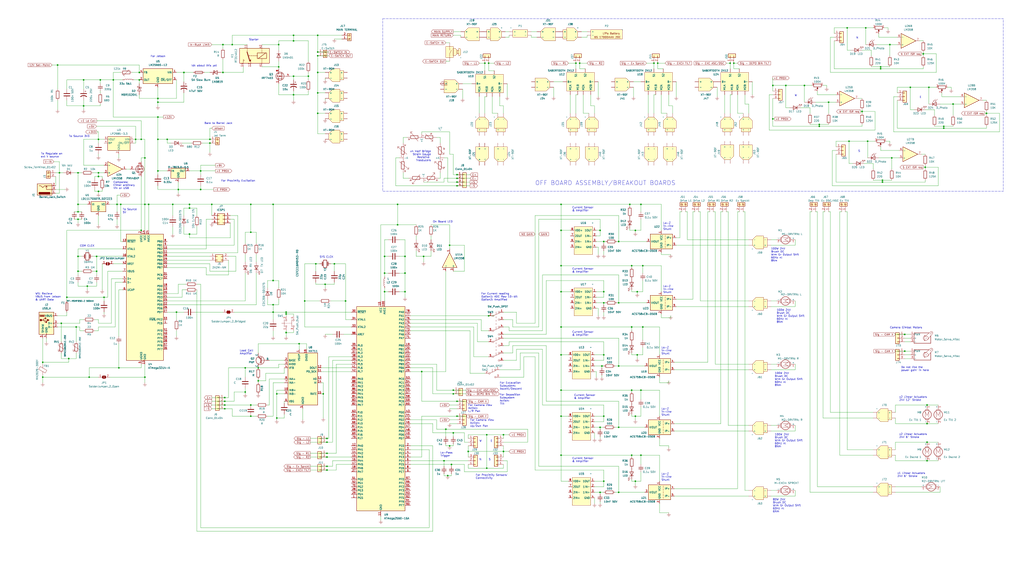
<source format=kicad_sch>
(kicad_sch (version 20230121) (generator eeschema)
  (paper "User" 699.999 399.999)
  (junction (at 499.11 43.18))
  (junction (at 383.54 242.57))
  (junction (at 200.66 24.13))
  (junction (at 383.54 284.48))
  (junction (at 438.15 311.15))
  (junction (at 633.73 289.56))
  (junction (at 580.39 96.52))
  (junction (at 632.46 114.3))
  (junction (at 217.17 24.13))
  (junction (at 223.52 302.26))
  (junction (at 186.69 139.7))
  (junction (at 228.6 180.34))
  (junction (at 439.42 223.52))
  (junction (at 223.52 321.31))
  (junction (at 422.91 207.01))
  (junction (at 200.66 52.07))
  (junction (at 96.52 95.25))
  (junction (at 609.6 107.95))
  (junction (at 603.25 124.46))
  (junction (at 393.7 43.18))
  (junction (at 434.34 157.48))
  (junction (at 383.54 266.7))
  (junction (at 601.98 46.99))
  (junction (at 220.98 269.24))
  (junction (at 589.28 76.2))
  (junction (at 200.66 64.77))
  (junction (at 412.75 199.39))
  (junction (at 383.54 223.52))
  (junction (at 422.91 336.55))
  (junction (at 618.49 240.03))
  (junction (at 143.51 97.79))
  (junction (at 528.32 58.42))
  (junction (at 77.47 54.61))
  (junction (at 68.58 54.61))
  (junction (at 125.73 49.53))
  (junction (at 152.4 30.48))
  (junction (at 67.31 118.11))
  (junction (at 438.15 139.7))
  (junction (at 332.74 320.04))
  (junction (at 217.17 77.47))
  (junction (at 53.34 185.42))
  (junction (at 383.54 139.7))
  (junction (at 153.67 271.78))
  (junction (at 53.34 139.7))
  (junction (at 320.04 308.61))
  (junction (at 312.42 121.92))
  (junction (at 410.21 336.55))
  (junction (at 200.66 27.94))
  (junction (at 422.91 292.1))
  (junction (at 332.74 297.18))
  (junction (at 396.24 43.18))
  (junction (at 312.42 284.48))
  (junction (at 99.06 257.81))
  (junction (at 631.19 36.83))
  (junction (at 99.06 107.95))
  (junction (at 167.64 251.46))
  (junction (at 383.54 181.61))
  (junction (at 129.54 142.24))
  (junction (at 312.42 274.32))
  (junction (at 223.52 312.42))
  (junction (at 121.92 129.54))
  (junction (at 95.25 49.53))
  (junction (at 431.8 311.15))
  (junction (at 422.91 250.19))
  (junction (at 306.07 325.12))
  (junction (at 439.42 181.61))
  (junction (at 210.82 52.07))
  (junction (at 223.52 299.72))
  (junction (at 82.55 139.7))
  (junction (at 633.73 314.96))
  (junction (at 129.54 160.02))
  (junction (at 222.25 194.31))
  (junction (at 41.91 220.98))
  (junction (at 46.99 245.11))
  (junction (at 118.11 139.7))
  (junction (at 601.98 45.72))
  (junction (at 307.34 167.64))
  (junction (at 344.17 308.61))
  (junction (at 204.47 234.95))
  (junction (at 189.23 285.75))
  (junction (at 39.37 44.45))
  (junction (at 53.34 118.11))
  (junction (at 304.8 293.37))
  (junction (at 176.53 260.35))
  (junction (at 53.34 175.26))
  (junction (at 308.61 317.5))
  (junction (at 309.88 266.7))
  (junction (at 53.34 144.78))
  (junction (at 137.16 116.84))
  (junction (at 412.75 284.48))
  (junction (at 271.78 153.67))
  (junction (at 549.91 58.42))
  (junction (at 57.15 72.39))
  (junction (at 53.34 149.86))
  (junction (at 195.58 227.33))
  (junction (at 190.5 30.48))
  (junction (at 45.72 203.2))
  (junction (at 412.75 328.93))
  (junction (at 223.52 309.88))
  (junction (at 438.15 266.7))
  (junction (at 40.64 118.11))
  (junction (at 431.8 266.7))
  (junction (at 309.88 295.91))
  (junction (at 107.95 80.01))
  (junction (at 190.5 45.72))
  (junction (at 651.51 71.12))
  (junction (at 334.01 215.9))
  (junction (at 96.52 157.48))
  (junction (at 171.45 158.75))
  (junction (at 618.49 228.6))
  (junction (at 435.61 199.39))
  (junction (at 186.69 213.36))
  (junction (at 344.17 297.18))
  (junction (at 633.73 302.26))
  (junction (at 52.07 223.52))
  (junction (at 189.23 269.24))
  (junction (at 129.54 139.7))
  (junction (at 430.53 139.7))
  (junction (at 262.89 175.26))
  (junction (at 29.21 257.81))
  (junction (at 236.22 205.74))
  (junction (at 431.8 223.52))
  (junction (at 412.75 207.01))
  (junction (at 171.45 276.86))
  (junction (at 60.96 257.81))
  (junction (at 167.64 267.97))
  (junction (at 107.95 116.84))
  (junction (at 434.34 328.93))
  (junction (at 645.16 87.63))
  (junction (at 622.3 59.69))
  (junction (at 81.28 251.46))
  (junction (at 57.15 54.61))
  (junction (at 195.58 213.36))
  (junction (at 307.34 304.8))
  (junction (at 217.17 38.1))
  (junction (at 215.9 180.34))
  (junction (at 95.25 54.61))
  (junction (at 276.86 175.26))
  (junction (at 217.17 35.56))
  (junction (at 176.53 251.46))
  (junction (at 92.71 95.25))
  (junction (at 447.04 43.18))
  (junction (at 137.16 129.54))
  (junction (at 334.01 43.18))
  (junction (at 152.4 49.53))
  (junction (at 422.91 165.1))
  (junction (at 66.04 175.26))
  (junction (at 271.78 139.7))
  (junction (at 143.51 95.25))
  (junction (at 303.53 314.96))
  (junction (at 217.17 63.5))
  (junction (at 59.69 195.58))
  (junction (at 331.47 43.18))
  (junction (at 186.69 191.77))
  (junction (at 120.65 213.36))
  (junction (at 158.75 30.48))
  (junction (at 591.82 19.05))
  (junction (at 80.01 139.7))
  (junction (at 171.45 139.7))
  (junction (at 186.69 208.28))
  (junction (at 528.32 81.28))
  (junction (at 411.48 250.19))
  (junction (at 412.75 165.1))
  (junction (at 312.42 127))
  (junction (at 635 59.69))
  (junction (at 410.21 157.48))
  (junction (at 99.06 139.7))
  (junction (at 603.25 123.19))
  (junction (at 217.17 49.53))
  (junction (at 410.21 292.1))
  (junction (at 434.34 284.48))
  (junction (at 383.54 199.39))
  (junction (at 67.31 95.25))
  (junction (at 288.29 254))
  (junction (at 537.21 58.42))
  (junction (at 114.3 95.25))
  (junction (at 107.95 69.85))
  (junction (at 449.58 43.18))
  (junction (at 195.58 214.63))
  (junction (at 101.6 139.7))
  (junction (at 153.67 279.4))
  (junction (at 107.95 95.25))
  (junction (at 608.33 30.48))
  (junction (at 171.45 284.48))
  (junction (at 593.09 96.52))
  (junction (at 560.07 85.09))
  (junction (at 312.42 119.38))
  (junction (at 262.89 199.39))
  (junction (at 645.16 86.36))
  (junction (at 262.89 186.69))
  (junction (at 276.86 199.39))
  (junction (at 412.75 242.57))
  (junction (at 71.12 203.2))
  (junction (at 383.54 311.15))
  (junction (at 501.65 43.18))
  (junction (at 153.67 276.86))
  (junction (at 633.73 276.86))
  (junction (at 66.04 185.42))
  (junction (at 67.31 120.65))
  (junction (at 289.56 175.26))
  (junction (at 223.52 318.77))
  (junction (at 579.12 19.05))
  (junction (at 107.95 67.31))
  (junction (at 29.21 247.65))
  (junction (at 144.78 139.7))
  (junction (at 566.42 69.85))
  (junction (at 309.88 269.24))
  (junction (at 560.07 86.36))
  (junction (at 276.86 186.69))
  (junction (at 312.42 124.46))
  (junction (at 431.8 181.61))
  (junction (at 674.37 77.47))
  (junction (at 208.28 205.74))
  (junction (at 383.54 157.48))
  (junction (at 153.67 274.32))
  (junction (at 435.61 242.57))
  (junction (at 67.31 130.81))
  (wire (pts (xy 511.81 167.64) (xy 462.28 167.64)))
  (wire (pts (xy 195.58 215.9) (xy 195.58 214.63)))
  (wire (pts (xy 431.8 267.97) (xy 431.8 266.7)))
  (wire (pts (xy 144.78 149.86) (xy 140.97 149.86)))
  (wire (pts (xy 608.33 30.48) (xy 613.41 30.48)))
  (wire (pts (xy 125.73 63.5) (xy 125.73 69.85)))
  (wire (pts (xy 157.48 162.56) (xy 129.54 162.56)))
  (wire (pts (xy 396.24 43.18) (xy 396.24 46.99)))
  (wire (pts (xy 77.47 80.01) (xy 107.95 80.01)))
  (wire (pts (xy 224.79 243.84) (xy 240.03 243.84)))
  (wire (pts (xy 434.34 158.75) (xy 434.34 157.48)))
  (wire (pts (xy 40.64 110.49) (xy 40.64 118.11)))
  (wire (pts (xy 307.34 287.02) (xy 312.42 287.02)))
  (wire (pts (xy 262.89 163.83) (xy 262.89 175.26)))
  (wire (pts (xy 304.8 29.21) (xy 307.34 29.21)))
  (wire (pts (xy 229.87 321.31) (xy 223.52 321.31)))
  (wire (pts (xy 560.07 86.36) (xy 589.28 86.36)))
  (wire (pts (xy 114.3 180.34) (xy 143.51 180.34)))
  (wire (pts (xy 408.94 210.82) (xy 407.67 210.82)))
  (wire (pts (xy 344.17 308.61) (xy 347.98 308.61)))
  (wire (pts (xy 134.62 363.22) (xy 295.91 363.22)))
  (wire (pts (xy 537.21 73.66) (xy 539.75 73.66)))
  (wire (pts (xy 462.28 66.04) (xy 462.28 55.88)))
  (wire (pts (xy 553.72 85.09) (xy 560.07 85.09)))
  (wire (pts (xy 422.91 147.32) (xy 422.91 165.1)))
  (wire (pts (xy 224.79 243.84) (xy 224.79 299.72)))
  (wire (pts (xy 410.21 292.1) (xy 412.75 292.1)))
  (wire (pts (xy 222.25 54.61) (xy 222.25 53.34)))
  (wire (pts (xy 294.64 161.29) (xy 294.64 163.83)))
  (wire (pts (xy 464.82 144.78) (xy 464.82 162.56)))
  (wire (pts (xy 332.74 66.04) (xy 331.47 66.04)))
  (wire (pts (xy 121.92 200.66) (xy 114.3 200.66)))
  (wire (pts (xy 29.21 231.14) (xy 29.21 247.65)))
  (wire (pts (xy 323.85 243.84) (xy 323.85 223.52)))
  (wire (pts (xy 92.71 95.25) (xy 91.44 95.25)))
  (wire (pts (xy 152.4 30.48) (xy 152.4 33.02)))
  (wire (pts (xy 410.21 342.9) (xy 410.21 344.17)))
  (wire (pts (xy 200.66 27.94) (xy 190.5 27.94)))
  (wire (pts (xy 393.7 64.77) (xy 393.7 77.47)))
  (wire (pts (xy 200.66 24.13) (xy 200.66 27.94)))
  (wire (pts (xy 500.38 64.77) (xy 499.11 64.77)))
  (wire (pts (xy 422.91 318.77) (xy 422.91 336.55)))
  (wire (pts (xy 344.17 228.6) (xy 373.38 228.6)))
  (wire (pts (xy 288.29 254) (xy 304.8 254)))
  (wire (pts (xy 567.69 25.4) (xy 570.23 25.4)))
  (wire (pts (xy 373.38 191.77) (xy 412.75 191.77)))
  (wire (pts (xy 570.23 19.05) (xy 570.23 22.86)))
  (wire (pts (xy 234.95 228.6) (xy 240.03 228.6)))
  (wire (pts (xy 505.46 144.78) (xy 504.19 144.78)))
  (wire (pts (xy 406.4 292.1) (xy 410.21 292.1)))
  (wire (pts (xy 568.96 102.87) (xy 571.5 102.87)))
  (wire (pts (xy 64.77 120.65) (xy 64.77 121.92)))
  (wire (pts (xy 217.17 24.13) (xy 233.68 24.13)))
  (wire (pts (xy 478.79 205.74) (xy 511.81 205.74)))
  (wire (pts (xy 607.06 19.05) (xy 607.06 20.32)))
  (wire (pts (xy 63.5 118.11) (xy 67.31 118.11)))
  (wire (pts (xy 195.58 226.06) (xy 195.58 227.33)))
  (wire (pts (xy 365.76 147.32) (xy 422.91 147.32)))
  (wire (pts (xy 156.21 251.46) (xy 156.21 271.78)))
  (wire (pts (xy 222.25 63.5) (xy 217.17 63.5)))
  (wire (pts (xy 81.28 198.12) (xy 83.82 198.12)))
  (wire (pts (xy 309.88 304.8) (xy 309.88 303.53)))
  (wire (pts (xy 588.01 76.2) (xy 589.28 76.2)))
  (wire (pts (xy 271.78 153.67) (xy 260.35 153.67)))
  (wire (pts (xy 317.5 302.26) (xy 320.04 302.26)))
  (wire (pts (xy 543.56 209.55) (xy 543.56 205.74)))
  (wire (pts (xy 29.21 247.65) (xy 46.99 247.65)))
  (wire (pts (xy 35.56 44.45) (xy 39.37 44.45)))
  (wire (pts (xy 393.7 43.18) (xy 393.7 46.99)))
  (wire (pts (xy 596.9 123.19) (xy 603.25 123.19)))
  (wire (pts (xy 530.86 248.92) (xy 527.05 248.92)))
  (wire (pts (xy 412.75 328.93) (xy 412.75 321.31)))
  (wire (pts (xy 530.86 205.74) (xy 527.05 205.74)))
  (wire (pts (xy 633.73 314.96) (xy 641.35 314.96)))
  (wire (pts (xy 186.69 208.28) (xy 190.5 208.28)))
  (wire (pts (xy 190.5 27.94) (xy 190.5 30.48)))
  (wire (pts (xy 410.21 298.45) (xy 410.21 299.72)))
  (wire (pts (xy 29.21 257.81) (xy 60.96 257.81)))
  (wire (pts (xy 80.01 139.7) (xy 80.01 144.78)))
  (wire (pts (xy 304.8 304.8) (xy 304.8 303.53)))
  (wire (pts (xy 571.5 105.41) (xy 571.5 124.46)))
  (wire (pts (xy 200.66 24.13) (xy 217.17 24.13)))
  (wire (pts (xy 224.79 299.72) (xy 223.52 299.72)))
  (wire (pts (xy 184.15 246.38) (xy 194.31 246.38)))
  (wire (pts (xy 320.04 297.18) (xy 320.04 299.72)))
  (wire (pts (xy 641.35 114.3) (xy 641.35 127)))
  (wire (pts (xy 528.32 58.42) (xy 537.21 58.42)))
  (wire (pts (xy 309.88 119.38) (xy 312.42 119.38)))
  (wire (pts (xy 591.82 19.05) (xy 591.82 30.48)))
  (wire (pts (xy 612.14 281.94) (xy 612.14 276.86)))
  (wire (pts (xy 344.17 299.72) (xy 344.17 297.18)))
  (wire (pts (xy 580.39 111.76) (xy 582.93 111.76)))
  (wire (pts (xy 144.78 279.4) (xy 153.67 279.4)))
  (wire (pts (xy 307.34 167.64) (xy 307.34 153.67)))
  (wire (pts (xy 222.25 194.31) (xy 228.6 194.31)))
  (wire (pts (xy 137.16 119.38) (xy 137.16 116.84)))
  (wire (pts (xy 69.85 180.34) (xy 69.85 198.12)))
  (wire (pts (xy 137.16 127) (xy 137.16 129.54)))
  (wire (pts (xy 92.71 86.36) (xy 92.71 95.25)))
  (wire (pts (xy 80.01 133.35) (xy 80.01 139.7)))
  (wire (pts (xy 383.54 328.93) (xy 388.62 328.93)))
  (wire (pts (xy 504.19 144.78) (xy 504.19 334.01)))
  (wire (pts (xy 353.06 213.36) (xy 344.17 213.36)))
  (wire (pts (xy 303.53 325.12) (xy 306.07 325.12)))
  (wire (pts (xy 50.8 149.86) (xy 53.34 149.86)))
  (wire (pts (xy 412.75 171.45) (xy 412.75 173.99)))
  (wire (pts (xy 438.15 322.58) (xy 438.15 328.93)))
  (wire (pts (xy 435.61 199.39) (xy 439.42 199.39)))
  (wire (pts (xy 190.5 64.77) (xy 200.66 64.77)))
  (wire (pts (xy 95.25 67.31) (xy 107.95 67.31)))
  (wire (pts (xy 222.25 68.58) (xy 222.25 67.31)))
  (wire (pts (xy 83.82 190.5) (xy 76.2 190.5)))
  (wire (pts (xy 450.85 350.52) (xy 457.2 350.52)))
  (wire (pts (xy 41.91 220.98) (xy 41.91 233.68)))
  (wire (pts (xy 410.21 161.29) (xy 410.21 157.48)))
  (wire (pts (xy 39.37 44.45) (xy 39.37 60.96)))
  (wire (pts (xy 210.82 49.53) (xy 210.82 52.07)))
  (wire (pts (xy 469.9 163.83) (xy 511.81 163.83)))
  (wire (pts (xy 412.75 207.01) (xy 412.75 208.28)))
  (wire (pts (xy 217.17 35.56) (xy 224.79 35.56)))
  (wire (pts (xy 571.5 124.46) (xy 603.25 124.46)))
  (wire (pts (xy 461.01 294.64) (xy 511.81 294.64)))
  (wire (pts (xy 439.42 181.61) (xy 439.42 186.69)))
  (wire (pts (xy 632.46 114.3) (xy 632.46 115.57)))
  (wire (pts (xy 566.42 69.85) (xy 571.5 69.85)))
  (wire (pts (xy 121.92 129.54) (xy 121.92 132.08)))
  (wire (pts (xy 125.73 142.24) (xy 125.73 147.32)))
  (wire (pts (xy 38.1 132.08) (xy 40.64 132.08)))
  (wire (pts (xy 220.98 269.24) (xy 219.71 269.24)))
  (wire (pts (xy 118.11 139.7) (xy 129.54 139.7)))
  (wire (pts (xy 86.36 115.57) (xy 88.9 115.57)))
  (wire (pts (xy 53.34 139.7) (xy 53.34 144.78)))
  (wire (pts (xy 604.52 19.05) (xy 607.06 19.05)))
  (wire (pts (xy 227.33 314.96) (xy 240.03 314.96)))
  (wire (pts (xy 452.12 217.17) (xy 458.47 217.17)))
  (wire (pts (xy 66.04 175.26) (xy 66.04 185.42)))
  (wire (pts (xy 439.42 237.49) (xy 439.42 242.57)))
  (wire (pts (xy 186.69 284.48) (xy 182.88 284.48)))
  (wire (pts (xy 509.27 335.28) (xy 511.81 335.28)))
  (wire (pts (xy 280.67 304.8) (xy 295.91 304.8)))
  (wire (pts (xy 215.9 194.31) (xy 215.9 193.04)))
  (wire (pts (xy 162.56 147.32) (xy 162.56 172.72)))
  (wire (pts (xy 294.64 175.26) (xy 294.64 171.45)))
  (wire (pts (xy 485.14 144.78) (xy 483.87 144.78)))
  (wire (pts (xy 41.91 220.98) (xy 54.61 220.98)))
  (wire (pts (xy 53.34 144.78) (xy 55.88 144.78)))
  (wire (pts (xy 457.2 72.39) (xy 459.74 72.39)))
  (wire (pts (xy 303.53 124.46) (xy 303.53 121.92)))
  (wire (pts (xy 598.17 88.9) (xy 525.78 88.9)))
  (wire (pts (xy 77.47 49.53) (xy 82.55 49.53)))
  (wire (pts (xy 344.17 297.18) (xy 347.98 297.18)))
  (wire (pts (xy 182.88 196.85) (xy 182.88 191.77)))
  (wire (pts (xy 566.42 144.78) (xy 567.69 144.78)))
  (wire (pts (xy 410.21 336.55) (xy 410.21 337.82)))
  (wire (pts (xy 504.19 77.47) (xy 508 77.47)))
  (wire (pts (xy 83.82 54.61) (xy 77.47 54.61)))
  (wire (pts (xy 344.17 246.38) (xy 353.06 246.38)))
  (wire (pts (xy 190.5 30.48) (xy 179.07 30.48)))
  (wire (pts (xy 383.54 266.7) (xy 383.54 284.48)))
  (wire (pts (xy 560.07 85.09) (xy 560.07 86.36)))
  (wire (pts (xy 403.86 72.39) (xy 406.4 72.39)))
  (wire (pts (xy 68.58 62.23) (xy 68.58 63.5)))
  (wire (pts (xy 118.11 139.7) (xy 118.11 147.32)))
  (wire (pts (xy 307.34 170.18) (xy 307.34 167.64)))
  (wire (pts (xy 66.04 86.36) (xy 92.71 86.36)))
  (wire (pts (xy 53.34 193.04) (xy 53.34 195.58)))
  (wire (pts (xy 114.3 172.72) (xy 162.56 172.72)))
  (wire (pts (xy 219.71 261.62) (xy 220.98 261.62)))
  (wire (pts (xy 438.15 311.15) (xy 450.85 311.15)))
  (wire (pts (xy 331.47 66.04) (xy 331.47 77.47)))
  (wire (pts (xy 276.86 163.83) (xy 273.05 163.83)))
  (wire (pts (xy 215.9 180.34) (xy 218.44 180.34)))
  (wire (pts (xy 490.22 66.04) (xy 490.22 59.69)))
  (wire (pts (xy 487.68 144.78) (xy 488.95 144.78)))
  (wire (pts (xy 645.16 86.36) (xy 651.51 86.36)))
  (wire (pts (xy 143.51 87.63) (xy 143.51 95.25)))
  (wire (pts (xy 186.69 218.44) (xy 186.69 213.36)))
  (wire (pts (xy 360.68 302.26) (xy 344.17 302.26)))
  (wire (pts (xy 153.67 279.4) (xy 158.75 279.4)))
  (wire (pts (xy 107.95 116.84) (xy 114.3 116.84)))
  (wire (pts (xy 64.77 120.65) (xy 67.31 120.65)))
  (wire (pts (xy 204.47 234.95) (xy 204.47 238.76)))
  (wire (pts (xy 107.95 67.31) (xy 107.95 69.85)))
  (wire (pts (xy 530.86 290.83) (xy 527.05 290.83)))
  (wire (pts (xy 66.04 175.26) (xy 83.82 175.26)))
  (wire (pts (xy 327.66 66.04) (xy 327.66 77.47)))
  (wire (pts (xy 190.5 204.47) (xy 190.5 208.28)))
  (wire (pts (xy 81.28 107.95) (xy 81.28 105.41)))
  (wire (pts (xy 304.8 41.91) (xy 307.34 41.91)))
  (wire (pts (xy 273.05 175.26) (xy 276.86 175.26)))
  (wire (pts (xy 353.06 246.38) (xy 353.06 238.76)))
  (wire (pts (xy 229.87 248.92) (xy 240.03 248.92)))
  (wire (pts (xy 189.23 266.7) (xy 189.23 269.24)))
  (wire (pts (xy 273.05 107.95) (xy 270.51 107.95)))
  (wire (pts (xy 326.39 233.68) (xy 326.39 220.98)))
  (wire (pts (xy 60.96 257.81) (xy 67.31 257.81)))
  (wire (pts (xy 334.01 226.06) (xy 328.93 226.06)))
  (wire (pts (xy 422.91 274.32) (xy 422.91 292.1)))
  (wire (pts (xy 260.35 353.06) (xy 260.35 355.6)))
  (wire (pts (xy 125.73 160.02) (xy 129.54 160.02)))
  (wire (pts (xy 78.74 223.52) (xy 67.31 223.52)))
  (wire (pts (xy 152.4 49.53) (xy 151.13 49.53)))
  (wire (pts (xy 309.88 269.24) (xy 318.77 269.24)))
  (wire (pts (xy 284.48 161.29) (xy 284.48 163.83)))
  (wire (pts (xy 642.62 336.55) (xy 642.62 332.74)))
  (wire (pts (xy 53.34 175.26) (xy 55.88 175.26)))
  (wire (pts (xy 603.25 123.19) (xy 609.6 123.19)))
  (wire (pts (xy 120.65 54.61) (xy 120.65 67.31)))
  (wire (pts (xy 494.03 144.78) (xy 492.76 144.78)))
  (wire (pts (xy 227.33 246.38) (xy 240.03 246.38)))
  (wire (pts (xy 143.51 185.42) (xy 161.29 185.42)))
  (wire (pts (xy 622.3 233.68) (xy 618.49 233.68)))
  (wire (pts (xy 612.14 336.55) (xy 642.62 336.55)))
  (wire (pts (xy 420.37 292.1) (xy 422.91 292.1)))
  (wire (pts (xy 107.95 59.69) (xy 107.95 67.31)))
  (wire (pts (xy 618.49 228.6) (xy 612.14 228.6)))
  (wire (pts (xy 346.71 66.04) (xy 346.71 57.15)))
  (wire (pts (xy 483.87 144.78) (xy 483.87 247.65)))
  (wire (pts (xy 53.34 149.86) (xy 53.34 152.4)))
  (wire (pts (xy 558.8 62.23) (xy 558.8 64.77)))
  (wire (pts (xy 208.28 223.52) (xy 240.03 223.52)))
  (wire (pts (xy 175.26 158.75) (xy 175.26 166.37)))
  (wire (pts (xy 186.69 226.06) (xy 186.69 229.87)))
  (wire (pts (xy 388.62 43.18) (xy 393.7 43.18)))
  (wire (pts (xy 67.31 218.44) (xy 67.31 220.98)))
  (wire (pts (xy 208.28 205.74) (xy 218.44 205.74)))
  (wire (pts (xy 271.78 139.7) (xy 271.78 153.67)))
  (wire (pts (xy 66.04 90.17) (xy 67.31 90.17)))
  (wire (pts (xy 29.21 248.92) (xy 29.21 247.65)))
  (wire (pts (xy 612.14 311.15) (xy 612.14 314.96)))
  (wire (pts (xy 133.35 213.36) (xy 152.4 213.36)))
  (wire (pts (xy 579.12 34.29) (xy 581.66 34.29)))
  (wire (pts (xy 450.85 266.7) (xy 450.85 284.48)))
  (wire (pts (xy 383.54 223.52) (xy 431.8 223.52)))
  (wire (pts (xy 295.91 289.56) (xy 295.91 295.91)))
  (wire (pts (xy 270.51 107.95) (xy 270.51 127)))
  (wire (pts (xy 81.28 229.87) (xy 81.28 198.12)))
  (wire (pts (xy 674.37 76.2) (xy 674.37 77.47)))
  (wire (pts (xy 134.62 194.31) (xy 137.16 194.31)))
  (wire (pts (xy 403.86 64.77) (xy 403.86 72.39)))
  (wire (pts (xy 355.6 252.73) (xy 355.6 241.3)))
  (wire (pts (xy 431.8 266.7) (xy 438.15 266.7)))
  (wire (pts (xy 207.01 279.4) (xy 207.01 287.02)))
  (wire (pts (xy 99.06 257.81) (xy 99.06 261.62)))
  (wire (pts (xy 431.8 328.93) (xy 434.34 328.93)))
  (wire (pts (xy 422.91 165.1) (xy 441.96 165.1)))
  (wire (pts (xy 220.98 261.62) (xy 220.98 269.24)))
  (wire (pts (xy 152.4 49.53) (xy 166.37 49.53)))
  (wire (pts (xy 320.04 297.18) (xy 332.74 297.18)))
  (wire (pts (xy 167.64 158.75) (xy 171.45 158.75)))
  (wire (pts (xy 176.53 241.3) (xy 176.53 234.95)))
  (wire (pts (xy 212.09 309.88) (xy 223.52 309.88)))
  (wire (pts (xy 396.24 46.99) (xy 400.05 46.99)))
  (wire (pts (xy 586.74 67.31) (xy 589.28 67.31)))
  (wire (pts (xy 215.9 194.31) (xy 222.25 194.31)))
  (wire (pts (xy 408.94 173.99) (xy 408.94 168.91)))
  (wire (pts (xy 612.14 276.86) (xy 633.73 276.86)))
  (wire (pts (xy 633.73 289.56) (xy 641.35 289.56)))
  (wire (pts (xy 189.23 285.75) (xy 189.23 287.02)))
  (wire (pts (xy 53.34 118.11) (xy 53.34 139.7)))
  (wire (pts (xy 488.95 248.92) (xy 511.81 248.92)))
  (wire (pts (xy 45.72 205.74) (xy 45.72 203.2)))
  (wire (pts (xy 612.14 285.75) (xy 612.14 289.56)))
  (wire (pts (xy 208.28 205.74) (xy 208.28 180.34)))
  (wire (pts (xy 64.77 130.81) (xy 67.31 130.81)))
  (wire (pts (xy 157.48 147.32) (xy 162.56 147.32)))
  (wire (pts (xy 334.01 43.18) (xy 334.01 48.26)))
  (wire (pts (xy 137.16 129.54) (xy 121.92 129.54)))
  (wire (pts (xy 54.61 223.52) (xy 54.61 226.06)))
  (wire (pts (xy 182.88 191.77) (xy 186.69 191.77)))
  (wire (pts (xy 307.34 153.67) (xy 294.64 153.67)))
  (wire (pts (xy 77.47 54.61) (xy 77.47 80.01)))
  (wire (pts (xy 412.75 207.01) (xy 414.02 207.01)))
  (wire (pts (xy 184.15 259.08) (xy 184.15 276.86)))
  (wire (pts (xy 547.37 73.66) (xy 553.72 73.66)))
  (wire (pts (xy 83.82 193.04) (xy 78.74 193.04)))
  (wire (pts (xy 341.63 66.04) (xy 341.63 72.39)))
  (wire (pts (xy 347.98 236.22) (xy 344.17 236.22)))
  (wire (pts (xy 60.96 251.46) (xy 60.96 257.81)))
  (wire (pts (xy 441.96 43.18) (xy 447.04 43.18)))
  (wire (pts (xy 431.8 312.42) (xy 431.8 311.15)))
  (wire (pts (xy 57.15 95.25) (xy 57.15 113.03)))
  (wire (pts (xy 175.26 179.07) (xy 175.26 173.99)))
  (wire (pts (xy 591.82 19.05) (xy 596.9 19.05)))
  (wire (pts (xy 595.63 34.29) (xy 595.63 38.1)))
  (wire (pts (xy 457.2 64.77) (xy 457.2 72.39)))
  (wire (pts (xy 431.8 223.52) (xy 431.8 226.06)))
  (wire (pts (xy 383.54 284.48) (xy 388.62 284.48)))
  (wire (pts (xy 270.51 127) (xy 312.42 127)))
  (wire (pts (xy 389.89 64.77) (xy 389.89 77.47)))
  (wire (pts (xy 579.12 19.05) (xy 591.82 19.05)))
  (wire (pts (xy 543.56 252.73) (xy 543.56 248.92)))
  (wire (pts (xy 370.84 276.86) (xy 412.75 276.86)))
  (wire (pts (xy 276.86 186.69) (xy 276.86 175.26)))
  (wire (pts (xy 181.61 260.35) (xy 176.53 260.35)))
  (wire (pts (xy 671.83 68.58) (xy 674.37 68.58)))
  (wire (pts (xy 580.39 96.52) (xy 593.09 96.52)))
  (wire (pts (xy 195.58 227.33) (xy 200.66 227.33)))
  (wire (pts (xy 295.91 363.22) (xy 295.91 304.8)))
  (wire (pts (xy 421.64 207.01) (xy 422.91 207.01)))
  (wire (pts (xy 304.8 293.37) (xy 360.68 293.37)))
  (wire (pts (xy 496.57 43.18) (xy 499.11 43.18)))
  (wire (pts (xy 567.69 281.94) (xy 596.9 281.94)))
  (wire (pts (xy 81.28 251.46) (xy 60.96 251.46)))
  (wire (pts (xy 438.15 278.13) (xy 438.15 284.48)))
  (wire (pts (xy 50.8 144.78) (xy 53.34 144.78)))
  (wire (pts (xy 222.25 77.47) (xy 217.17 77.47)))
  (wire (pts (xy 57.15 54.61) (xy 57.15 60.96)))
  (wire (pts (xy 125.73 55.88) (xy 125.73 49.53)))
  (wire (pts (xy 288.29 284.48) (xy 312.42 284.48)))
  (wire (pts (xy 431.8 311.15) (xy 438.15 311.15)))
  (wire (pts (xy 160.02 213.36) (xy 186.69 213.36)))
  (wire (pts (xy 134.62 154.94) (xy 134.62 160.02)))
  (wire (pts (xy 276.86 203.2) (xy 276.86 199.39)))
  (wire (pts (xy 347.98 226.06) (xy 370.84 226.06)))
  (wire (pts (xy 370.84 187.96) (xy 422.91 187.96)))
  (wire (pts (xy 307.34 90.17) (xy 307.34 105.41)))
  (wire (pts (xy 288.29 274.32) (xy 312.42 274.32)))
  (wire (pts (xy 59.69 195.58) (xy 66.04 195.58)))
  (wire (pts (xy 543.56 339.09) (xy 543.56 335.28)))
  (wire (pts (xy 566.42 69.85) (xy 566.42 77.47)))
  (wire (pts (xy 289.56 124.46) (xy 303.53 124.46)))
  (wire (pts (xy 74.93 139.7) (xy 80.01 139.7)))
  (wire (pts (xy 350.52 218.44) (xy 344.17 218.44)))
  (wire (pts (xy 365.76 321.31) (xy 412.75 321.31)))
  (wire (pts (xy 422.91 207.01) (xy 441.96 207.01)))
  (wire (pts (xy 331.47 43.18) (xy 331.47 48.26)))
  (wire (pts (xy 217.17 91.44) (xy 217.17 77.47)))
  (wire (pts (xy 358.14 243.84) (xy 365.76 243.84)))
  (wire (pts (xy 396.24 43.18) (xy 401.32 43.18)))
  (wire (pts (xy 435.61 245.11) (xy 435.61 242.57)))
  (wire (pts (xy 57.15 54.61) (xy 45.72 54.61)))
  (wire (pts (xy 492.76 144.78) (xy 492.76 289.56)))
  (wire (pts (xy 194.31 283.21) (xy 194.31 285.75)))
  (wire (pts (xy 217.17 24.13) (xy 217.17 35.56)))
  (wire (pts (xy 412.75 191.77) (xy 412.75 199.39)))
  (wire (pts (xy 558.8 64.77) (xy 571.5 64.77)))
  (wire (pts (xy 488.95 144.78) (xy 488.95 248.92)))
  (wire (pts (xy 280.67 251.46) (xy 295.91 251.46)))
  (wire (pts (xy 462.28 209.55) (xy 511.81 209.55)))
  (wire (pts (xy 52.07 223.52) (xy 52.07 233.68)))
  (wire (pts (xy 383.54 242.57) (xy 383.54 266.7)))
  (wire (pts (xy 194.31 261.62) (xy 186.69 261.62)))
  (wire (pts (xy 449.58 46.99) (xy 453.39 46.99)))
  (wire (pts (xy 511.81 252.73) (xy 461.01 252.73)))
  (wire (pts (xy 236.22 180.34) (xy 228.6 180.34)))
  (wire (pts (xy 194.31 248.92) (xy 190.5 248.92)))
  (wire (pts (xy 496.57 144.78) (xy 497.84 144.78)))
  (wire (pts (xy 320.04 317.5) (xy 320.04 320.04)))
  (wire (pts (xy 410.21 336.55) (xy 412.75 336.55)))
  (wire (pts (xy 450.85 261.62) (xy 457.2 261.62)))
  (wire (pts (xy 431.8 241.3) (xy 431.8 242.57)))
  (wire (pts (xy 504.19 64.77) (xy 504.19 77.47)))
  (wire (pts (xy 608.33 30.48) (xy 608.33 38.1)))
  (wire (pts (xy 210.82 62.23) (xy 210.82 64.77)))
  (wire (pts (xy 643.89 66.04) (xy 656.59 66.04)))
  (wire (pts (xy 217.17 49.53) (xy 222.25 49.53)))
  (wire (pts (xy 643.89 63.5) (xy 643.89 66.04)))
  (wire (pts (xy 80.01 139.7) (xy 82.55 139.7)))
  (wire (pts (xy 200.66 64.77) (xy 210.82 64.77)))
  (wire (pts (xy 219.71 254) (xy 240.03 254)))
  (wire (pts (xy 99.06 107.95) (xy 99.06 139.7)))
  (wire (pts (xy 222.25 228.6) (xy 227.33 228.6)))
  (wire (pts (xy 469.9 144.78) (xy 469.9 163.83)))
  (wire (pts (xy 171.45 158.75) (xy 175.26 158.75)))
  (wire (pts (xy 383.54 284.48) (xy 383.54 311.15)))
  (wire (pts (xy 601.98 46.99) (xy 631.19 46.99)))
  (wire (pts (xy 273.05 199.39) (xy 276.86 199.39)))
  (wire (pts (xy 298.45 287.02) (xy 298.45 293.37)))
  (wire (pts (xy 175.26 208.28) (xy 175.26 186.69)))
  (wire (pts (xy 120.65 67.31) (xy 107.95 67.31)))
  (wire (pts (xy 262.89 175.26) (xy 262.89 186.69)))
  (wire (pts (xy 527.05 294.64) (xy 543.56 294.64)))
  (wire (pts (xy 265.43 163.83) (xy 262.89 163.83)))
  (wire (pts (xy 64.77 226.06) (xy 67.31 226.06)))
  (wire (pts (xy 562.61 58.42) (xy 565.15 58.42)))
  (wire (pts (xy 295.91 295.91) (xy 309.88 295.91)))
  (wire (pts (xy 40.64 132.08) (xy 40.64 118.11)))
  (wire (pts (xy 495.3 64.77) (xy 495.3 77.47)))
  (wire (pts (xy 57.15 95.25) (xy 67.31 95.25)))
  (wire (pts (xy 190.5 45.72) (xy 179.07 45.72)))
  (wire (pts (xy 373.38 191.77) (xy 373.38 228.6)))
  (wire (pts (xy 80.01 149.86) (xy 80.01 153.67)))
  (wire (pts (xy 647.7 59.69) (xy 650.24 59.69)))
  (wire (pts (xy 280.67 254) (xy 288.29 254)))
  (wire (pts (xy 609.6 107.95) (xy 609.6 115.57)))
  (wire (pts (xy 289.56 175.26) (xy 294.64 175.26)))
  (wire (pts (xy 280.67 287.02) (xy 298.45 287.02)))
  (wire (pts (xy 452.12 181.61) (xy 452.12 199.39)))
  (wire (pts (xy 461.01 339.09) (xy 511.81 339.09)))
  (wire (pts (xy 420.37 250.19) (xy 422.91 250.19)))
  (wire (pts (xy 200.66 54.61) (xy 200.66 52.07)))
  (wire (pts (xy 53.34 170.18) (xy 83.82 170.18)))
  (wire (pts (xy 298.45 248.92) (xy 298.45 266.7)))
  (wire (pts (xy 144.78 139.7) (xy 144.78 147.32)))
  (wire (pts (xy 66.04 193.04) (xy 66.04 195.58)))
  (wire (pts (xy 116.84 97.79) (xy 114.3 97.79)))
  (wire (pts (xy 107.95 69.85) (xy 125.73 69.85)))
  (wire (pts (xy 153.67 276.86) (xy 171.45 276.86)))
  (wire (pts (xy 452.12 173.99) (xy 458.47 173.99)))
  (wire (pts (xy 295.91 269.24) (xy 309.88 269.24)))
  (wire (pts (xy 54.61 218.44) (xy 57.15 218.44)))
  (wire (pts (xy 76.2 220.98) (xy 67.31 220.98)))
  (wire (pts (xy 200.66 62.23) (xy 200.66 64.77)))
  (wire (pts (xy 303.53 107.95) (xy 306.07 107.95)))
  (wire (pts (xy 45.72 54.61) (xy 45.72 60.96)))
  (wire (pts (xy 600.71 25.4) (xy 613.41 25.4)))
  (wire (pts (xy 553.72 336.55) (xy 596.9 336.55)))
  (wire (pts (xy 397.51 21.59) (xy 401.32 21.59)))
  (wire (pts (xy 631.19 35.56) (xy 631.19 36.83)))
  (wire (pts (xy 406.4 336.55) (xy 410.21 336.55)))
  (wire (pts (xy 171.45 158.75) (xy 171.45 139.7)))
  (wire (pts (xy 570.23 46.99) (xy 601.98 46.99)))
  (wire (pts (xy 38.1 127) (xy 38.1 120.65)))
  (wire (pts (xy 228.6 185.42) (xy 228.6 180.34)))
  (wire (pts (xy 236.22 205.74) (xy 236.22 180.34)))
  (wire (pts (xy 570.23 19.05) (xy 579.12 19.05)))
  (wire (pts (xy 337.82 215.9) (xy 334.01 215.9)))
  (wire (pts (xy 156.21 187.96) (xy 140.97 187.96)))
  (wire (pts (xy 265.43 186.69) (xy 262.89 186.69)))
  (wire (pts (xy 528.32 58.42) (xy 528.32 62.23)))
  (wire (pts (xy 642.62 71.12) (xy 651.51 71.12)))
  (wire (pts (xy 125.73 49.53) (xy 132.08 49.53)))
  (wire (pts (xy 54.61 220.98) (xy 54.61 218.44)))
  (wire (pts (xy 394.97 64.77) (xy 393.7 64.77)))
  (wire (pts (xy 139.7 49.53) (xy 143.51 49.53)))
  (wire (pts (xy 161.29 175.26) (xy 156.21 175.26)))
  (wire (pts (xy 447.04 64.77) (xy 447.04 77.47)))
  (wire (pts (xy 275.59 93.98) (xy 275.59 97.79)))
  (wire (pts (xy 449.58 43.18) (xy 454.66 43.18)))
  (wire (pts (xy 284.48 171.45) (xy 284.48 175.26)))
  (wire (pts (xy 99.06 139.7) (xy 99.06 157.48)))
  (wire (pts (xy 160.02 267.97) (xy 160.02 274.32)))
  (wire (pts (xy 321.31 127) (xy 312.42 127)))
  (wire (pts (xy 186.69 261.62) (xy 186.69 284.48)))
  (wire (pts (xy 632.46 113.03) (xy 632.46 114.3)))
  (wire (pts (xy 144.78 276.86) (xy 153.67 276.86)))
  (wire (pts (xy 82.55 139.7) (xy 99.06 139.7)))
  (wire (pts (xy 227.33 302.26) (xy 223.52 302.26)))
  (wire (pts (xy 45.72 157.48) (xy 96.52 157.48)))
  (wire (pts (xy 344.17 304.8) (xy 344.17 308.61)))
  (wire (pts (xy 383.54 311.15) (xy 383.54 328.93)))
  (wire (pts (xy 600.71 22.86) (xy 600.71 25.4)))
  (wire (pts (xy 82.55 165.1) (xy 83.82 165.1)))
  (wire (pts (xy 121.92 194.31) (xy 121.92 200.66)))
  (wire (pts (xy 589.28 76.2) (xy 589.28 77.47)))
  (wire (pts (xy 212.09 299.72) (xy 223.52 299.72)))
  (wire (pts (xy 683.26 90.17) (xy 610.87 90.17)))
  (wire (pts (xy 631.19 36.83) (xy 631.19 38.1)))
  (wire (pts (xy 378.46 55.88) (xy 384.81 55.88)))
  (wire (pts (xy 59.69 198.12) (xy 59.69 195.58)))
  (wire (pts (xy 118.11 154.94) (xy 118.11 160.02)))
  (wire (pts (xy 260.35 153.67) (xy 260.35 205.74)))
  (wire (pts (xy 57.15 72.39) (xy 68.58 72.39)))
  (wire (pts (xy 363.22 21.59) (xy 367.03 21.59)))
  (wire (pts (xy 590.55 111.76) (xy 596.9 111.76)))
  (wire (pts (xy 167.64 166.37) (xy 167.64 158.75)))
  (wire (pts (xy 190.5 41.91) (xy 190.5 45.72)))
  (wire (pts (xy 31.75 231.14) (xy 31.75 233.68)))
  (wire (pts (xy 129.54 116.84) (xy 137.16 116.84)))
  (wire (pts (xy 562.61 144.78) (xy 562.61 285.75)))
  (wire (pts (xy 370.84 187.96) (xy 370.84 226.06)))
  (wire (pts (xy 182.88 208.28) (xy 186.69 208.28)))
  (wire (pts (xy 99.06 107.95) (xy 96.52 107.95)))
  (wire (pts (xy 194.31 255.27) (xy 181.61 255.27)))
  (wire (pts (xy 422.91 292.1) (xy 440.69 292.1)))
  (wire (pts (xy 200.66 227.33) (xy 200.66 226.06)))
  (wire (pts (xy 144.78 87.63) (xy 143.51 87.63)))
  (wire (pts (xy 96.52 82.55) (xy 96.52 95.25)))
  (wire (pts (xy 431.8 242.57) (xy 435.61 242.57)))
  (wire (pts (xy 40.64 118.11) (xy 43.18 118.11)))
  (wire (pts (xy 341.63 252.73) (xy 355.6 252.73)))
  (wire (pts (xy 341.63 72.39) (xy 344.17 72.39)))
  (wire (pts (xy 52.07 223.52) (xy 54.61 223.52)))
  (wire (pts (xy 334.01 233.68) (xy 326.39 233.68)))
  (wire (pts (xy 280.67 215.9) (xy 334.01 215.9)))
  (wire (pts (xy 57.15 54.61) (xy 68.58 54.61)))
  (wire (pts (xy 114.3 175.26) (xy 143.51 175.26)))
  (wire (pts (xy 478.79 144.78) (xy 478.79 205.74)))
  (wire (pts (xy 398.78 77.47) (xy 402.59 77.47)))
  (wire (pts (xy 217.17 38.1) (xy 224.79 38.1)))
  (wire (pts (xy 96.52 251.46) (xy 96.52 248.92)))
  (wire (pts (xy 228.6 194.31) (xy 228.6 193.04)))
  (wire (pts (xy 156.21 177.8) (xy 156.21 187.96)))
  (wire (pts (xy 120.65 229.87) (xy 120.65 226.06)))
  (wire (pts (xy 280.67 220.98) (xy 326.39 220.98)))
  (wire (pts (xy 608.33 96.52) (xy 608.33 97.79)))
  (wire (pts (xy 565.15 58.42) (xy 565.15 59.69)))
  (wire (pts (xy 527.05 209.55) (xy 543.56 209.55)))
  (wire (pts (xy 383.54 139.7) (xy 430.53 139.7)))
  (wire (pts (xy 635 59.69) (xy 635 71.12)))
  (wire (pts (xy 99.06 95.25) (xy 99.06 107.95)))
  (wire (pts (xy 124.46 198.12) (xy 124.46 203.2)))
  (wire (pts (xy 406.4 246.38) (xy 412.75 246.38)))
  (wire (pts (xy 629.92 332.74) (xy 612.14 332.74)))
  (wire (pts (xy 407.67 254) (xy 406.4 254)))
  (wire (pts (xy 67.31 118.11) (xy 67.31 120.65)))
  (wire (pts (xy 553.72 144.78) (xy 554.99 144.78)))
  (wire (pts (xy 278.13 93.98) (xy 275.59 93.98)))
  (wire (pts (xy 327.66 43.18) (xy 331.47 43.18)))
  (wire (pts (xy 54.61 226.06) (xy 57.15 226.06)))
  (wire (pts (xy 67.31 118.11) (xy 71.12 118.11)))
  (wire (pts (xy 438.15 317.5) (xy 438.15 311.15)))
  (wire (pts (xy 525.78 88.9) (xy 525.78 64.77)))
  (wire (pts (xy 134.62 198.12) (xy 134.62 363.22)))
  (wire (pts (xy 347.98 25.4) (xy 345.44 25.4)))
  (wire (pts (xy 157.48 152.4) (xy 157.48 162.56)))
  (wire (pts (xy 298.45 93.98) (xy 300.99 93.98)))
  (wire (pts (xy 612.14 302.26) (xy 633.73 302.26)))
  (wire (pts (xy 378.46 66.04) (xy 378.46 59.69)))
  (wire (pts (xy 208.28 223.52) (xy 208.28 205.74)))
  (wire (pts (xy 194.31 269.24) (xy 189.23 269.24)))
  (wire (pts (xy 461.01 334.01) (xy 504.19 334.01)))
  (wire (pts (xy 314.96 24.13) (xy 314.96 25.4)))
  (wire (pts (xy 114.3 170.18) (xy 140.97 170.18)))
  (wire (pts (xy 114.3 97.79) (xy 114.3 95.25)))
  (wire (pts (xy 501.65 43.18) (xy 501.65 46.99)))
  (wire (pts (xy 603.25 124.46) (xy 632.46 124.46)))
  (wire (pts (xy 158.75 30.48) (xy 168.91 30.48)))
  (wire (pts (xy 438.15 139.7) (xy 452.12 139.7)))
  (wire (pts (xy 370.84 238.76) (xy 353.06 238.76)))
  (wire (pts (xy 200.66 52.07) (xy 210.82 52.07)))
  (wire (pts (xy 449.58 43.18) (xy 449.58 46.99)))
  (wire (pts (xy 406.4 328.93) (xy 412.75 328.93)))
  (wire (pts (xy 370.84 238.76) (xy 370.84 276.86)))
  (wire (pts (xy 67.31 95.25) (xy 71.12 95.25)))
  (wire (pts (xy 55.88 118.11) (xy 53.34 118.11)))
  (wire (pts (xy 144.78 30.48) (xy 152.4 30.48)))
  (wire (pts (xy 134.62 142.24) (xy 129.54 142.24)))
  (wire (pts (xy 96.52 251.46) (xy 81.28 251.46)))
  (wire (pts (xy 452.12 77.47) (xy 455.93 77.47)))
  (wire (pts (xy 347.98 233.68) (xy 347.98 236.22)))
  (wire (pts (xy 186.69 139.7) (xy 271.78 139.7)))
  (wire (pts (xy 171.45 139.7) (xy 144.78 139.7)))
  (wire (pts (xy 101.6 139.7) (xy 101.6 157.48)))
  (wire (pts (xy 298.45 266.7) (xy 309.88 266.7)))
  (wire (pts (xy 129.54 139.7) (xy 129.54 142.24)))
  (wire (pts (xy 631.19 36.83) (xy 640.08 36.83)))
  (wire (pts (xy 412.75 246.38) (xy 412.75 242.57)))
  (wire (pts (xy 439.42 223.52) (xy 450.85 223.52)))
  (wire (pts (xy 373.38 236.22) (xy 373.38 274.32)))
  (wire (pts (xy 153.67 274.32) (xy 144.78 274.32)))
  (wire (pts (xy 612.14 307.34) (xy 612.14 302.26)))
  (wire (pts (xy 407.67 257.81) (xy 407.67 254)))
  (wire (pts (xy 273.05 186.69) (xy 276.86 186.69)))
  (wire (pts (xy 452.12 139.7) (xy 452.12 157.48)))
  (wire (pts (xy 407.67 161.29) (xy 410.21 161.29)))
  (wire (pts (xy 194.31 259.08) (xy 184.15 259.08)))
  (wire (pts (xy 304.8 293.37) (xy 304.8 298.45)))
  (wire (pts (xy 215.9 185.42) (xy 215.9 180.34)))
  (wire (pts (xy 312.42 274.32) (xy 318.77 274.32)))
  (wire (pts (xy 438.15 273.05) (xy 438.15 266.7)))
  (wire (pts (xy 39.37 220.98) (xy 41.91 220.98)))
  (wire (pts (xy 605.79 96.52) (xy 608.33 96.52)))
  (wire (pts (xy 412.75 213.36) (xy 412.75 215.9)))
  (wire (pts (xy 262.89 186.69) (xy 262.89 189.23)))
  (wire (pts (xy 227.33 318.77) (xy 223.52 318.77)))
  (wire (pts (xy 640.08 36.83) (xy 640.08 49.53)))
  (wire (pts (xy 549.91 58.42) (xy 554.99 58.42)))
  (wire (pts (xy 309.88 295.91) (xy 317.5 295.91)))
  (wire (pts (xy 457.2 261.62) (xy 457.2 260.35)))
  (wire (pts (xy 462.28 204.47) (xy 473.71 204.47)))
  (wire (pts (xy 120.65 218.44) (xy 120.65 213.36)))
  (wire (pts (xy 501.65 46.99) (xy 505.46 46.99)))
  (wire (pts (xy 368.3 241.3) (xy 368.3 318.77)))
  (wire (pts (xy 320.04 304.8) (xy 320.04 308.61)))
  (wire (pts (xy 577.85 144.78) (xy 579.12 144.78)))
  (wire (pts (xy 406.4 242.57) (xy 412.75 242.57)))
  (wire (pts (xy 622.3 59.69) (xy 635 59.69)))
  (wire (pts (xy 452.12 172.72) (xy 452.12 173.99)))
  (wire (pts (xy 53.34 149.86) (xy 55.88 149.86)))
  (wire (pts (xy 204.47 234.95) (xy 176.53 234.95)))
  (wire (pts (xy 304.8 185.42) (xy 304.8 254)))
  (wire (pts (xy 618.49 245.11) (xy 622.3 245.11)))
  (wire (pts (xy 613.41 68.58) (xy 613.41 87.63)))
  (wire (pts (xy 430.53 157.48) (xy 434.34 157.48)))
  (wire (pts (xy 612.14 314.96) (xy 633.73 314.96)))
  (wire (pts (xy 217.17 38.1) (xy 217.17 49.53)))
  (wire (pts (xy 673.1 77.47) (xy 674.37 77.47)))
  (wire (pts (xy 217.17 77.47) (xy 217.17 63.5)))
  (wire (pts (xy 144.78 271.78) (xy 153.67 271.78)))
  (wire (pts (xy 158.75 24.13) (xy 158.75 30.48)))
  (wire (pts (xy 121.92 124.46) (xy 121.92 129.54)))
  (wire (pts (xy 308.61 317.5) (xy 317.5 317.5)))
  (wire (pts (xy 63.5 175.26) (xy 66.04 175.26)))
  (wire (pts (xy 431.8 283.21) (xy 431.8 284.48)))
  (wire (pts (xy 212.09 312.42) (xy 223.52 312.42)))
  (wire (pts (xy 350.52 223.52) (xy 350.52 218.44)))
  (wire (pts (xy 407.67 157.48) (xy 410.21 157.48)))
  (wire (pts (xy 99.06 95.25) (xy 96.52 95.25)))
  (wire (pts (xy 300.99 118.11) (xy 300.99 121.92)))
  (wire (pts (xy 140.97 149.86) (xy 140.97 170.18)))
  (wire (pts (xy 593.09 96.52) (xy 593.09 107.95)))
  (wire (pts (xy 557.53 144.78) (xy 558.8 144.78)))
  (wire (pts (xy 447.04 43.18) (xy 447.04 46.99)))
  (wire (pts (xy 308.61 325.12) (xy 308.61 323.85)))
  (wire (pts (xy 96.52 120.65) (xy 96.52 157.48)))
  (wire (pts (xy 45.72 213.36) (xy 45.72 215.9)))
  (wire (pts (xy 632.46 114.3) (xy 641.35 114.3)))
  (wire (pts (xy 53.34 139.7) (xy 59.69 139.7)))
  (wire (pts (xy 407.67 199.39) (xy 412.75 199.39)))
  (wire (pts (xy 344.17 308.61) (xy 344.17 312.42)))
  (wire (pts (xy 190.5 191.77) (xy 190.5 196.85)))
  (wire (pts (xy 596.9 307.34) (xy 579.12 307.34)))
  (wire (pts (xy 341.63 257.81) (xy 358.14 257.81)))
  (wire (pts (xy 114.3 205.74) (xy 167.64 205.74)))
  (wire (pts (xy 410.21 157.48) (xy 410.21 149.86)))
  (wire (pts (xy 107.95 127) (xy 107.95 129.54)))
  (wire (pts (xy 92.71 97.79) (xy 92.71 95.25)))
  (wire (pts (xy 53.34 185.42) (xy 53.34 175.26)))
  (wire (pts (xy 408.94 215.9) (xy 408.94 210.82)))
  (wire (pts (xy 353.06 220.98) (xy 365.76 220.98)))
  (wire (pts (xy 68.58 54.61) (xy 77.47 54.61)))
  (wire (pts (xy 601.98 102.87) (xy 614.68 102.87)))
  (wire (pts (xy 383.54 139.7) (xy 383.54 157.48)))
  (wire (pts (xy 289.56 179.07) (xy 289.56 175.26)))
  (wire (pts (xy 527.05 252.73) (xy 543.56 252.73)))
  (wire (pts (xy 67.31 130.81) (xy 69.85 130.81)))
  (wire (pts (xy 137.16 360.68) (xy 293.37 360.68)))
  (wire (pts (xy 217.17 63.5) (xy 217.17 49.53)))
  (wire (pts (xy 383.54 223.52) (xy 383.54 242.57)))
  (wire (pts (xy 317.5 295.91) (xy 317.5 302.26)))
  (wire (pts (xy 412.75 332.74) (xy 412.75 328.93)))
  (wire (pts (xy 412.75 288.29) (xy 412.75 284.48)))
  (wire (pts (xy 158.75 279.4) (xy 158.75 284.48)))
  (wire (pts (xy 288.29 90.17) (xy 307.34 90.17)))
  (wire (pts (xy 66.04 82.55) (xy 96.52 82.55)))
  (wire (pts (xy 320.04 308.61) (xy 344.17 308.61)))
  (wire (pts (xy 67.31 147.32) (xy 67.31 153.67)))
  (wire (pts (xy 438.15 284.48) (xy 434.34 284.48)))
  (wire (pts (xy 632.46 123.19) (xy 632.46 124.46)))
  (wire (pts (xy 309.88 185.42) (xy 317.5 185.42)))
  (wire (pts (xy 176.53 261.62) (xy 176.53 260.35)))
  (wire (pts (xy 406.4 250.19) (xy 411.48 250.19)))
  (wire (pts (xy 303.53 314.96) (xy 303.53 318.77)))
  (wire (pts (xy 383.54 242.57) (xy 388.62 242.57)))
  (wire (pts (xy 309.88 266.7) (xy 318.77 266.7)))
  (wire (pts (xy 280.67 218.44) (xy 328.93 218.44)))
  (wire (pts (xy 69.85 130.81) (xy 69.85 129.54)))
  (wire (pts (xy 331.47 255.27) (xy 321.31 255.27)))
  (wire (pts (xy 194.31 255.27) (xy 194.31 251.46)))
  (wire (pts (xy 195.58 227.33) (xy 195.58 229.87)))
  (wire (pts (xy 350.52 236.22) (xy 373.38 236.22)))
  (wire (pts (xy 53.34 187.96) (xy 53.34 185.42)))
  (wire (pts (xy 459.74 72.39) (xy 459.74 77.47)))
  (wire (pts (xy 383.54 199.39) (xy 383.54 223.52)))
  (wire (pts (xy 240.03 218.44) (xy 236.22 218.44)))
  (wire (pts (xy 598.17 76.2) (xy 598.17 88.9)))
  (wire (pts (xy 321.31 255.27) (xy 321.31 226.06)))
  (wire (pts (xy 570.23 27.94) (xy 570.23 46.99)))
  (wire (pts (xy 528.32 67.31) (xy 528.32 81.28)))
  (wire (pts (xy 280.67 223.52) (xy 323.85 223.52)))
  (wire (pts (xy 186.69 139.7) (xy 171.45 139.7)))
  (wire (pts (xy 276.86 175.26) (xy 276.86 163.83)))
  (wire (pts (xy 288.29 91.44) (xy 288.29 90.17)))
  (wire (pts (xy 38.1 118.11) (xy 40.64 118.11)))
  (wire (pts (xy 645.16 86.36) (xy 645.16 87.63)))
  (wire (pts (xy 68.58 72.39) (xy 68.58 71.12)))
  (wire (pts (xy 114.3 167.64) (xy 160.02 167.64)))
  (wire (pts (xy 45.72 203.2) (xy 71.12 203.2)))
  (wire (pts (xy 52.07 241.3) (xy 52.07 245.11)))
  (wire (pts (xy 332.74 320.04) (xy 344.17 320.04)))
  (wire (pts (xy 219.71 251.46) (xy 240.03 251.46)))
  (wire (pts (xy 95.25 44.45) (xy 95.25 49.53)))
  (wire (pts (xy 468.63 144.78) (xy 469.9 144.78)))
  (wire (pts (xy 190.5 251.46) (xy 176.53 251.46)))
  (wire (pts (xy 223.52 309.88) (xy 229.87 309.88)))
  (wire (pts (xy 67.31 90.17) (xy 67.31 95.25)))
  (wire (pts (xy 431.8 327.66) (xy 431.8 328.93)))
  (wire (pts (xy 306.07 325.12) (xy 308.61 325.12)))
  (wire (pts (xy 618.49 240.03) (xy 612.14 240.03)))
  (wire (pts (xy 210.82 54.61) (xy 210.82 52.07)))
  (wire (pts (xy 651.51 71.12) (xy 651.51 78.74)))
  (wire (pts (xy 622.3 59.69) (xy 622.3 74.93)))
  (wire (pts (xy 528.32 86.36) (xy 560.07 86.36)))
  (wire (pts (xy 309.88 295.91) (xy 309.88 298.45)))
  (wire (pts (xy 129.54 160.02) (xy 134.62 160.02)))
  (wire (pts (xy 129.54 160.02) (xy 129.54 162.56)))
  (wire (pts (xy 622.3 231.14) (xy 618.49 231.14)))
  (wire (pts (xy 629.92 36.83) (xy 631.19 36.83)))
  (wire (pts (xy 683.26 77.47) (xy 683.26 90.17)))
  (wire (pts (xy 167.64 267.97) (xy 160.02 267.97)))
  (wire (pts (xy 316.23 67.31) (xy 316.23 60.96)))
  (wire (pts (xy 473.71 144.78) (xy 473.71 204.47)))
  (wire (pts (xy 562.61 285.75) (xy 596.9 285.75)))
  (wire (pts (xy 29.21 257.81) (xy 29.21 256.54)))
  (wire (pts (xy 321.31 119.38) (xy 312.42 119.38)))
  (wire (pts (xy 53.34 195.58) (xy 59.69 195.58)))
  (wire (pts (xy 321.31 124.46) (xy 312.42 124.46)))
  (wire (pts (xy 134.62 147.32) (xy 134.62 142.24)))
  (wire (pts (xy 347.98 223.52) (xy 344.17 223.52)))
  (wire (pts (xy 368.3 149.86) (xy 410.21 149.86)))
  (wire (pts (xy 631.19 45.72) (xy 631.19 46.99)))
  (wire (pts (xy 558.8 144.78) (xy 558.8 332.74)))
  (wire (pts (xy 125.73 154.94) (xy 125.73 160.02)))
  (wire (pts (xy 229.87 317.5) (xy 229.87 321.31)))
  (wire (pts (xy 223.52 312.42) (xy 240.03 312.42)))
  (wire (pts (xy 439.42 223.52) (xy 439.42 232.41)))
  (wire (pts (xy 363.22 24.13) (xy 363.22 25.4)))
  (wire (pts (xy 579.12 307.34) (xy 579.12 144.78)))
  (wire (pts (xy 430.53 139.7) (xy 430.53 140.97)))
  (wire (pts (xy 549.91 58.42) (xy 549.91 69.85)))
  (wire (pts (xy 176.53 260.35) (xy 176.53 259.08)))
  (wire (pts (xy 307.34 276.86) (xy 312.42 276.86)))
  (wire (pts (xy 344.17 231.14) (xy 422.91 231.14)))
  (wire (pts (xy 262.89 175.26) (xy 265.43 175.26)))
  (wire (pts (xy 631.19 114.3) (xy 632.46 114.3)))
  (wire (pts (xy 412.75 203.2) (xy 412.75 199.39)))
  (wire (pts (xy 474.98 144.78) (xy 473.71 144.78)))
  (wire (pts (xy 618.49 240.03) (xy 622.3 240.03)))
  (wire (pts (xy 63.5 185.42) (xy 66.04 185.42)))
  (wire (pts (xy 160.02 274.32) (xy 153.67 274.32)))
  (wire (pts (xy 130.81 97.79) (xy 124.46 97.79)))
  (wire (pts (xy 200.66 214.63) (xy 200.66 215.9)))
  (wire (pts (xy 147.32 116.84) (xy 137.16 116.84)))
  (wire (pts (xy 431.8 199.39) (xy 435.61 199.39)))
  (wire (pts (xy 152.4 30.48) (xy 158.75 30.48)))
  (wire (pts (xy 229.87 317.5) (xy 240.03 317.5)))
  (wire (pts (xy 228.6 180.34) (xy 226.06 180.34)))
  (wire (pts (xy 262.89 205.74) (xy 262.89 199.39)))
  (wire (pts (xy 81.28 251.46) (xy 81.28 234.95)))
  (wire (pts (xy 674.37 86.36) (xy 674.37 87.63)))
  (wire (pts (xy 271.78 139.7) (xy 383.54 139.7)))
  (wire (pts (xy 407.67 203.2) (xy 412.75 203.2)))
  (wire (pts (xy 567.69 144.78) (xy 567.69 281.94)))
  (wire (pts (xy 82.55 133.35) (xy 80.01 133.35)))
  (wire (pts (xy 452.12 214.63) (xy 452.12 217.17)))
  (wire (pts (xy 435.61 242.57) (xy 439.42 242.57)))
  (wire (pts (xy 67.31 218.44) (xy 64.77 218.44)))
  (wire (pts (xy 312.42 284.48) (xy 318.77 284.48)))
  (wire (pts (xy 276.86 199.39) (xy 276.86 186.69)))
  (wire (pts (xy 227.33 246.38) (xy 227.33 302.26)))
  (wire (pts (xy 129.54 142.24) (xy 125.73 142.24)))
  (wire (pts (xy 41.91 245.11) (xy 46.99 245.11)))
  (wire (pts (xy 332.74 297.18) (xy 344.17 297.18)))
  (wire (pts (xy 574.04 144.78) (xy 574.04 311.15)))
  (wire (pts (xy 407.67 207.01) (xy 412.75 207.01)))
  (wire (pts (xy 167.64 251.46) (xy 156.21 251.46)))
  (wire (pts (xy 622.3 74.93) (xy 624.84 74.93)))
  (wire (pts (xy 64.77 129.54) (xy 64.77 130.81)))
  (wire (pts (xy 190.5 34.29) (xy 190.5 30.48)))
  (wire (pts (xy 589.28 74.93) (xy 589.28 76.2)))
  (wire (pts (xy 350.52 236.22) (xy 350.52 241.3)))
  (wire (pts (xy 509.27 335.28) (xy 509.27 144.78)))
  (wire (pts (xy 236.22 218.44) (xy 236.22 205.74)))
  (wire (pts (xy 557.53 69.85) (xy 566.42 69.85)))
  (wire (pts (xy 160.02 149.86) (xy 160.02 167.64)))
  (wire (pts (xy 288.29 274.32) (xy 288.29 254)))
  (wire (pts (xy 408.94 66.04) (xy 408.94 55.88)))
  (wire (pts (xy 406.4 299.72) (xy 406.4 295.91)))
  (wire (pts (xy 353.06 220.98) (xy 353.06 213.36)))
  (wire (pts (xy 309.88 105.41) (xy 309.88 119.38)))
  (wire (pts (xy 383.54 157.48) (xy 389.89 157.48)))
  (wire (pts (xy 574.04 311.15) (xy 596.9 311.15)))
  (wire (pts (xy 181.61 255.27) (xy 181.61 260.35)))
  (wire (pts (xy 450.85 304.8) (xy 457.2 304.8)))
  (wire (pts (xy 398.78 64.77) (xy 398.78 77.47)))
  (wire (pts (xy 107.95 129.54) (xy 121.92 129.54)))
  (wire (pts (xy 355.6 241.3) (xy 368.3 241.3)))
  (wire (pts (xy 57.15 74.93) (xy 57.15 72.39)))
  (wire (pts (xy 208.28 180.34) (xy 215.9 180.34)))
  (wire (pts (xy 137.16 194.31) (xy 137.16 360.68)))
  (wire (pts (xy 275.59 121.92) (xy 279.4 121.92)))
  (wire (pts (xy 458.47 217.17) (xy 458.47 215.9)))
  (wire (pts (xy 114.3 177.8) (xy 143.51 177.8)))
  (wire (pts (xy 358.14 257.81) (xy 358.14 243.84)))
  (wire (pts (xy 438.15 266.7) (xy 450.85 266.7)))
  (wire (pts (xy 430.53 156.21) (xy 430.53 157.48)))
  (wire (pts (xy 298.45 293.37) (xy 304.8 293.37)))
  (wire (pts (xy 45.72 68.58) (xy 45.72 72.39)))
  (wire (pts (xy 124.46 203.2) (xy 114.3 203.2)))
  (wire (pts (xy 57.15 68.58) (xy 57.15 72.39)))
  (wire (pts (xy 227.33 314.96) (xy 227.33 318.77)))
  (wire (pts (xy 411.48 250.19) (xy 411.48 251.46)))
  (wire (pts (xy 406.4 72.39) (xy 406.4 77.47)))
  (wire (pts (xy 613.41 87.63) (xy 645.16 87.63)))
  (wire (pts (xy 280.67 317.5) (xy 308.61 317.5)))
  (wire (pts (xy 618.49 242.57) (xy 622.3 242.57)))
  (wire (pts (xy 595.63 45.72) (xy 601.98 45.72)))
  (wire (pts (xy 143.51 180.34) (xy 143.51 185.42)))
  (wire (pts (xy 477.52 144.78) (xy 478.79 144.78)))
  (wire (pts (xy 186.69 213.36) (xy 195.58 213.36)))
  (wire (pts (xy 143.51 97.79) (xy 138.43 97.79)))
  (wire (pts (xy 450.85 257.81) (xy 450.85 261.62)))
  (wire (pts (xy 431.8 181.61) (xy 439.42 181.61)))
  (wire (pts (xy 322.58 57.15) (xy 316.23 57.15)))
  (wire (pts (xy 107.95 69.85) (xy 107.95 72.39)))
  (wire (pts (xy 156.21 271.78) (xy 153.67 271.78)))
  (wire (pts (xy 543.56 294.64) (xy 543.56 290.83)))
  (wire (pts (xy 571.5 96.52) (xy 571.5 100.33)))
  (wire (pts (xy 635 59.69) (xy 640.08 59.69)))
  (wire (pts (xy 39.37 74.93) (xy 39.37 68.58)))
  (wire (pts (xy 280.67 226.06) (xy 321.31 226.06)))
  (wire (pts (xy 328.93 226.06) (xy 328.93 218.44)))
  (wire (pts (xy 430.53 139.7) (xy 438.15 139.7)))
  (wire (pts (xy 71.12 203.2) (xy 73.66 203.2)))
  (wire (pts (xy 411.48 256.54) (xy 411.48 257.81)))
  (wire (pts (xy 466.09 144.78) (xy 464.82 144.78)))
  (wire (pts (xy 345.44 21.59) (xy 347.98 21.59)))
  (wire (pts (xy 499.11 64.77) (xy 499.11 77.47)))
  (wire (pts (xy 438.15 149.86) (xy 438.15 157.48)))
  (wire (pts (xy 434.34 287.02) (xy 434.34 284.48)))
  (wire (pts (xy 433.07 66.04) (xy 433.07 59.69)))
  (wire (pts (xy 107.95 80.01) (xy 111.76 80.01)))
  (wire (pts (xy 320.04 308.61) (xy 320.04 312.42)))
  (wire (pts (xy 609.6 107.95) (xy 614.68 107.95)))
  (wire (pts (xy 410.21 292.1) (xy 410.21 293.37)))
  (wire (pts (xy 306.07 107.95) (xy 306.07 124.46)))
  (wire (pts (xy 640.08 49.53) (xy 567.69 49.53)))
  (wire (pts (xy 140.97 182.88) (xy 114.3 182.88)))
  (wire (pts (xy 422.91 250.19) (xy 440.69 250.19)))
  (wire (pts (xy 433.07 55.88) (xy 438.15 55.88)))
  (wire (pts (xy 457.2 304.8) (xy 457.2 306.07)))
  (wire (pts (xy 336.55 66.04) (xy 336.55 77.47)))
  (wire (pts (xy 365.76 243.84) (xy 365.76 321.31)))
  (wire (pts (xy 67.31 226.06) (xy 67.31 223.52)))
  (wire (pts (xy 212.09 321.31) (xy 223.52 321.31)))
  (wire (pts (xy 346.71 322.58) (xy 346.71 314.96)))
  (wire (pts (xy 431.8 198.12) (xy 431.8 199.39)))
  (wire (pts (xy 448.31 64.77) (xy 447.04 64.77)))
  (wire (pts (xy 194.31 274.32) (xy 194.31 275.59)))
  (wire (pts (xy 175.26 276.86) (xy 171.45 276.86)))
  (wire (pts (xy 189.23 269.24) (xy 189.23 285.75)))
  (wire (pts (xy 450.85 311.15) (xy 450.85 328.93)))
  (wire (pts (xy 407.67 165.1) (xy 412.75 165.1)))
  (wire (pts (xy 406.4 344.17) (xy 406.4 340.36)))
  (wire (pts (xy 67.31 95.25) (xy 67.31 97.79)))
  (wire (pts (xy 280.67 314.96) (xy 303.53 314.96)))
  (wire (pts (xy 497.84 144.78) (xy 497.84 290.83)))
  (wire (pts (xy 295.91 251.46) (xy 295.91 269.24)))
  (wire (pts (xy 537.21 58.42) (xy 549.91 58.42)))
  (wire (pts (xy 589.28 76.2) (xy 598.17 76.2)))
  (wire (pts (xy 107.95 95.25) (xy 107.95 116.84)))
  (wire (pts (xy 363.22 25.4) (xy 367.03 25.4)))
  (wire (pts (xy 321.31 121.92) (xy 312.42 121.92)))
  (wire (pts (xy 137.16 113.03) (xy 137.16 116.84)))
  (wire (pts (xy 509.27 71.12) (xy 511.81 71.12)))
  (wire (pts (xy 222.25 91.44) (xy 217.17 91.44)))
  (wire (pts (xy 284.48 175.26) (xy 289.56 175.26)))
  (wire (pts (xy 344.17 320.04) (xy 344.17 317.5)))
  (wire (pts (xy 41.91 245.11) (xy 41.91 241.3)))
  (wire (pts (xy 167.64 251.46) (xy 176.53 251.46)))
  (wire (pts (xy 383.54 311.15) (xy 431.8 311.15)))
  (wire (pts (xy 412.75 284.48) (xy 412.75 276.86)))
  (wire (pts (xy 95.25 54.61) (xy 91.44 54.61)))
  (wire (pts (xy 190.5 45.72) (xy 190.5 46.99)))
  (wire (pts (xy 431.8 223.52) (xy 439.42 223.52)))
  (wire (pts (xy 560.07 85.09) (xy 566.42 85.09)))
  (wire (pts (xy 36.83 110.49) (xy 40.64 110.49)))
  (wire (pts (xy 383.54 199.39) (xy 389.89 199.39)))
  (wire (pts (xy 68.58 57.15) (xy 68.58 54.61)))
  (wire (pts (xy 336.55 77.47) (xy 340.36 77.47)))
  (wire (pts (xy 307.34 304.8) (xy 309.88 304.8)))
  (wire (pts (xy 383.54 266.7) (xy 431.8 266.7)))
  (wire (pts (xy 347.98 24.13) (xy 347.98 25.4)))
  (wire (pts (xy 78.74 193.04) (xy 78.74 223.52)))
  (wire (pts (xy 638.81 86.36) (xy 645.16 86.36)))
  (wire (pts (xy 412.75 242.57) (xy 412.75 233.68)))
  (wire (pts (xy 226.06 205.74) (xy 236.22 205.74)))
  (wire (pts (xy 300.99 93.98) (xy 300.99 97.79)))
  (wire (pts (xy 73.66 185.42) (xy 73.66 203.2)))
  (wire (pts (xy 95.25 54.61) (xy 95.25 57.15)))
  (wire (pts (xy 461.01 289.56) (xy 492.76 289.56)))
  (wire (pts (xy 114.3 213.36) (xy 120.65 213.36)))
  (wire (pts (xy 95.25 64.77) (xy 95.25 67.31)))
  (wire (pts (xy 262.89 196.85) (xy 262.89 199.39)))
  (wire (pts (xy 450.85 344.17) (xy 450.85 350.52)))
  (wire (pts (xy 509.27 144.78) (xy 508 144.78)))
  (wire (pts (xy 360.68 293.37) (xy 360.68 302.26)))
  (wire (pts (xy 420.37 336.55) (xy 422.91 336.55)))
  (wire (pts (xy 568.96 127) (xy 568.96 102.87)))
  (wire (pts (xy 317.5 317.5) (xy 317.5 322.58)))
  (wire (pts (xy 158.75 24.13) (xy 200.66 24.13)))
  (wire (pts (xy 73.66 185.42) (xy 83.82 185.42)))
  (wire (pts (xy 438.15 157.48) (xy 434.34 157.48)))
  (wire (pts (xy 220.98 269.24) (xy 220.98 285.75)))
  (wire (pts (xy 182.88 208.28) (xy 182.88 204.47)))
  (wire (pts (xy 262.89 199.39) (xy 265.43 199.39)))
  (wire (pts (xy 46.99 245.11) (xy 52.07 245.11)))
  (wire (pts (xy 76.2 190.5) (xy 76.2 220.98)))
  (wire (pts (xy 167.64 205.74) (xy 167.64 186.69)))
  (wire (pts (xy 107.95 80.01) (xy 107.95 95.25)))
  (wire (pts (xy 528.32 81.28) (xy 528.32 86.36)))
  (wire (pts (xy 77.47 180.34) (xy 83.82 180.34)))
  (wire (pts (xy 200.66 27.94) (xy 210.82 27.94)))
  (wire (pts (xy 143.51 95.25) (xy 114.3 95.25)))
  (wire (pts (xy 69.85 120.65) (xy 69.85 121.92)))
  (wire (pts (xy 114.3 95.25) (xy 107.95 95.25)))
  (wire (pts (xy 229.87 248.92) (xy 229.87 309.88)))
  (wire (pts (xy 337.82 48.26) (xy 334.01 48.26)))
  (wire (pts (xy 190.5 248.92) (xy 190.5 251.46)))
  (wire (pts (xy 543.56 167.64) (xy 543.56 163.83)))
  (wire (pts (xy 347.98 233.68) (xy 412.75 233.68)))
  (wire (pts (xy 77.47 49.53) (xy 77.47 54.61)))
  (wire (pts (xy 307.34 289.56) (xy 312.42 289.56)))
  (wire (pts (xy 210.82 41.91) (xy 210.82 27.94)))
  (wire (pts (xy 632.46 74.93) (xy 638.81 74.93)))
  (wire (pts (xy 528.32 81.28) (xy 529.59 81.28)))
  (wire (pts (xy 368.3 149.86) (xy 368.3 223.52)))
  (wire (pts (xy 99.06 139.7) (xy 101.6 139.7)))
  (wire (pts (xy 317.5 185.42) (xy 317.5 167.64)))
  (wire (pts (xy 71.12 213.36) (xy 71.12 214.63)))
  (wire (pts (xy 50.8 118.11) (xy 53.34 118.11)))
  (wire (pts (xy 450.85 299.72) (xy 450.85 304.8)))
  (wire (pts (xy 146.05 129.54) (xy 137.16 129.54)))
  (wire (pts (xy 303.53 314.96) (xy 320.04 314.96)))
  (wire (pts (xy 293.37 360.68) (xy 293.37 307.34)))
  (wire (pts (xy 674.37 77.47) (xy 683.26 77.47)))
  (wire (pts (xy 271.78 153.67) (xy 284.48 153.67)))
  (wire (pts (xy 320.04 320.04) (xy 332.74 320.04)))
  (wire (pts (xy 431.8 182.88) (xy 431.8 181.61)))
  (wire (pts (xy 450.85 223.52) (xy 450.85 242.57)))
  (wire (pts (xy 452.12 64.77) (xy 452.12 77.47)))
  (wire (pts (xy 350.52 223.52) (xy 368.3 223.52)))
  (wire (pts (xy 74.93 257.81) (xy 99.06 257.81)))
  (wire (pts (xy 527.05 167.64) (xy 543.56 167.64)))
  (wire (pts (xy 167.64 179.07) (xy 167.64 173.99)))
  (wire (pts (xy 186.69 208.28) (xy 186.69 213.36)))
  (wire (pts (xy 412.75 166.37) (xy 412.75 165.1)))
  (wire (pts (xy 184.15 276.86) (xy 182.88 276.86)))
  (wire (pts (xy 563.88 144.78) (xy 562.61 144.78)))
  (wire (pts (xy 414.02 165.1) (xy 412.75 165.1)))
  (wire (pts (xy 334.01 43.18) (xy 337.82 43.18)))
  (wire (pts (xy 633.73 302.26) (xy 641.35 302.26)))
  (wire (pts (xy 308.61 317.5) (xy 308.61 318.77)))
  (wire (pts (xy 90.17 49.53) (xy 95.25 49.53)))
  (wire (pts (xy 580.39 96.52) (xy 580.39 111.76)))
  (wire (pts (xy 601.98 100.33) (xy 601.98 102.87)))
  (wire (pts (xy 107.95 116.84) (xy 107.95 119.38)))
  (wire (pts (xy 406.4 284.48) (xy 412.75 284.48)))
  (wire (pts (xy 497.84 290.83) (xy 511.81 290.83)))
  (wire (pts (xy 346.71 314.96) (xy 344.17 314.96)))
  (wire (pts (xy 82.55 139.7) (xy 82.55 165.1)))
  (wire (pts (xy 158.75 284.48) (xy 171.45 284.48)))
  (wire (pts (xy 96.52 95.25) (xy 92.71 95.25)))
  (wire (pts (xy 200.66 52.07) (xy 198.12 52.07)))
  (wire (pts (xy 91.44 97.79) (xy 92.71 97.79)))
  (wire (pts (xy 334.01 243.84) (xy 323.85 243.84)))
  (wire (pts (xy 309.88 24.13) (xy 314.96 24.13)))
  (wire (pts (xy 280.67 248.92) (xy 298.45 248.92)))
  (wire (pts (xy 147.32 113.03) (xy 137.16 113.03)))
  (wire (pts (xy 383.54 157.48) (xy 383.54 181.61)))
  (wire (pts (xy 629.92 105.41) (xy 632.46 105.41)))
  (wire (pts (xy 200.66 64.77) (xy 200.66 68.58)))
  (wire (pts (xy 527.05 339.09) (xy 543.56 339.09)))
  (wire (pts (xy 129.54 139.7) (xy 144.78 139.7)))
  (wire (pts (xy 603.25 123.19) (xy 603.25 124.46)))
  (wire (pts (xy 601.98 45.72) (xy 601.98 46.99)))
  (wire (pts (xy 439.42 181.61) (xy 452.12 181.61)))
  (wire (pts (xy 571.5 96.52) (xy 580.39 96.52)))
  (wire (pts (xy 589.28 85.09) (xy 589.28 86.36)))
  (wire (pts (xy 53.34 170.18) (xy 53.34 175.26)))
  (wire (pts (xy 195.58 214.63) (xy 200.66 214.63)))
  (wire (pts (xy 121.92 194.31) (xy 127 194.31)))
  (wire (pts (xy 186.69 191.77) (xy 186.69 139.7)))
  (wire (pts (xy 195.58 213.36) (xy 240.03 213.36)))
  (wire (pts (xy 350.52 241.3) (xy 344.17 241.3)))
  (wire (pts (xy 307.34 279.4) (xy 312.42 279.4)))
  (wire (pts (xy 462.28 162.56) (xy 464.82 162.56)))
  (wire (pts (xy 438.15 139.7) (xy 438.15 144.78)))
  (wire (pts (xy 166.37 49.53) (xy 166.37 45.72)))
  (wire (pts (xy 530.86 163.83) (xy 527.05 163.83)))
  (wire (pts (xy 67.31 106.68) (xy 67.31 105.41)))
  (wire (pts (xy 406.4 288.29) (xy 412.75 288.29)))
  (wire (pts (xy 46.99 247.65) (xy 46.99 245.11)))
  (wire (pts (xy 101.6 139.7) (xy 118.11 139.7)))
  (wire (pts (xy 124.46 198.12) (xy 127 198.12)))
  (wire (pts (xy 71.12 203.2) (xy 71.12 205.74)))
  (wire (pts (xy 443.23 64.77) (xy 443.23 77.47)))
  (wire (pts (xy 401.32 25.4) (xy 397.51 25.4)))
  (wire (pts (xy 439.42 191.77) (xy 439.42 199.39)))
  (wire (pts (xy 288.29 312.42) (xy 288.29 284.48)))
  (wire (pts (xy 567.69 49.53) (xy 567.69 25.4)))
  (wire (pts (xy 280.67 289.56) (xy 295.91 289.56)))
  (wire (pts (xy 194.31 266.7) (xy 189.23 266.7)))
  (wire (pts (xy 638.81 74.93) (xy 638.81 78.74)))
  (wire (pts (xy 558.8 332.74) (xy 596.9 332.74)))
  (wire (pts (xy 167.64 265.43) (xy 167.64 267.97)))
  (wire (pts (xy 575.31 144.78) (xy 574.04 144.78)))
  (wire (pts (xy 125.73 49.53) (xy 120.65 49.53)))
  (wire (pts (xy 39.37 223.52) (xy 52.07 223.52)))
  (wire (pts (xy 114.3 208.28) (xy 175.26 208.28)))
  (wire (pts (xy 628.65 27.94) (xy 631.19 27.94)))
  (wire (pts (xy 422.91 231.14) (xy 422.91 250.19)))
  (wire (pts (xy 143.51 97.79) (xy 143.51 104.14)))
  (wire (pts (xy 537.21 58.42) (xy 537.21 73.66)))
  (wire (pts (xy 45.72 72.39) (xy 57.15 72.39)))
  (wire (pts (xy 96.52 107.95) (xy 96.52 110.49)))
  (wire (pts (xy 209.55 234.95) (xy 204.47 234.95)))
  (wire (pts (xy 212.09 318.77) (xy 223.52 318.77)))
  (wire (pts (xy 67.31 130.81) (xy 67.31 132.08)))
  (wire (pts (xy 438.15 328.93) (xy 434.34 328.93)))
  (wire (pts (xy 45.72 215.9) (xy 39.37 215.9)))
  (wire (pts (xy 610.87 90.17) (xy 610.87 66.04)))
  (wire (pts (xy 317.5 322.58) (xy 346.71 322.58)))
  (wire (pts (xy 307.34 105.41) (xy 309.88 105.41)))
  (wire (pts (xy 645.16 87.63) (xy 674.37 87.63)))
  (wire (pts (xy 368.3 318.77) (xy 422.91 318.77)))
  (wire (pts (xy 195.58 213.36) (xy 195.58 214.63)))
  (wire (pts (xy 365.76 147.32) (xy 365.76 220.98)))
  (wire (pts (xy 29.21 261.62) (xy 29.21 257.81)))
  (wire (pts (xy 194.31 285.75) (xy 189.23 285.75)))
  (wire (pts (xy 186.69 191.77) (xy 190.5 191.77)))
  (wire (pts (xy 383.54 181.61) (xy 383.54 199.39)))
  (wire (pts (xy 579.12 19.05) (xy 579.12 34.29)))
  (wire (pts (xy 120.65 213.36) (xy 125.73 213.36)))
  (wire (pts (xy 525.78 64.77) (xy 528.32 64.77)))
  (wire (pts (xy 596.9 111.76) (xy 596.9 115.57)))
  (wire (pts (xy 633.73 276.86) (xy 641.35 276.86)))
  (wire (pts (xy 435.61 199.39) (xy 435.61 200.66)))
  (wire (pts (xy 553.72 144.78) (xy 553.72 336.55)))
  (wire (pts (xy 383.54 181.61) (xy 431.8 181.61)))
  (wire (pts (xy 347.98 226.06) (xy 347.98 223.52)))
  (wire (pts (xy 613.41 59.69) (xy 613.41 63.5)))
  (wire (pts (xy 39.37 44.45) (xy 95.25 44.45)))
  (wire (pts (xy 589.28 34.29) (xy 595.63 34.29)))
  (wire (pts (xy 422.91 187.96) (xy 422.91 207.01)))
  (wire (pts (xy 280.67 312.42) (xy 288.29 312.42)))
  (wire (pts (xy 593.09 96.52) (xy 598.17 96.52)))
  (wire (pts (xy 306.07 124.46) (xy 312.42 124.46)))
  (wire (pts (xy 622.3 228.6) (xy 618.49 228.6)))
  (wire (pts (xy 53.34 185.42) (xy 55.88 185.42)))
  (wire (pts (xy 613.41 59.69) (xy 622.3 59.69)))
  (wire (pts (xy 610.87 66.04) (xy 613.41 66.04)))
  (wire (pts (xy 275.59 118.11) (xy 275.59 121.92)))
  (wire (pts (xy 300.99 121.92) (xy 299.72 121.92)))
  (wire (pts (xy 209.55 238.76) (xy 209.55 234.95)))
  (wire (pts (xy 553.72 73.66) (xy 553.72 77.47)))
  (wire (pts (xy 38.1 129.54) (xy 44.45 129.54)))
  (wire (pts (xy 344.17 72.39) (xy 344.17 77.47)))
  (wire (pts (xy 167.64 267.97) (xy 167.64 269.24)))
  (wire (pts (xy 641.35 127) (xy 568.96 127)))
  (wire (pts (xy 66.04 185.42) (xy 66.04 187.96)))
  (wire (pts (xy 45.72 157.48) (xy 45.72 203.2)))
  (wire (pts (xy 228.6 26.67) (xy 233.68 26.67)))
  (wire (pts (xy 212.09 302.26) (xy 223.52 302.26)))
  (wire (pts (xy 332.74 297.18) (xy 332.74 320.04)))
  (wire (pts (xy 67.31 120.65) (xy 69.85 120.65)))
  (wire (pts (xy 167.64 251.46) (xy 167.64 257.81)))
  (wire (pts (xy 434.34 331.47) (xy 434.34 328.93)))
  (wire (pts (xy 499.11 43.18) (xy 499.11 46.99)))
  (wire (pts (xy 527.05 335.28) (xy 530.86 335.28)))
  (wire (pts (xy 528.32 53.34) (xy 528.32 58.42)))
  (wire (pts (xy 408.94 168.91) (xy 407.67 168.91)))
  (wire (pts (xy 431.8 284.48) (xy 434.34 284.48)))
  (wire (pts (xy 599.44 30.48) (xy 608.33 30.48)))
  (wire (pts (xy 612.14 289.56) (xy 633.73 289.56)))
  (wire (pts (xy 401.32 24.13) (xy 401.32 25.4)))
  (wire (pts (xy 222.25 196.85) (xy 222.25 194.31)))
  (wire (pts (xy 303.53 121.92) (xy 312.42 121.92)))
  (wire (pts (xy 650.24 59.69) (xy 650.24 60.96)))
  (wire (pts (xy 309.88 21.59) (xy 314.96 21.59)))
  (wire (pts (xy 175.26 284.48) (xy 171.45 284.48)))
  (wire (pts (xy 461.01 247.65) (xy 483.87 247.65)))
  (wire (pts (xy 600.71 107.95) (xy 609.6 107.95)))
  (wire (pts (xy 411.48 250.19) (xy 412.75 250.19)))
  (wire (pts (xy 140.97 187.96) (xy 140.97 182.88)))
  (wire (pts (xy 501.65 43.18) (xy 504.19 43.18)))
  (wire (pts (xy 674.37 77.47) (xy 674.37 78.74)))
  (wire (pts (xy 509.27 64.77) (xy 509.27 71.12)))
  (wire (pts (xy 304.8 304.8) (xy 307.34 304.8)))
  (wire (pts (xy 161.29 185.42) (xy 161.29 175.26)))
  (wire (pts (xy 422.91 336.55) (xy 440.69 336.55)))
  (wire (pts (xy 99.06 248.92) (xy 99.06 257.81)))
  (wire (pts (xy 307.34 167.64) (xy 317.5 167.64)))
  (wire (pts (xy 157.48 149.86) (xy 160.02 149.86)))
  (wire (pts (xy 152.4 40.64) (xy 152.4 49.53)))
  (wire (pts (xy 303.53 325.12) (xy 303.53 323.85)))
  (wire (pts (xy 280.67 307.34) (xy 293.37 307.34)))
  (wire (pts (xy 651.51 71.12) (xy 656.59 71.12)))
  (wire (pts (xy 406.4 332.74) (xy 412.75 332.74)))
  (wire (pts (xy 514.35 64.77) (xy 514.35 55.88)))
  (wire (pts (xy 422.91 165.1) (xy 421.64 165.1)))
  (wire (pts (xy 57.15 113.03) (xy 71.12 113.03)))
  (wire (pts (xy 190.5 57.15) (xy 190.5 64.77)))
  (wire (pts (xy 373.38 274.32) (xy 422.91 274.32)))
  (wire (pts (xy 601.98 45.72) (xy 608.33 45.72)))
  (wire (pts (xy 511.81 71.12) (xy 511.81 77.47)))
  (rectangle (start 220.98 254) (end 220.98 254))
  (rectangle (start 261.62 12.7) (end 685.8 130.81) (stroke (width 0) (type dash)))
  (text "100W 24V\nBrush DC\nWrm Gr Output Shft\n60Hz nl\n8Nm" (at 530.86 220.98 0) (effects (font (size 1.27 1.27)) (justify left bottom)))
  (text "To Regulate an\next V source" (at 27.94 107.95 0) (effects (font (size 1.27 1.27)) (justify left bottom)))
  (text "Do not like the \npower goin' in here\n" (at 615.95 254 0) (effects (font (size 1.27 1.27)) (justify left bottom)))
  (text "Will Recieve \nVBUS from Jetson\n& UART Data" (at 24.13 205.74 0) (effects (font (size 1.27 1.27)) (justify left bottom)))
  (text "For Current reading\nOption1: ADC Raw 10-bit\nOption2: Amplified" (at 328.93 205.74 0) (effects (font (size 1.27 1.27)) (justify left bottom)))
  (text "On Board LED\n" (at 295.91 152.4 0) (effects (font (size 1.27 1.27)) (justify left bottom)))
  (text "80W 24V\nBrush DC\nWrm Gr Output Shft\n60Hz nl\n6Nm" (at 528.32 350.52 0) (effects (font (size 1.27 1.27)) (justify left bottom)))
  (text "Idk about this yet\n" (at 130.81 45.72 0) (effects (font (size 1.27 1.27)) (justify left bottom)))
  (text "Starter" (at 170.18 27.94 0) (effects (font (size 1.27 1.27)) (justify left bottom)))
  (text "SYS CLCK" (at 218.44 176.53 0) (effects (font (size 1.27 1.27)) (justify left bottom)))
  (text "Compares:\nEither arbitrary\nVin or USB " (at 77.47 129.54 0) (effects (font (size 1.27 1.27)) (justify left bottom)))
  (text "Current Sensor\n& Amplifier" (at 391.16 144.78 0) (effects (font (size 1.27 1.27)) (justify left bottom)))
  (text "Current Sensor\n& Amplifier" (at 391.16 186.69 0) (effects (font (size 1.27 1.27)) (justify left bottom)))
  (text "For Deposition \nSubsystem \nAction:\nTilt" (at 341.63 276.86 0) (effects (font (size 1.27 1.27)) (justify left bottom)))
  (text "100W 24V\nBrush DC\nWrm Gr Output Shft\n60Hz nl\n8Nm" (at 527.05 179.07 0) (effects (font (size 1.27 1.27)) (justify left bottom)))
  (text "N" (at 327.66 314.96 0) (effects (font (size 1.27 1.27)) (justify left bottom)))
  (text "W" (at 327.66 302.26 0) (effects (font (size 1.27 1.27)) (justify left bottom)))
  (text "x2 Linear Actuators\n24V 6\" Stroke" (at 614.68 299.72 0) (effects (font (size 1.27 1.27)) (justify left bottom)))
  (text "For Camera View \nAction:\nUp/Dwn Pan" (at 321.31 292.1 0) (effects (font (size 1.27 1.27)) (justify left bottom)))
  (text "Lo-Z \nin-line\nShunt" (at 452.12 328.93 0) (effects (font (size 1.27 1.27)) (justify left bottom)))
  (text "COM CLCK" (at 54.61 168.91 0) (effects (font (size 1.27 1.27)) (justify left bottom)))
  (text "Current Sensor\n& Amplifier" (at 391.16 316.23 0) (effects (font (size 1.27 1.27)) (justify left bottom)))
  (text "100W 24V\nBrush DC\nWrm Gr Output Shft\n60Hz nl\n8Nm" (at 529.59 264.16 0) (effects (font (size 1.27 1.27)) (justify left bottom)))
  (text "x4 Half Bridge\nStrain Gauge\nResistive \nTrasducers\n" (at 294.64 110.49 0) (effects (font (size 1.27 1.27)) (justify right bottom)))
  (text "For Proximity Sensors'\nConnectivity\n" (at 325.12 327.66 0) (effects (font (size 1.27 1.27)) (justify left bottom)))
  (text "S" (at 588.01 104.14 0) (effects (font (size 1.27 1.27)) (justify right bottom)))
  (text "Bare to Barrel Jack\n" (at 139.7 85.09 0) (effects (font (size 1.27 1.27)) (justify left bottom)))
  (text "Lo-Pass \nTrigger\n" (at 300.99 312.42 0) (effects (font (size 1.27 1.27)) (justify left bottom)))
  (text "Load Cell \nAmplifier" (at 163.83 242.57 0) (effects (font (size 1.27 1.27)) (justify left bottom)))
  (text "x1 Linear Actuators\n24V 6\" Stroke" (at 613.41 326.39 0) (effects (font (size 1.27 1.27)) (justify left bottom)))
  (text "W" (at 544.83 66.04 0) (effects (font (size 1.27 1.27)) (justify right bottom)))
  (text "Lo-Z \nin-line\nShunt" (at 452.12 242.57 0) (effects (font (size 1.27 1.27)) (justify left bottom)))
  (text "Current Sensor\n& Amplifier" (at 391.16 229.87 0) (effects (font (size 1.27 1.27)) (justify left bottom)))
  (text "OFF BOARD ASSEMBLY/BREAKOUT BOARDS\n" (at 365.76 127 0) (effects (font (size 3 3)) (justify left bottom)))
  (text "E" (at 629.92 67.31 0) (effects (font (size 1.27 1.27)) (justify right bottom)))
  (text "For Camera View \nAction:\nL/R Pan" (at 320.04 281.94 0) (effects (font (size 1.27 1.27)) (justify left bottom)))
  (text "Lo-Z \nin-line\nShunt" (at 453.39 157.48 0) (effects (font (size 1.27 1.27)) (justify left bottom)))
  (text "Lo-Z \nin-line\nShunt" (at 453.39 200.66 0) (effects (font (size 1.27 1.27)) (justify left bottom)))
  (text "To Source\n5V" (at 83.82 146.05 0) (effects (font (size 1.27 1.27)) (justify left bottom)))
  (text "Lo-Z \nin-line\nShunt" (at 452.12 284.48 0) (effects (font (size 1.27 1.27)) (justify left bottom)))
  (text "100W 24V\nBrush DC\nWrm Gr Output Shft\n60Hz nl\n8Nm" (at 529.59 306.07 0) (effects (font (size 1.27 1.27)) (justify left bottom)))
  (text "S" (at 334.01 314.96 0) (effects (font (size 1.27 1.27)) (justify left bottom)))
  (text "N" (at 586.74 26.67 0) (effects (font (size 1.27 1.27)) (justify right bottom)))
  (text "For Jetson" (at 102.87 39.37 0) (effects (font (size 1.27 1.27)) (justify left bottom)))
  (text "To Source 3V3" (at 46.99 93.98 0) (effects (font (size 1.27 1.27)) (justify left bottom)))
  (text "Camera Gimbal Motors" (at 608.33 224.79 0) (effects (font (size 1.27 1.27)) (justify left bottom)))
  (text "Current Sensor\n& Amplifier" (at 392.43 273.05 0) (effects (font (size 1.27 1.27)) (justify left bottom)))
  (text "For Proximity Excitation" (at 151.13 124.46 0) (effects (font (size 1.27 1.27)) (justify left bottom)))
  (text "E\n" (at 335.28 302.26 0) (effects (font (size 1.27 1.27)) (justify left bottom)))
  (text "For Excavation \nSubsystem:\nAscent/Descent" (at 341.63 266.7 0) (effects (font (size 1.27 1.27)) (justify left bottom)))
  (text "x2 Linear Actuators\n24V 12\" Stroke" (at 614.68 274.32 0) (effects (font (size 1.27 1.27)) (justify left bottom)))
  (global_label "E-" (shape input) (at 321.31 121.92 0) (property "Intersheetrefs" "${INTERSHEET_REFS}" (effects hide)))
  (global_label "Sig - CAM Y" (shape input) (at 612.14 240.03 180) (property "Intersheetrefs" "${INTERSHEET_REFS}" (effects hide)))
  (global_label "Sig - L1" (shape input) (at 327.66 43.18 180) (property "Intersheetrefs" "${INTERSHEET_REFS}" (effects hide)))
  (global_label "Sig - R1" (shape output) (at 212.09 309.88 180) (property "Intersheetrefs" "${INTERSHEET_REFS}" (effects hide)))
  (global_label "+12V" (shape output) (at 111.76 80.01 0) (property "Intersheetrefs" "${INTERSHEET_REFS}" (effects hide)))
  (global_label "+5V" (shape output) (at 82.55 133.35 0) (property "Intersheetrefs" "${INTERSHEET_REFS}" (effects hide)))
  (global_label "Sig - CAM X" (shape input) (at 612.14 228.6 180) (property "Intersheetrefs" "${INTERSHEET_REFS}" (effects hide)))
  (global_label "+S" (shape output) (at 321.31 124.46 0) (property "Intersheetrefs" "${INTERSHEET_REFS}" (effects hide)))
  (global_label "Sig - EXCV TILT" (shape output) (at 212.09 321.31 180) (property "Intersheetrefs" "${INTERSHEET_REFS}" (effects hide)))
  (global_label "+5V" (shape input) (at 307.34 276.86 180) (property "Intersheetrefs" "${INTERSHEET_REFS}" (effects hide)))
  (global_label "In-Rush Limit" (shape input) (at 144.78 30.48 180) (property "Intersheetrefs" "${INTERSHEET_REFS}" (effects hide)))
  (global_label "E EXT ISR req" (shape output) (at 673.1 77.47 180) (property "Intersheetrefs" "${INTERSHEET_REFS}" (effects hide)))
  (global_label "S EXT ISR req" (shape output) (at 631.19 114.3 180) (property "Intersheetrefs" "${INTERSHEET_REFS}" (effects hide)))
  (global_label "N EXT ISR req" (shape output) (at 629.92 36.83 180) (property "Intersheetrefs" "${INTERSHEET_REFS}" (effects hide)))
  (global_label "E-SWTCH IN" (shape input) (at 304.8 29.21 180) (property "Intersheetrefs" "${INTERSHEET_REFS}" (effects hide)))
  (global_label "E+" (shape output) (at 144.78 271.78 180) (property "Intersheetrefs" "${INTERSHEET_REFS}" (effects hide)))
  (global_label "+5V" (shape input) (at 307.34 287.02 180) (property "Intersheetrefs" "${INTERSHEET_REFS}" (effects hide)))
  (global_label "Sig - EXC ASC{slash}DSC" (shape input) (at 496.57 43.18 180) (property "Intersheetrefs" "${INTERSHEET_REFS}" (effects hide)))
  (global_label "E-" (shape output) (at 144.78 274.32 180) (property "Intersheetrefs" "${INTERSHEET_REFS}" (effects hide)))
  (global_label "+E Ld Cell" (shape output) (at 66.04 82.55 180) (property "Intersheetrefs" "${INTERSHEET_REFS}" (effects hide)))
  (global_label "NO GAIN" (shape input) (at 365.76 160.02 180) (property "Intersheetrefs" "${INTERSHEET_REFS}" (effects hide)))
  (global_label "MAIN RETURN" (shape input) (at 309.88 24.13 180) (property "Intersheetrefs" "${INTERSHEET_REFS}" (effects hide)))
  (global_label "Sig - CAM Y" (shape input) (at 318.77 284.48 0) (property "Intersheetrefs" "${INTERSHEET_REFS}" (effects hide)))
  (global_label "-S" (shape input) (at 144.78 279.4 180) (property "Intersheetrefs" "${INTERSHEET_REFS}" (effects hide)))
  (global_label "-E PROX" (shape output) (at 146.05 129.54 0) (property "Intersheetrefs" "${INTERSHEET_REFS}" (effects hide)))
  (global_label "-S" (shape output) (at 321.31 127 0) (property "Intersheetrefs" "${INTERSHEET_REFS}" (effects hide)))
  (global_label "E-SWTCH OUT" (shape output) (at 304.8 41.91 180) (property "Intersheetrefs" "${INTERSHEET_REFS}" (effects hide)))
  (global_label "Sig - Ex Sprckt" (shape output) (at 212.09 318.77 180) (property "Intersheetrefs" "${INTERSHEET_REFS}" (effects hide)))
  (global_label "+3V3" (shape output) (at 66.04 90.17 180) (property "Intersheetrefs" "${INTERSHEET_REFS}" (effects hide)))
  (global_label "Sig - DEPO BIN TILT" (shape output) (at 318.77 269.24 0) (property "Intersheetrefs" "${INTERSHEET_REFS}" (effects hide)))
  (global_label "+S" (shape input) (at 144.78 276.86 180) (property "Intersheetrefs" "${INTERSHEET_REFS}" (effects hide)))
  (global_label "+E PROX" (shape output) (at 529.59 81.28 0) (property "Intersheetrefs" "${INTERSHEET_REFS}" (effects hide)))
  (global_label "12V Set-Point" (shape input) (at 35.56 44.45 180) (property "Intersheetrefs" "${INTERSHEET_REFS}" (effects hide)))
  (global_label "+E PROX" (shape input) (at 347.98 297.18 0) (property "Intersheetrefs" "${INTERSHEET_REFS}" (effects hide)))
  (global_label "Sig - Ex Sprckt" (shape input) (at 441.96 43.18 180) (property "Intersheetrefs" "${INTERSHEET_REFS}" (effects hide)))
  (global_label "Sig - R1" (shape input) (at 388.62 43.18 180) (property "Intersheetrefs" "${INTERSHEET_REFS}" (effects hide)))
  (global_label "Sig - DEPO BIN TILT" (shape input) (at 504.19 43.18 0) (property "Intersheetrefs" "${INTERSHEET_REFS}" (effects hide)))
  (global_label "Sig - EXCV TILT" (shape input) (at 454.66 43.18 0) (property "Intersheetrefs" "${INTERSHEET_REFS}" (effects hide)))
  (global_label "Sig - EXC ASC{slash}DSC" (shape output) (at 318.77 266.7 0) (property "Intersheetrefs" "${INTERSHEET_REFS}" (effects hide)))
  (global_label "+E PROX" (shape output) (at 147.32 116.84 0) (property "Intersheetrefs" "${INTERSHEET_REFS}" (effects hide)))
  (global_label "FL" (shape input) (at 300.99 57.15 0) (property "Intersheetrefs" "${INTERSHEET_REFS}" (effects hide)))
  (global_label "Sig - L2" (shape input) (at 337.82 43.18 0) (property "Intersheetrefs" "${INTERSHEET_REFS}" (effects hide)))
  (global_label "Jetson" (shape input) (at 144.78 87.63 0) (property "Intersheetrefs" "${INTERSHEET_REFS}" (effects hide)))
  (global_label "V-IN" (shape input) (at 36.83 110.49 180) (property "Intersheetrefs" "${INTERSHEET_REFS}" (effects hide)))
  (global_label "+E PROX" (shape output) (at 528.32 53.34 0) (property "Intersheetrefs" "${INTERSHEET_REFS}" (effects hide)))
  (global_label "-E PROX" (shape input) (at 347.98 308.61 0) (property "Intersheetrefs" "${INTERSHEET_REFS}" (effects hide)))
  (global_label "MAIN SUPPLY" (shape output) (at 309.88 21.59 180) (property "Intersheetrefs" "${INTERSHEET_REFS}" (effects hide)))
  (global_label "Sig - L2" (shape output) (at 212.09 302.26 180) (property "Intersheetrefs" "${INTERSHEET_REFS}" (effects hide)))
  (global_label "Sig - L1" (shape output) (at 212.09 299.72 180) (property "Intersheetrefs" "${INTERSHEET_REFS}" (effects hide)))
  (global_label "E-SWTCH IN" (shape output) (at 224.79 35.56 0) (property "Intersheetrefs" "${INTERSHEET_REFS}" (effects hide)))
  (global_label "Sig - R2" (shape input) (at 401.32 43.18 0) (property "Intersheetrefs" "${INTERSHEET_REFS}" (effects hide)))
  (global_label "+9V" (shape output) (at 147.32 113.03 0) (property "Intersheetrefs" "${INTERSHEET_REFS}" (effects hide)))
  (global_label "E+" (shape input) (at 321.31 119.38 0) (property "Intersheetrefs" "${INTERSHEET_REFS}" (effects hide)))
  (global_label "GAIN" (shape input) (at 368.3 160.02 0) (property "Intersheetrefs" "${INTERSHEET_REFS}" (effects hide)))
  (global_label "Sig - R2" (shape output) (at 212.09 312.42 180) (property "Intersheetrefs" "${INTERSHEET_REFS}" (effects hide)))
  (global_label "Sig - CAM X" (shape input) (at 318.77 274.32 0) (property "Intersheetrefs" "${INTERSHEET_REFS}" (effects hide)))
  (global_label "W EXT ISR req" (shape output) (at 588.01 76.2 180) (property "Intersheetrefs" "${INTERSHEET_REFS}" (effects hide)))
  (global_label "E-SWTCH OUT" (shape input) (at 224.79 38.1 0) (property "Intersheetrefs" "${INTERSHEET_REFS}" (effects hide)))
  (global_label "+5V" (shape input) (at 66.04 86.36 180) (property "Intersheetrefs" "${INTERSHEET_REFS}" (effects hide)))
  (symbol (lib_id "Device:C_Small") (at 80.01 147.32 0) (mirror x) (unit 1)
    (property "Reference" "C11" (at 73.66 147.32 0) (effects (justify left)))
    (property "Value" "47u" (at 73.66 149.86 0) (effects (justify left)))
  )
  (symbol (lib_id "Diode:1N4148WT") (at 46.99 118.11 0) (mirror y) (unit 1)
    (property "Reference" "D1" (at 48.26 115.57 0) (effects (justify left)))
    (property "Value" "idk lolz" (at 49.53 113.03 0) (effects (justify left)))
    (property "Footprint" "Diode_SMD:D_SOD-523" (effects hide))
    (property "Datasheet" "https://www.diodes.com/assets/Datasheets/ds30396.pdf" (effects hide))
    (property "Sim.Device" "D" (effects hide))
    (property "Sim.Pins" "1=K 2=A" (effects hide))
  )
  (symbol (lib_id "Device:R") (at 222.25 205.74 90) (mirror x) (unit 1)
    (property "Reference" "R24" (at 224.79 207.01 0) (effects (justify left)))
    (property "Value" "1M" (at 222.25 207.01 0) (effects (justify left)))
  )
  (symbol (lib_id "power:Earth") (at 107.95 72.39 0) (unit 1)
    (property "Reference" "#PWR016" (effects hide))
    (property "Value" "Earth" (effects hide))
  )
  (symbol (lib_id "power:Earth") (at 608.33 97.79 0) (unit 1)
    (property "Reference" "#PWR073" (effects hide))
    (property "Value" "Earth" (effects hide))
  )
  (symbol (lib_id "power:Earth") (at 220.98 285.75 0) (mirror y) (unit 1)
    (property "Reference" "#PWR029" (effects hide))
    (property "Value" "Earth" (effects hide))
  )
  (symbol (lib_id "power:Earth") (at 650.24 60.96 0) (unit 1)
    (property "Reference" "#PWR074" (effects hide))
    (property "Value" "Earth" (effects hide))
  )
  (symbol (lib_id "Connector:Screw_Terminal_01x02") (at 222.25 35.56 0) (unit 1)
    (property "Reference" "J75" (at 219.71 30.48 0) (effects (justify left)))
    (property "Value" "E-Switch" (at 219.71 33.02 0) (effects (justify left)))
  )
  (symbol (lib_id "Motor:Motor_DC_ALT") (at 641.35 307.34 0) (mirror y) (unit 1)
    (property "Reference" "M12" (at 645.16 307.34 0) (effects (justify right)))
    (property "Value" "Ex Dscnd 2" (at 645.16 312.42 0) (effects (justify right)))
  )
  (symbol (lib_id "Device:R") (at 595.63 41.91 0) (unit 1)
    (property "Reference" "R41" (at 598.17 40.64 0) (effects (justify left)))
    (property "Value" "220" (at 598.17 43.18 0) (effects (justify left)))
  )
  (symbol (lib_id "stuberry:XT-90M") (at 453.39 80.01 90) (mirror x) (unit 1)
    (property "Reference" "J45" (at 450.85 85.09 0))
    (property "Value" "~" (at 453.39 80.01 0))
  )
  (symbol (lib_id "power:Earth") (at 607.06 20.32 0) (unit 1)
    (property "Reference" "#PWR072" (effects hide))
    (property "Value" "Earth" (effects hide))
  )
  (symbol (lib_id "stuberry:XT-90M") (at 440.69 80.01 90) (mirror x) (unit 1)
    (property "Reference" "J42" (at 438.15 85.09 0))
    (property "Value" "~" (at 440.69 80.01 0))
  )
  (symbol (lib_id "Connector_Generic:Conn_01x02") (at 393.7 38.1 90) (unit 1)
    (property "Reference" "J37" (at 391.16 40.64 0) (effects (justify left)))
    (property "Value" "Conn_01x02" (effects hide))
    (property "Footprint" "Connector_JST:JST_EH_B2B-EH-A_1x02_P2.50mm_Vertical" (effects hide))
  )
  (symbol (lib_id "stuberry:6s_LiPo_Battery") (at 425.45 20.32 0) (mirror y) (unit 1)
    (property "Reference" "P2" (at 414.655 17.78 0))
    (property "Value" "~" (at 425.45 20.32 0))
  )
  (symbol (lib_id "stuberry:TLC_2272") (at 403.86 279.4 0) (mirror y) (unit 1)
    (property "Reference" "U14" (at 397.51 279.4 0))
    (property "Value" "~" (at 403.86 279.4 0))
  )
  (symbol (lib_id "Connector:Screw_Terminal_01x02") (at 487.68 139.7 270) (mirror x) (unit 1)
    (property "Reference" "J55" (at 483.87 134.62 90) (effects (justify left)))
    (property "Value" "Drive R1" (at 483.87 137.16 90) (effects (justify left)))
  )
  (symbol (lib_id "power:Earth") (at 44.45 129.54 90) (unit 1)
    (property "Reference" "#PWR04" (effects hide))
    (property "Value" "Earth" (effects hide))
  )
  (symbol (lib_id "Device:R") (at 134.62 151.13 0) (mirror y) (unit 1)
    (property "Reference" "R13" (at 137.16 153.67 90) (effects (justify left)))
    (property "Value" "10k 1/4W 1%" (at 132.08 156.21 90) (effects (justify left)))
  )
  (symbol (lib_id "Device:C") (at 71.12 209.55 180) (unit 1)
    (property "Reference" "C10" (at 66.04 208.28 0))
    (property "Value" "100n" (at 66.04 210.82 0))
  )
  (symbol (lib_id "stuberry:TLC_2272") (at 403.86 323.85 0) (mirror y) (unit 1)
    (property "Reference" "U15" (at 397.51 323.85 0))
    (property "Value" "~" (at 403.86 323.85 0))
  )
  (symbol (lib_id "Connector_Generic:Conn_01x03") (at 325.12 302.26 0) (unit 1)
    (property "Reference" "J29" (at 322.58 307.34 0) (effects (justify left)))
    (property "Value" "Conn_01x03" (effects hide))
    (property "Footprint" "Connector_JST:JST_PH_B3B-PH-K_1x03_P2.00mm_Vertical" (effects hide))
  )
  (symbol (lib_id "Sensor_Current:ACS758xCB-050B-PFF") (at 452.12 165.1 0) (mirror y) (unit 1)
    (property "Reference" "U22" (at 447.04 154.94 0) (effects (justify right)))
    (property "Value" "ACS758xCB-050B" (at 431.8 171.45 0) (effects (justify right)))
    (property "Footprint" "Sensor_Current:Allegro_CB_PFF" (effects hide))
    (property "Datasheet" "http://www.allegromicro.com/~/media/Files/Datasheets/ACS758-Datasheet.ashx?la=en" (effects hide))
  )
  (symbol (lib_id "stuberry:XT-90M") (at 505.46 80.01 90) (mirror x) (unit 1)
    (property "Reference" "J52" (at 502.92 85.09 0))
    (property "Value" "~" (at 505.46 80.01 0))
  )
  (symbol (lib_id "stuberry:TLC_2272") (at 403.86 237.49 0) (mirror y) (unit 1)
    (property "Reference" "U13" (at 397.51 237.49 0))
    (property "Value" "~" (at 403.86 237.49 0))
  )
  (symbol (lib_id "Diode:1N4148WT") (at 125.73 151.13 90) (mirror x) (unit 1)
    (property "Reference" "D4" (at 128.27 149.86 0) (effects (justify left)))
    (property "Value" "CD1206-S01575" (at 123.19 143.51 0) (effects (justify left)))
    (property "Footprint" "Diode_SMD:D_SOD-523" (effects hide))
    (property "Datasheet" "https://www.diodes.com/assets/Datasheets/ds30396.pdf" (effects hide))
    (property "Sim.Device" "D" (effects hide))
    (property "Sim.Pins" "1=K 2=A" (effects hide))
  )
  (symbol (lib_id "Device:C") (at 269.24 175.26 90) (unit 1)
    (property "Reference" "C27" (at 269.24 168.91 90))
    (property "Value" "100n" (at 269.24 171.45 90))
  )
  (symbol (lib_id "Connector_Generic:Conn_01x03") (at 533.4 64.77 0) (unit 1)
    (property "Reference" "J57" (at 532.13 69.85 0) (effects (justify left)))
    (property "Value" "Conn_01x03" (effects hide))
    (property "Footprint" "Connector_JST:JST_PH_B3B-PH-K_1x03_P2.00mm_Vertical" (effects hide))
  )
  (symbol (lib_id "Device:R") (at 416.56 250.19 90) (unit 1)
    (property "Reference" "R27" (at 416.56 245.11 90))
    (property "Value" "100" (at 416.56 247.65 90))
  )
  (symbol (lib_id "stuberry:XT-90M") (at 514.35 297.18 0) (mirror x) (unit 1)
    (property "Reference" "J62" (at 519.43 299.72 0))
    (property "Value" "~" (at 514.35 297.18 0))
  )
  (symbol (lib_id "stuberry:XT-90F") (at 387.35 110.49 90) (unit 1)
    (property "Reference" "J36" (at 386.08 105.41 0))
    (property "Value" "XT-90F" (at 383.54 105.41 0))
  )
  (symbol (lib_id "stuberry:SABERTOOTH_2X12") (at 389.89 46.99 90) (mirror x) (unit 1)
    (property "Reference" "U12" (at 386.08 50.8 90) (effects (justify left)))
    (property "Value" "SABERTOOTH 2X12" (at 392.43 48.26 90) (effects (justify left)))
  )
  (symbol (lib_id "power:Earth") (at 412.75 215.9 0) (unit 1)
    (property "Reference" "#PWR057" (effects hide))
    (property "Value" "Earth" (effects hide))
  )
  (symbol (lib_id "Device:C_Small") (at 53.34 190.5 180) (unit 1)
    (property "Reference" "C3" (at 50.8 190.5 0) (effects (justify left)))
    (property "Value" "22p" (at 50.8 193.04 0) (effects (justify left)))
  )
  (symbol (lib_id "power:Earth") (at 189.23 287.02 0) (mirror y) (unit 1)
    (property "Reference" "#PWR025" (effects hide))
    (property "Value" "Earth" (effects hide))
  )
  (symbol (lib_id "Device:Crystal") (at 222.25 180.34 180) (unit 1)
    (property "Reference" "Y2" (at 222.25 185.42 90) (effects (justify right)))
    (property "Value" "CSTCE16M0V53-R0" (at 203.2 189.23 90) (effects (justify right)))
  )
  (symbol (lib_id "Device:R") (at 632.46 109.22 0) (unit 1)
    (property "Reference" "R47" (at 635 107.95 0) (effects (justify left)))
    (property "Value" "10K" (at 635 110.49 0) (effects (justify left)))
  )
  (symbol (lib_id "Device:C") (at 228.6 189.23 180) (unit 1)
    (property "Reference" "C24" (at 234.95 189.23 90))
    (property "Value" "22p" (at 232.41 189.23 90))
  )
  (symbol (lib_id "Device:C_Small") (at 412.75 168.91 0) (unit 1)
    (property "Reference" "C35" (at 415.29 168.91 0) (effects (justify left)))
    (property "Value" "10nF 50V" (at 415.29 171.45 0) (effects (justify left)))
  )
  (symbol (lib_id "power:Earth") (at 222.25 228.6 0) (unit 1)
    (property "Reference" "#PWR031" (effects hide))
    (property "Value" "Earth" (effects hide))
  )
  (symbol (lib_id "power:Earth") (at 276.86 203.2 0) (unit 1)
    (property "Reference" "#PWR038" (effects hide))
    (property "Value" "Earth" (effects hide))
  )
  (symbol (lib_id "Device:C") (at 215.9 189.23 180) (unit 1)
    (property "Reference" "C23" (at 222.25 189.23 90))
    (property "Value" "22p" (at 219.71 189.23 90))
  )
  (symbol (lib_id "power:Earth") (at 435.61 200.66 0) (mirror y) (unit 1)
    (property "Reference" "#PWR062" (effects hide))
    (property "Value" "Earth" (effects hide))
  )
  (symbol (lib_id "Device:LED") (at 294.64 167.64 90) (unit 1)
    (property "Reference" "D11" (at 298.45 167.9575 90) (effects (justify right)))
    (property "Value" "LED" (at 298.45 170.4975 90) (effects (justify right)))
  )
  (symbol (lib_id "Device:R") (at 416.56 292.1 90) (unit 1)
    (property "Reference" "R28" (at 416.56 287.02 90))
    (property "Value" "100" (at 416.56 289.56 90))
  )
  (symbol (lib_id "Device:C") (at 231.14 228.6 90) (unit 1)
    (property "Reference" "C25" (at 231.14 232.41 90))
    (property "Value" "100n" (at 231.14 234.95 90))
  )
  (symbol (lib_id "Device:R") (at 566.42 81.28 0) (unit 1)
    (property "Reference" "R38" (at 568.96 80.01 0) (effects (justify left)))
    (property "Value" "10K" (at 568.96 82.55 0) (effects (justify left)))
  )
  (symbol (lib_id "stuberry:XT-90F") (at 400.05 110.49 90) (unit 1)
    (property "Reference" "J40" (at 410.21 105.41 0))
    (property "Value" "XT-90F" (at 412.75 105.41 0))
  )
  (symbol (lib_id "Device:C") (at 107.95 123.19 0) (unit 1)
    (property "Reference" "C13" (at 111.76 121.92 0) (effects (justify left)))
    (property "Value" "0.33u" (at 111.76 124.46 0) (effects (justify left)))
  )
  (symbol (lib_id "Diode:MBR1020VL") (at 95.25 60.96 90) (mirror x) (unit 1)
    (property "Reference" "D2" (at 92.71 62.23 90) (effects (justify left)))
    (property "Value" "MBR1020VL" (at 93.98 64.77 90) (effects (justify left)))
    (property "Footprint" "Diode_SMD:D_SOD-123F" (effects hide))
    (property "Datasheet" "https://www.onsemi.com/pub/Collateral/MBR1020VL-D.PDF" (effects hide))
  )
  (symbol (lib_id "Amplifier_Operational:LM358") (at 664.21 68.58 0) (mirror x) (unit 2)
    (property "Reference" "U28" (at 664.21 58.42 0))
    (property "Value" "LM358" (at 664.21 60.96 0))
    (property "Datasheet" "http://www.ti.com/lit/ds/symlink/lm2904-n.pdf" (effects hide))
  )
  (symbol (lib_id "stuberry:XT-90M") (at 224.79 60.96 0) (unit 1)
    (property "Reference" "J14" (at 229.87 58.42 0))
    (property "Value" "XT-90M" (at 224.79 60.96 0))
  )
  (symbol (lib_id "Connector_Generic:Conn_01x03") (at 317.5 276.86 0) (unit 1)
    (property "Reference" "J27" (at 314.96 281.94 0) (effects (justify left)))
    (property "Value" "Conn_01x03" (effects hide))
    (property "Footprint" "Connector_JST:JST_PH_B3B-PH-K_1x03_P2.00mm_Vertical" (effects hide))
  )
  (symbol (lib_id "Device:C_Small") (at 50.8 147.32 180) (unit 1)
    (property "Reference" "C2" (at 49.53 149.86 0) (effects (justify left)))
    (property "Value" "47u" (at 49.53 152.4 0) (effects (justify left)))
  )
  (symbol (lib_id "Device:R") (at 609.6 119.38 0) (unit 1)
    (property "Reference" "R44" (at 612.14 118.11 0) (effects (justify left)))
    (property "Value" "10K" (at 612.14 120.65 0) (effects (justify left)))
  )
  (symbol (lib_id "Device:R") (at 210.82 45.72 0) (mirror y) (unit 1)
    (property "Reference" "R22" (at 208.28 44.45 0) (effects (justify left)))
    (property "Value" "100k" (at 208.28 46.99 0) (effects (justify left)))
  )
  (symbol (lib_id "stuberry:XT-90F") (at 369.57 19.05 0) (unit 1)
    (property "Reference" "J31" (at 374.65 13.97 0))
    (property "Value" "XT-90F" (at 374.65 16.51 0))
  )
  (symbol (lib_id "stuberry:TLC_2272") (at 405.13 194.31 0) (mirror y) (unit 1)
    (property "Reference" "U17" (at 398.78 194.31 0))
    (property "Value" "~" (at 405.13 194.31 0))
  )
  (symbol (lib_id "Connector:USB_A") (at 31.75 220.98 0) (unit 1)
    (property "Reference" "J2" (at 31.75 208.28 0))
    (property "Value" "USB_A" (at 31.75 210.82 0))
    (property "Datasheet" " ~" (effects hide))
  )
  (symbol (lib_id "power:Earth") (at 99.06 261.62 0) (unit 1)
    (property "Reference" "#PWR015" (effects hide))
    (property "Value" "Earth" (effects hide))
  )
  (symbol (lib_id "stuberry:XT-90M") (at 387.35 80.01 90) (mirror x) (unit 1)
    (property "Reference" "J35" (at 384.81 85.09 0))
    (property "Value" "~" (at 387.35 80.01 0))
  )
  (symbol (lib_id "Device:C_Small") (at 438.15 147.32 0) (mirror y) (unit 1)
    (property "Reference" "C37" (at 444.5 146.05 0) (effects (justify left)))
    (property "Value" "0.1u 50V" (at 449.58 148.59 0) (effects (justify left)))
  )
  (symbol (lib_id "Connector_Generic:Conn_01x03") (at 339.09 314.96 180) (unit 1)
    (property "Reference" "J33" (at 340.36 309.88 0) (effects (justify left)))
    (property "Value" "Conn_01x03" (effects hide))
    (property "Footprint" "Connector_JST:JST_PH_B3B-PH-K_1x03_P2.00mm_Vertical" (effects hide))
  )
  (symbol (lib_id "power:Earth") (at 378.46 66.04 0) (unit 1)
    (property "Reference" "#PWR045" (effects hide))
    (property "Value" "Earth" (effects hide))
  )
  (symbol (lib_id "Device:R") (at 39.37 64.77 0) (mirror x) (unit 1)
    (property "Reference" "R1" (at 35.56 62.23 90))
    (property "Value" "100k" (at 35.56 67.31 90))
  )
  (symbol (lib_id "Connector_Generic:Conn_01x04") (at 317.5 121.92 0) (unit 1)
    (property "Reference" "J8" (at 314.96 113.03 0) (effects (justify left)))
    (property "Value" "Conn_01x04" (at 311.15 115.57 0) (effects (justify left)))
  )
  (symbol (lib_id "Device:FerriteBead") (at 29.21 252.73 180) (unit 1)
    (property "Reference" "FB1" (at 31.75 250.19 0))
    (property "Value" "MH2029-300Y" (at 25.4 252.73 90))
  )
  (symbol (lib_id "power:Earth") (at 307.34 289.56 0) (unit 1)
    (property "Reference" "#PWR043" (effects hide))
    (property "Value" "Earth" (effects hide))
  )
  (symbol (lib_id "power:Earth") (at 67.31 132.08 0) (unit 1)
    (property "Reference" "#PWR09" (effects hide))
    (property "Value" "Earth" (effects hide))
  )
  (symbol (lib_id "Amplifier_Operational:LMV358") (at 307.34 177.8 270) (mirror x) (unit 1)
    (property "Reference" "U11" (at 316.23 173.99 90) (effects (justify right)))
    (property "Value" "LMV358" (at 317.5 176.53 90) (effects (justify right)))
    (property "Footprint" "Package_SO:MSOP-8_3x3mm_P0.65mm" (effects hide))
    (property "Datasheet" "http://www.ti.com/lit/ds/symlink/lmv324.pdf" (effects hide))
  )
  (symbol (lib_id "Device:LED") (at 431.8 323.85 270) (mirror x) (unit 1)
    (property "Reference" "D16" (at 429.26 322.58 90) (effects (justify right)))
    (property "Value" "LED" (at 429.26 325.12 90) (effects (justify right)))
  )
  (symbol (lib_id "Diode:1N5819") (at 147.32 49.53 0) (mirror x) (unit 1)
    (property "Reference" "D5" (at 149.86 53.34 0) (effects (justify right)))
    (property "Value" "1N5819" (at 152.4 55.88 0) (effects (justify right)))
    (property "Footprint" "Diode_THT:D_DO-41_SOD81_P10.16mm_Horizontal" (effects hide))
    (property "Datasheet" "http://www.vishay.com/docs/88525/1n5817.pdf" (effects hide))
  )
  (symbol (lib_id "power:Earth") (at 434.34 158.75 0) (mirror y) (unit 1)
    (property "Reference" "#PWR059" (effects hide))
    (property "Value" "Earth" (effects hide))
  )
  (symbol (lib_id "Device:LED") (at 430.53 152.4 270) (mirror x) (unit 1)
    (property "Reference" "D12" (at 427.99 151.13 90) (effects (justify right)))
    (property "Value" "LED" (at 427.99 153.67 90) (effects (justify right)))
  )
  (symbol (lib_id "stuberry:XT-90F") (at 313.69 54.61 0) (mirror y) (unit 1)
    (property "Reference" "J18" (at 308.61 68.58 0))
    (property "Value" "XT-90F" (at 308.61 66.04 0))
  )
  (symbol (lib_id "Connector_Generic:Conn_01x03") (at 317.5 287.02 0) (unit 1)
    (property "Reference" "J28" (at 314.96 292.1 0) (effects (justify left)))
    (property "Value" "Conn_01x03" (effects hide))
    (property "Footprint" "Connector_JST:JST_PH_B3B-PH-K_1x03_P2.00mm_Vertical" (effects hide))
  )
  (symbol (lib_id "Device:C_Small") (at 81.28 232.41 0) (unit 1)
    (property "Reference" "C12" (at 74.93 231.14 0) (effects (justify left)))
    (property "Value" "1u" (at 77.47 234.95 0) (effects (justify left)))
  )
  (symbol (lib_id "power:Earth") (at 228.6 26.67 0) (unit 1)
    (property "Reference" "#PWR036" (effects hide))
    (property "Value" "Earth" (effects hide))
  )
  (symbol (lib_id "power:Earth") (at 458.47 173.99 0) (unit 1)
    (property "Reference" "#PWR068" (effects hide))
    (property "Value" "Earth" (effects hide))
  )
  (symbol (lib_id "Device:D_Photo") (at 598.17 107.95 0) (unit 1)
    (property "Reference" "D22" (at 594.36 110.49 0))
    (property "Value" "D_Photo" (at 601.98 110.49 0))
  )
  (symbol (lib_id "Regulator_Switching:R-78E9.0-0.5") (at 121.92 116.84 0) (unit 1)
    (property "Reference" "U6" (at 127 111.76 0))
    (property "Value" "R-78E9.0-0.5" (at 121.92 114.3 0))
    (property "Footprint" "Converter_DCDC:Converter_DCDC_RECOM_R-78E-0.5_THT" (effects hide))
    (property "Datasheet" "https://www.recom-power.com/pdf/Innoline/R-78Exx-0.5.pdf" (effects hide))
  )
  (symbol (lib_id "Jumper:SolderJumper_2_Open") (at 73.66 180.34 0) (unit 1)
    (property "Reference" "JP2" (at 69.85 176.53 0))
    (property "Value" "SolderJumper" (at 78.74 176.53 0))
    (property "Footprint" "Jumper:SolderJumper-2_P1.3mm_Open_Pad1.0x1.5mm" (effects hide))
  )
  (symbol (lib_id "Connector:Screw_Terminal_01x02") (at 33.02 118.11 0) (mirror y) (unit 1)
    (property "Reference" "J3" (at 30.48 121.92 90) (effects (justify left)))
    (property "Value" "Screw_Terminal_01x02" (at 38.1 114.3 0) (effects (justify left)))
  )
  (symbol (lib_id "Sensor_Current:ACS758xCB-050B-PFF") (at 450.85 292.1 0) (mirror y) (unit 1)
    (property "Reference" "U20" (at 438.15 295.91 0) (effects (justify right)))
    (property "Value" "ACS758xCB-050B" (at 430.53 298.45 0) (effects (justify right)))
    (property "Footprint" "Sensor_Current:Allegro_CB_PFF" (effects hide))
    (property "Datasheet" "http://www.allegromicro.com/~/media/Files/Datasheets/ACS758-Datasheet.ashx?la=en" (effects hide))
  )
  (symbol (lib_id "stuberry:XT-90M") (at 342.9 19.05 0) (mirror y) (unit 1)
    (property "Reference" "J25" (at 337.82 16.51 0))
    (property "Value" "~" (at 342.9 19.05 0))
  )
  (symbol (lib_id "Device:LED") (at 120.65 97.79 0) (mirror y) (unit 1)
    (property "Reference" "D3" (at 116.84 100.33 0))
    (property "Value" "LED" (at 116.84 102.87 0))
  )
  (symbol (lib_id "Connector_Generic:Conn_01x03") (at 613.41 242.57 0) (mirror y) (unit 1)
    (property "Reference" "J74" (at 615.95 247.65 0) (effects (justify left)))
    (property "Value" "Conn_01x03" (effects hide))
    (property "Footprint" "Connector_JST:JST_PH_B3B-PH-K_1x03_P2.00mm_Vertical" (effects hide))
  )
  (symbol (lib_id "stuberry:XT-90M") (at 224.79 46.99 0) (unit 1)
    (property "Reference" "J13" (at 229.87 44.45 0))
    (property "Value" "XT-90M" (at 224.79 46.99 0))
  )
  (symbol (lib_id "stuberry:XT-90M") (at 514.35 212.09 0) (mirror x) (unit 1)
    (property "Reference" "J60" (at 519.43 214.63 0))
    (property "Value" "~" (at 514.35 212.09 0))
  )
  (symbol (lib_id "Device:C") (at 118.11 151.13 180) (unit 1)
    (property "Reference" "C14" (at 113.03 152.4 0))
    (property "Value" "100n" (at 113.03 149.86 0))
  )
  (symbol (lib_id "Device:R") (at 284.48 157.48 0) (mirror x) (unit 1)
    (property "Reference" "R25" (at 285.75 154.94 0) (effects (justify left)))
    (property "Value" "1K" (at 285.75 157.48 0) (effects (justify left)))
  )
  (symbol (lib_id "Connector:Screw_Terminal_01x02") (at 477.52 139.7 270) (mirror x) (unit 1)
    (property "Reference" "J54" (at 473.71 134.62 90) (effects (justify left)))
    (property "Value" "Drive L2" (at 473.71 137.16 90) (effects (justify left)))
  )
  (symbol (lib_id "Device:C_Small") (at 303.53 321.31 0) (unit 1)
    (property "Reference" "C30" (at 297.18 321.31 0) (effects (justify left)))
    (property "Value" "1u" (at 298.45 323.85 0) (effects (justify left)))
  )
  (symbol (lib_id "stuberry:XT-90M") (at 514.35 170.18 0) (mirror x) (unit 1)
    (property "Reference" "J59" (at 519.43 172.72 0))
    (property "Value" "~" (at 514.35 170.18 0))
  )
  (symbol (lib_id "Device:C_Small") (at 410.21 340.36 0) (unit 1)
    (property "Reference" "C33" (at 412.75 340.36 0) (effects (justify left)))
    (property "Value" "10nF 50V" (at 412.75 342.9 0) (effects (justify left)))
  )
  (symbol (lib_id "Device:R") (at 430.53 144.78 0) (mirror x) (unit 1)
    (property "Reference" "R32" (at 427.99 143.51 0) (effects (justify right)))
    (property "Value" "1k" (at 427.99 146.05 0) (effects (justify right)))
  )
  (symbol (lib_id "Device:C") (at 194.31 279.4 0) (mirror y) (unit 1)
    (property "Reference" "C21" (at 199.39 280.67 0) (effects (justify left)))
    (property "Value" "C" (at 199.39 283.21 0) (effects (justify left)))
  )
  (symbol (lib_id "Device:C") (at 186.69 222.25 0) (unit 1)
    (property "Reference" "C20" (at 181.61 220.98 0))
    (property "Value" "22p" (at 181.61 223.52 0))
  )
  (symbol (lib_id "Transistor_FET:IRF7403") (at 193.04 52.07 0) (mirror y) (unit 1)
    (property "Reference" "Q3" (at 186.69 50.8 0) (effects (justify left)))
    (property "Value" "IRF7403" (at 186.69 53.34 0) (effects (justify left)))
    (property "Footprint" "Package_SO:SOIC-8_3.9x4.9mm_P1.27mm" (effects hide))
    (property "Datasheet" "https://www.infineon.com/dgdl/irf7403pbf.pdf?fileId=5546d462533600a4015355fa23541b9c" (effects hide))
  )
  (symbol (lib_id "stuberry:XT-90F") (at 440.69 110.49 90) (unit 1)
    (property "Reference" "J43" (at 439.42 105.41 0))
    (property "Value" "XT-90F" (at 436.88 105.41 0))
  )
  (symbol (lib_id "power:Earth") (at 306.07 325.12 0) (unit 1)
    (property "Reference" "#PWR041" (effects hide))
    (property "Value" "Earth" (effects hide))
  )
  (symbol (lib_id "stuberry:XT-90F") (at 453.39 110.49 90) (unit 1)
    (property "Reference" "J46" (at 463.55 105.41 0))
    (property "Value" "XT-90F" (at 466.09 105.41 0))
  )
  (symbol (lib_id "power:Earth") (at 407.67 257.81 0) (unit 1)
    (property "Reference" "#PWR050" (effects hide))
    (property "Value" "Earth" (effects hide))
  )
  (symbol (lib_id "power:Earth") (at 408.94 215.9 0) (unit 1)
    (property "Reference" "#PWR052" (effects hide))
    (property "Value" "Earth" (effects hide))
  )
  (symbol (lib_id "Sensor_Current:ACS758xCB-050B-PFF") (at 450.85 250.19 0) (mirror y) (unit 1)
    (property "Reference" "U19" (at 438.15 254 0) (effects (justify right)))
    (property "Value" "ACS758xCB-050B" (at 430.53 257.81 0) (effects (justify right)))
    (property "Footprint" "Sensor_Current:Allegro_CB_PFF" (effects hide))
    (property "Datasheet" "http://www.allegromicro.com/~/media/Files/Datasheets/ACS758-Datasheet.ashx?la=en" (effects hide))
  )
  (symbol (lib_id "power:Earth") (at 433.07 66.04 0) (unit 1)
    (property "Reference" "#PWR047" (effects hide))
    (property "Value" "Earth" (effects hide))
  )
  (symbol (lib_id "stuberry:XT-90F") (at 492.76 109.22 90) (unit 1)
    (property "Reference" "J49" (at 491.49 104.14 0))
    (property "Value" "XT-90F" (at 488.95 104.14 0))
  )
  (symbol (lib_id "Connector:Screw_Terminal_01x02") (at 508 139.7 270) (mirror x) (unit 1)
    (property "Reference" "J58" (at 504.19 134.62 90) (effects (justify left)))
    (property "Value" "Ex Sprckt" (at 502.92 137.16 90) (effects (justify left)))
  )
  (symbol (lib_id "stuberry:XT-90M") (at 492.76 80.01 90) (mirror x) (unit 1)
    (property "Reference" "J48" (at 490.22 85.09 0))
    (property "Value" "~" (at 492.76 80.01 0))
  )
  (symbol (lib_id "Device:LED") (at 167.64 182.88 90) (unit 1)
    (property "Reference" "D6" (at 171.45 185.42 0))
    (property "Value" "RX LED" (at 171.45 179.07 0))
  )
  (symbol (lib_id "Connector_Generic:Conn_02x03_Odd_Even") (at 152.4 149.86 0) (mirror y) (unit 1)
    (property "Reference" "J7" (at 151.13 140.97 0))
    (property "Value" "ICSP1" (at 151.13 143.51 0))
  )
  (symbol (lib_id "power:Earth") (at 411.48 257.81 0) (unit 1)
    (property "Reference" "#PWR055" (effects hide))
    (property "Value" "Earth" (effects hide))
  )
  (symbol (lib_id "power:Earth") (at 307.34 279.4 0) (unit 1)
    (property "Reference" "#PWR042" (effects hide))
    (property "Value" "Earth" (effects hide))
  )
  (symbol (lib_id "power:Earth") (at 118.11 160.02 0) (unit 1)
    (property "Reference" "#PWR017" (effects hide))
    (property "Value" "Earth" (effects hide))
  )
  (symbol (lib_id "power:Earth") (at 316.23 67.31 0) (unit 1)
    (property "Reference" "#PWR039" (effects hide))
    (property "Value" "Earth" (effects hide))
  )
  (symbol (lib_id "Device:C") (at 269.24 186.69 90) (unit 1)
    (property "Reference" "C28" (at 269.24 180.34 90))
    (property "Value" "100n" (at 269.24 182.88 90))
  )
  (symbol (lib_id "power:Earth") (at 57.15 74.93 0) (unit 1)
    (property "Reference" "#PWR06" (effects hide))
    (property "Value" "Earth" (effects hide))
  )
  (symbol (lib_id "Connector:Screw_Terminal_01x02") (at 496.57 139.7 270) (mirror x) (unit 1)
    (property "Reference" "J56" (at 492.76 134.62 90) (effects (justify left)))
    (property "Value" "Drive R2" (at 492.76 137.16 90) (effects (justify left)))
  )
  (symbol (lib_id "Device:R") (at 294.64 157.48 0) (mirror x) (unit 1)
    (property "Reference" "R26" (at 295.91 154.94 0) (effects (justify left)))
    (property "Value" "1K" (at 295.91 157.48 0) (effects (justify left)))
  )
  (symbol (lib_id "power:Earth") (at 53.34 152.4 0) (unit 1)
    (property "Reference" "#PWR05" (effects hide))
    (property "Value" "Earth" (effects hide))
  )
  (symbol (lib_id "stuberry:XT-90F") (at 487.68 53.34 0) (mirror y) (unit 1)
    (property "Reference" "J47" (at 482.6 67.31 0))
    (property "Value" "XT-90F" (at 482.6 64.77 0))
  )
  (symbol (lib_id "power:Earth") (at 260.35 355.6 0) (unit 1)
    (property "Reference" "#PWR037" (effects hide))
    (property "Value" "Earth" (effects hide))
  )
  (symbol (lib_id "power:Earth") (at 120.65 229.87 0) (unit 1)
    (property "Reference" "#PWR018" (effects hide))
    (property "Value" "Earth" (effects hide))
  )
  (symbol (lib_id "Regulator_Linear:LP2985-3.3") (at 81.28 97.79 0) (mirror y) (unit 1)
    (property "Reference" "U3" (at 81.28 88.9 0))
    (property "Value" "LP2985-3.3" (at 81.28 91.44 0))
    (property "Footprint" "Package_TO_SOT_SMD:SOT-23-5" (effects hide))
    (property "Datasheet" "http://www.ti.com/lit/ds/symlink/lp2985.pdf" (effects hide))
  )
  (symbol (lib_id "Device:LED") (at 585.47 34.29 180) (unit 1)
    (property "Reference" "D19" (at 582.93 36.83 0))
    (property "Value" "LED" (at 588.01 36.83 0))
  )
  (symbol (lib_id "Regulator_Linear:LD1117S50TR_SOT223") (at 67.31 139.7 0) (unit 1)
    (property "Reference" "U1" (at 59.69 133.35 0))
    (property "Value" "LD1117S50TR_SOT223" (at 66.04 135.89 0))
    (property "Footprint" "Package_TO_SOT_SMD:SOT-223-3_TabPin2" (effects hide))
    (property "Datasheet" "http://www.st.com/st-web-ui/static/active/en/resource/technical/document/datasheet/CD00000544.pdf" (effects hide))
  )
  (symbol (lib_id "stuberry:XT-90F") (at 505.46 109.22 90) (unit 1)
    (property "Reference" "J53" (at 515.62 104.14 0))
    (property "Value" "XT-90F" (at 518.16 104.14 0))
  )
  (symbol (lib_id "Device:R_Trim") (at 86.36 49.53 90) (mirror x) (unit 1)
    (property "Reference" "R8" (at 85.09 46.99 90))
    (property "Value" "121k" (at 80.01 46.99 90))
  )
  (symbol (lib_id "power:Earth") (at 31.75 233.68 0) (unit 1)
    (property "Reference" "#PWR02" (effects hide))
    (property "Value" "Earth" (effects hide))
  )
  (symbol (lib_id "Device:C_Small") (at 438.15 320.04 0) (mirror y) (unit 1)
    (property "Reference" "C39" (at 444.5 320.04 0) (effects (justify left)))
    (property "Value" "0.1u 50V" (at 448.31 322.58 0) (effects (justify left)))
  )
  (symbol (lib_id "Device:C_Polarized_US") (at 200.66 58.42 0) (mirror y) (unit 1)
    (property "Reference" "C22" (at 196.85 58.42 0) (effects (justify left)))
    (property "Value" "10u" (at 196.85 60.96 0) (effects (justify left)))
  )
  (symbol (lib_id "Device:LED") (at 431.8 194.31 270) (mirror x) (unit 1)
    (property "Reference" "D13" (at 429.26 191.77 90) (effects (justify right)))
    (property "Value" "LED" (at 429.26 194.31 90) (effects (justify right)))
  )
  (symbol (lib_id "power:Earth") (at 458.47 215.9 0) (unit 1)
    (property "Reference" "#PWR069" (effects hide))
    (property "Value" "Earth" (effects hide))
  )
  (symbol (lib_id "Device:L") (at 262.89 193.04 180) (unit 1)
    (property "Reference" "L2" (at 265.43 193.04 0))
    (property "Value" "L" (at 265.43 190.5 0))
  )
  (symbol (lib_id "Motor:Motor_DC_ALT") (at 633.73 281.94 0) (unit 1)
    (property "Reference" "M8" (at 629.92 281.94 0) (effects (justify right)))
    (property "Value" "Ex Tilt 1" (at 629.92 287.02 0) (effects (justify right)))
  )
  (symbol (lib_id "MCU_Microchip_ATmega:ATmega2560-16A") (at 260.35 279.4 0) (unit 1)
    (property "Reference" "U9" (at 262.5441 351.79 0) (effects (justify left)))
    (property "Value" "ATmega2560-16A" (at 262.5441 354.33 0) (effects (justify left)))
    (property "Footprint" "Package_QFP:TQFP-100_14x14mm_P0.5mm" (effects hide))
    (property "Datasheet" "http://ww1.microchip.com/downloads/en/DeviceDoc/Atmel-2549-8-bit-AVR-Microcontroller-ATmega640-1280-1281-2560-2561_datasheet.pdf" (effects hide))
  )
  (symbol (lib_id "Device:R") (at 176.53 265.43 0) (mirror x) (unit 1)
    (property "Reference" "R18" (at 179.07 265.43 90))
    (property "Value" "R" (effects hide))
  )
  (symbol (lib_id "Connector_Generic:Conn_01x02") (at 314.96 266.7 0) (unit 1)
    (property "Reference" "J26" (at 312.42 261.62 0) (effects (justify left)))
    (property "Value" "Conn_01x02" (at 312.42 262.89 0) (effects (justify left)))
    (property "Footprint" "Connector_JST:JST_EH_B2B-EH-A_1x02_P2.50mm_Vertical" (effects hide))
  )
  (symbol (lib_id "Connector_Generic:Conn_01x03") (at 613.41 231.14 0) (mirror y) (unit 1)
    (property "Reference" "J73" (at 615.95 236.22 0) (effects (justify left)))
    (property "Value" "Conn_01x03" (effects hide))
    (property "Footprint" "Connector_JST:JST_PH_B3B-PH-K_1x03_P2.00mm_Vertical" (effects hide))
  )
  (symbol (lib_id "stuberry:XT-90M") (at 224.79 74.93 0) (unit 1)
    (property "Reference" "J15" (at 229.87 72.39 0))
    (property "Value" "XT-90M" (at 224.79 74.93 0))
  )
  (symbol (lib_id "Device:R") (at 631.19 41.91 0) (unit 1)
    (property "Reference" "R46" (at 633.73 40.64 0) (effects (justify left)))
    (property "Value" "125K" (at 633.73 43.18 0) (effects (justify left)))
  )
  (symbol (lib_id "Device:R") (at 431.8 186.69 0) (mirror x) (unit 1)
    (property "Reference" "R33" (at 429.26 185.42 0) (effects (justify right)))
    (property "Value" "1k" (at 429.26 187.96 0) (effects (justify right)))
  )
  (symbol (lib_id "Device:R") (at 69.85 125.73 0) (mirror y) (unit 1)
    (property "Reference" "R7" (at 74.93 124.46 0) (effects (justify left)))
    (property "Value" "10k" (at 74.93 127 0) (effects (justify left)))
  )
  (symbol (lib_id "Device:R") (at 416.56 336.55 90) (unit 1)
    (property "Reference" "R29" (at 416.56 331.47 90))
    (property "Value" "100" (at 416.56 334.01 90))
  )
  (symbol (lib_id "stuberry:Power_Logger") (at 349.25 19.05 0) (unit 1)
    (property "Reference" "P1" (at 355.6 17.78 0))
    (property "Value" "~" (at 349.25 19.05 0))
  )
  (symbol (lib_id "power:Earth") (at 67.31 106.68 0) (unit 1)
    (property "Reference" "#PWR08" (effects hide))
    (property "Value" "Earth" (effects hide))
  )
  (symbol (lib_id "Regulator_Switching:LM2596S-12") (at 107.95 52.07 0) (mirror y) (unit 1)
    (property "Reference" "U5" (at 107.95 41.91 0))
    (property "Value" "LM2596S-12" (at 107.95 44.45 0))
    (property "Footprint" "Package_TO_SOT_SMD:TO-263-5_TabPin3" (effects hide))
    (property "Datasheet" "http://www.ti.com/lit/ds/symlink/lm2596.pdf" (effects hide))
  )
  (symbol (lib_id "stuberry:SABERTOOTH_2X12") (at 495.3 46.99 90) (mirror x) (unit 1)
    (property "Reference" "U24" (at 491.49 50.8 90) (effects (justify left)))
    (property "Value" "SABERTOOTH 2X12" (at 497.84 48.26 90) (effects (justify left)))
  )
  (symbol (lib_id "Device:LED") (at 175.26 182.88 90) (unit 1)
    (property "Reference" "D7" (at 179.07 185.42 0))
    (property "Value" "TX LED" (at 179.07 179.07 0))
  )
  (symbol (lib_id "Device:R") (at 608.33 41.91 0) (unit 1)
    (property "Reference" "R43" (at 610.87 40.64 0) (effects (justify left)))
    (property "Value" "10K" (at 610.87 43.18 0) (effects (justify left)))
  )
  (symbol (lib_id "Amplifier_Operational:LMV358") (at 78.74 115.57 0) (mirror x) (unit 1)
    (property "Reference" "U2" (at 81.28 119.38 0))
    (property "Value" "LMV358" (at 80.01 121.92 0))
    (property "Datasheet" "http://www.ti.com/lit/ds/symlink/lmv324.pdf" (effects hide))
  )
  (symbol (lib_id "Device:R") (at 589.28 81.28 0) (unit 1)
    (property "Reference" "R40" (at 591.82 80.01 0) (effects (justify left)))
    (property "Value" "125K" (at 591.82 82.55 0) (effects (justify left)))
  )
  (symbol (lib_id "Device:C_Small") (at 439.42 189.23 0) (mirror y) (unit 1)
    (property "Reference" "C40" (at 445.77 189.23 0) (effects (justify left)))
    (property "Value" "0.1u 50V" (at 449.58 191.77 0) (effects (justify left)))
  )
  (symbol (lib_id "Device:R") (at 417.83 165.1 90) (unit 1)
    (property "Reference" "R30" (at 417.83 160.02 90))
    (property "Value" "100" (at 417.83 162.56 90))
  )
  (symbol (lib_id "Device:C") (at 171.45 280.67 0) (mirror y) (unit 1)
    (property "Reference" "C19" (at 168.91 280.67 0) (effects (justify left)))
    (property "Value" "C" (at 165.1 280.67 0) (effects (justify left)))
  )
  (symbol (lib_id "Motor:Motor_DC_ALT") (at 633.73 307.34 0) (unit 1)
    (property "Reference" "M9" (at 629.92 307.34 0) (effects (justify right)))
    (property "Value" "Ex Dscnd 1" (at 629.92 312.42 0) (effects (justify right)))
  )
  (symbol (lib_id "stuberry:XT-90M") (at 400.05 80.01 90) (mirror x) (unit 1)
    (property "Reference" "J39" (at 397.51 85.09 0))
    (property "Value" "~" (at 400.05 80.01 0))
  )
  (symbol (lib_id "Device:R") (at 651.51 82.55 0) (unit 1)
    (property "Reference" "R50" (at 654.05 81.28 0) (effects (justify left)))
    (property "Value" "10K" (at 654.05 83.82 0) (effects (justify left)))
  )
  (symbol (lib_id "Relay:RT314A12") (at 173.99 38.1 180) (unit 1)
    (property "Reference" "K1" (at 158.75 38.1 90))
    (property "Value" "RT314A12" (at 161.29 38.1 90))
    (property "Footprint" "Relay_THT:Relay_SPDT_Schrack-RT1-16A-FormC_RM5mm" (effects hide))
    (property "Datasheet" "https://www.te.com/commerce/DocumentDelivery/DDEController?Action=srchrtrv&DocNm=RT1_bistable&DocType=DS&DocLang=English" (effects hide))
  )
  (symbol (lib_id "Connector_Generic:Conn_01x02") (at 447.04 38.1 90) (unit 1)
    (property "Reference" "J44" (at 444.5 40.64 0) (effects (justify left)))
    (property "Value" "Conn_01x02" (effects hide))
    (property "Footprint" "Connector_JST:JST_EH_B2B-EH-A_1x02_P2.50mm_Vertical" (effects hide))
  )
  (symbol (lib_id "power:Earth") (at 59.69 198.12 0) (unit 1)
    (property "Reference" "#PWR07" (effects hide))
    (property "Value" "Earth" (effects hide))
  )
  (symbol (lib_id "Device:R") (at 553.72 81.28 0) (unit 1)
    (property "Reference" "R37" (at 556.26 80.01 0) (effects (justify left)))
    (property "Value" "220" (at 556.26 82.55 0) (effects (justify left)))
  )
  (symbol (lib_id "Device:R") (at 674.37 72.39 0) (unit 1)
    (property "Reference" "R51" (at 676.91 71.12 0) (effects (justify left)))
    (property "Value" "10K" (at 676.91 73.66 0) (effects (justify left)))
  )
  (symbol (lib_id "power:Earth") (at 167.64 269.24 0) (mirror y) (unit 1)
    (property "Reference" "#PWR022" (effects hide))
    (property "Value" "Earth" (effects hide))
  )
  (symbol (lib_id "power:Earth") (at 195.58 229.87 0) (unit 1)
    (property "Reference" "#PWR026" (effects hide))
    (property "Value" "Earth" (effects hide))
  )
  (symbol (lib_id "Motor:Motor_DC_ALT") (at 635 332.74 90) (mirror x) (unit 1)
    (property "Reference" "M10" (at 629.92 326.39 90) (effects (justify right)))
    (property "Value" "M2-DRVTRN: LFT" (at 629.92 328.93 90) (effects (justify right)))
  )
  (symbol (lib_id "stuberry:XT-90F") (at 375.92 53.34 0) (mirror y) (unit 1)
    (property "Reference" "J34" (at 370.84 67.31 0))
    (property "Value" "XT-90F" (at 370.84 64.77 0))
  )
  (symbol (lib_id "Device:R") (at 60.96 226.06 270) (unit 1)
    (property "Reference" "R5" (at 60.96 228.6 90))
    (property "Value" "22" (at 60.96 223.52 90))
  )
  (symbol (lib_id "power:Earth") (at 346.71 66.04 0) (unit 1)
    (property "Reference" "#PWR044" (effects hide))
    (property "Value" "Earth" (effects hide))
  )
  (symbol (lib_id "Device:C_Small") (at 438.15 275.59 0) (mirror y) (unit 1)
    (property "Reference" "C38" (at 444.5 275.59 0) (effects (justify left)))
    (property "Value" "0.1u 50V" (at 448.31 278.13 0) (effects (justify left)))
  )
  (symbol (lib_id "Motor:Motor_DC_ALT") (at 538.48 205.74 270) (mirror x) (unit 1)
    (property "Reference" "M2" (at 534.67 199.39 90) (effects (justify right)))
    (property "Value" "M2-DRVTRN: L" (at 548.005 201.295 90) (effects (justify right)))
  )
  (symbol (lib_id "power:Earth") (at 307.34 304.8 0) (unit 1)
    (property "Reference" "#PWR075" (effects hide))
    (property "Value" "Earth" (effects hide))
  )
  (symbol (lib_id "power:Earth") (at 222.25 68.58 0) (unit 1)
    (property "Reference" "#PWR033" (effects hide))
    (property "Value" "Earth" (effects hide))
  )
  (symbol (lib_id "Switch:SW_Push_SPDT") (at 336.55 255.27 0) (unit 1)
    (property "Reference" "SW2" (at 331.47 252.73 0))
    (property "Value" "SW_Push_SPDT" (at 336.55 250.19 0))
  )
  (symbol (lib_id "power:Earth") (at 143.51 104.14 0) (mirror y) (unit 1)
    (property "Reference" "#PWR020" (effects hide))
    (property "Value" "Earth" (effects hide))
  )
  (symbol (lib_id "Device:R") (at 120.65 222.25 0) (mirror x) (unit 1)
    (property "Reference" "R9" (at 121.92 219.71 0) (effects (justify left)))
    (property "Value" "1K" (at 121.92 222.25 0) (effects (justify left)))
  )
  (symbol (lib_id "power:Earth") (at 434.34 331.47 0) (mirror y) (unit 1)
    (property "Reference" "#PWR061" (effects hide))
    (property "Value" "Earth" (effects hide))
  )
  (symbol (lib_id "stuberry:XT-90M") (at 337.82 80.01 90) (mirror x) (unit 1)
    (property "Reference" "J23" (at 335.28 85.09 0))
    (property "Value" "~" (at 337.82 80.01 0))
  )
  (symbol (lib_id "stuberry:XT-90M") (at 599.44 304.8 0) (unit 1)
    (property "Reference" "J71" (at 604.52 302.26 0))
    (property "Value" "~" (at 599.44 304.8 0))
  )
  (symbol (lib_id "stuberry:XT-90M") (at 514.35 341.63 0) (mirror x) (unit 1)
    (property "Reference" "J63" (at 519.43 344.17 0))
    (property "Value" "~" (at 514.35 341.63 0))
  )
  (symbol (lib_id "Sensor_Current:ACS758xCB-050B-PFF") (at 452.12 207.01 0) (mirror y) (unit 1)
    (property "Reference" "U23" (at 439.42 210.82 0) (effects (justify right)))
    (property "Value" "ACS758xCB-050B" (at 431.8 214.63 0) (effects (justify right)))
    (property "Footprint" "Sensor_Current:Allegro_CB_PFF" (effects hide))
    (property "Datasheet" "http://www.allegromicro.com/~/media/Files/Datasheets/ACS758-Datasheet.ashx?la=en" (effects hide))
  )
  (symbol (lib_id "Device:C_Small") (at 304.8 300.99 0) (unit 1)
    (property "Reference" "C42" (at 298.45 300.99 0) (effects (justify left)))
    (property "Value" "1u" (at 299.72 303.53 0) (effects (justify left)))
  )
  (symbol (lib_id "Device:R") (at 179.07 284.48 270) (mirror x) (unit 1)
    (property "Reference" "R20" (at 179.07 287.02 90))
    (property "Value" "R" (at 179.07 289.56 90))
  )
  (symbol (lib_id "Device:R_Potentiometer") (at 558.8 58.42 270) (unit 1)
    (property "Reference" "RV3" (at 560.07 53.34 90) (effects (justify right)))
    (property "Value" "100K" (at 561.34 55.88 90) (effects (justify right)))
  )
  (symbol (lib_id "Motor:Motor_DC_ALT") (at 538.48 290.83 270) (mirror x) (unit 1)
    (property "Reference" "M4" (at 535.94 284.48 90) (effects (justify right)))
    (property "Value" "M2-DRVTRN: R" (at 548.64 287.02 90) (effects (justify right)))
  )
  (symbol (lib_id "power:Earth") (at 434.34 287.02 0) (mirror y) (unit 1)
    (property "Reference" "#PWR060" (effects hide))
    (property "Value" "Earth" (effects hide))
  )
  (symbol (lib_id "power:Earth") (at 222.25 196.85 0) (unit 1)
    (property "Reference" "#PWR030" (effects hide))
    (property "Value" "Earth" (effects hide))
  )
  (symbol (lib_id "power:Earth") (at 565.15 59.69 0) (unit 1)
    (property "Reference" "#PWR071" (effects hide))
    (property "Value" "Earth" (effects hide))
  )
  (symbol (lib_id "stuberry:XT-90M") (at 514.35 255.27 0) (mirror x) (unit 1)
    (property "Reference" "J61" (at 519.43 257.81 0))
    (property "Value" "~" (at 514.35 255.27 0))
  )
  (symbol (lib_id "stuberry:XT-90M") (at 224.79 88.9 0) (unit 1)
    (property "Reference" "J16" (at 229.87 86.36 0))
    (property "Value" "XT-90M" (at 224.79 88.9 0))
  )
  (symbol (lib_id "power:Earth") (at 222.25 81.28 0) (unit 1)
    (property "Reference" "#PWR034" (effects hide))
    (property "Value" "Earth" (effects hide))
  )
  (symbol (lib_id "Device:R") (at 68.58 67.31 0) (mirror y) (unit 1)
    (property "Reference" "R6" (at 74.93 66.04 0) (effects (justify left)))
    (property "Value" "680" (at 74.93 68.58 0) (effects (justify left)))
  )
  (symbol (lib_id "Connector:Screw_Terminal_01x02") (at 468.63 139.7 270) (mirror x) (unit 1)
    (property "Reference" "J51" (at 464.82 134.62 90) (effects (justify left)))
    (property "Value" "Drive L1" (at 464.82 137.16 90) (effects (justify left)))
  )
  (symbol (lib_id "stuberry:XT-90M") (at 325.12 80.01 90) (mirror x) (unit 1)
    (property "Reference" "J20" (at 322.58 85.09 0))
    (property "Value" "~" (at 325.12 80.01 0))
  )
  (symbol (lib_id "Device:R") (at 431.8 316.23 0) (mirror x) (unit 1)
    (property "Reference" "R36" (at 429.26 314.96 0) (effects (justify right)))
    (property "Value" "1k" (at 429.26 317.5 0) (effects (justify right)))
  )
  (symbol (lib_id "Switch:SW_Push_DPDT") (at 339.09 220.98 0) (unit 1)
    (property "Reference" "SW3" (at 335.28 213.36 0))
    (property "Value" "SW_Push_DPDT" (at 340.36 209.55 0))
  )
  (symbol (lib_id "Device:R") (at 632.46 119.38 0) (unit 1)
    (property "Reference" "R48" (at 635 118.11 0) (effects (justify left)))
    (property "Value" "125K" (at 635 120.65 0) (effects (justify left)))
  )
  (symbol (lib_id "stuberry:XT-90M") (at 599.44 279.4 0) (unit 1)
    (property "Reference" "J70" (at 604.52 276.86 0))
    (property "Value" "~" (at 599.44 279.4 0))
  )
  (symbol (lib_id "power:Earth") (at 490.22 66.04 0) (unit 1)
    (property "Reference" "#PWR064" (effects hide))
    (property "Value" "Earth" (effects hide))
  )
  (symbol (lib_id "Device:C") (at 137.16 123.19 0) (unit 1)
    (property "Reference" "C17" (at 140.97 121.92 0) (effects (justify left)))
    (property "Value" "0.1u" (at 140.97 124.46 0) (effects (justify left)))
  )
  (symbol (lib_id "Device:LED") (at 543.56 73.66 180) (unit 1)
    (property "Reference" "D17" (at 541.02 76.2 0))
    (property "Value" "LED" (at 546.1 76.2 0))
  )
  (symbol (lib_id "Device:R") (at 210.82 58.42 0) (mirror y) (unit 1)
    (property "Reference" "R23" (at 209.55 57.15 0) (effects (justify left)))
    (property "Value" "100k" (at 209.55 59.69 0) (effects (justify left)))
  )
  (symbol (lib_id "MCU_Microchip_ATmega:ATmega32U4-A") (at 99.06 203.2 0) (unit 1)
    (property "Reference" "U4" (at 101.2541 248.92 0) (effects (justify left)))
    (property "Value" "ATmega32U4-A" (at 101.2541 251.46 0) (effects (justify left)))
    (property "Footprint" "Package_QFP:TQFP-44_10x10mm_P0.8mm" (effects hide))
    (property "Datasheet" "http://ww1.microchip.com/downloads/en/DeviceDoc/Atmel-7766-8-bit-AVR-ATmega16U4-32U4_Datasheet.pdf" (effects hide))
  )
  (symbol (lib_id "power:Earth") (at 289.56 179.07 0) (unit 1)
    (property "Reference" "#PWR040" (effects hide))
    (property "Value" "Earth" (effects hide))
  )
  (symbol (lib_id "Motor:Motor_Servo_Hitec") (at 629.92 231.14 0) (unit 1)
    (property "Reference" "M6" (at 638.81 229.4366 0) (effects (justify left)))
    (property "Value" "Motor_Servo_Hitec" (at 638.81 231.9766 0) (effects (justify left)))
    (property "Datasheet" "http://forums.parallax.com/uploads/attachments/46831/74481.png" (effects hide))
  )
  (symbol (lib_id "power:Earth") (at 406.4 299.72 0) (unit 1)
    (property "Reference" "#PWR048" (effects hide))
    (property "Value" "Earth" (effects hide))
  )
  (symbol (lib_id "Connector_Generic:Conn_01x04") (at 148.59 274.32 0) (mirror y) (unit 1)
    (property "Reference" "J6" (at 148.59 283.21 0) (effects (justify left)))
    (property "Value" "Conn_01x04" (at 152.4 285.75 0) (effects (justify left)))
  )
  (symbol (lib_id "Device:R") (at 130.81 198.12 90) (mirror x) (unit 1)
    (property "Reference" "R11" (at 130.81 200.66 90) (effects (justify left)))
    (property "Value" "1K" (at 134.62 200.66 90) (effects (justify left)))
  )
  (symbol (lib_id "Device:D_Photo") (at 640.08 71.12 0) (unit 1)
    (property "Reference" "D24" (at 636.27 73.66 0))
    (property "Value" "D_Photo" (at 643.89 73.66 0))
  )
  (symbol (lib_id "Device:R") (at 176.53 255.27 0) (mirror y) (unit 1)
    (property "Reference" "R17" (at 173.99 254 0) (effects (justify left)))
    (property "Value" "R" (at 173.99 256.54 0) (effects (justify left)))
  )
  (symbol (lib_id "Device:C") (at 269.24 199.39 90) (unit 1)
    (property "Reference" "C29" (at 269.24 193.04 90))
    (property "Value" "100n" (at 270.51 195.58 90))
  )
  (symbol (lib_id "Simulation_SPICE:PNP") (at 179.07 246.38 180) (unit 1)
    (property "Reference" "Q2" (at 173.99 245.11 0) (effects (justify left)))
    (property "Value" "PNP" (at 173.99 247.65 0) (effects (justify left)))
    (property "Sim.Device" "PNP" (effects hide))
    (property "Sim.Type" "GUMMELPOON" (effects hide))
    (property "Sim.Pins" "1=C 2=B 3=E" (effects hide))
  )
  (symbol (lib_id "Device:C_Small") (at 55.88 147.32 0) (mirror x) (unit 1)
    (property "Reference" "C4" (at 57.15 149.86 0) (effects (justify left)))
    (property "Value" "100n" (at 57.15 152.4 0) (effects (justify left)))
  )
  (symbol (lib_id "Amplifier_Operational:LM358") (at 622.3 105.41 0) (mirror x) (unit 2)
    (property "Reference" "U27" (at 622.3 95.25 0))
    (property "Value" "LM358" (at 622.3 97.79 0))
    (property "Datasheet" "http://www.ti.com/lit/ds/symlink/lm2904-n.pdf" (effects hide))
  )
  (symbol (lib_id "Device:Fuse") (at 135.89 49.53 90) (mirror x) (unit 1)
    (property "Reference" "F2" (at 132.08 52.07 90) (effects (justify right)))
    (property "Value" "5A Slow Burn" (at 130.81 54.61 90) (effects (justify right)))
  )
  (symbol (lib_id "Connector:Screw_Terminal_01x02") (at 577.85 139.7 270) (mirror x) (unit 1)
    (property "Reference" "J68" (at 574.04 134.62 90) (effects (justify left)))
    (property "Value" "Ex Tilt" (at 574.04 137.16 90) (effects (justify left)))
  )
  (symbol (lib_id "Device:R") (at 431.8 229.87 0) (mirror x) (unit 1)
    (property "Reference" "R34" (at 429.26 228.6 0) (effects (justify right)))
    (property "Value" "1k" (at 429.26 231.14 0) (effects (justify right)))
  )
  (symbol (lib_id "power:Earth") (at 222.25 95.25 0) (unit 1)
    (property "Reference" "#PWR035" (effects hide))
    (property "Value" "Earth" (effects hide))
  )
  (symbol (lib_id "stuberry:XT-90F") (at 317.5 19.05 0) (unit 1)
    (property "Reference" "J19" (at 322.58 13.97 0))
    (property "Value" "XT-90F" (at 322.58 16.51 0))
  )
  (symbol (lib_id "Device:R") (at 167.64 170.18 0) (mirror x) (unit 1)
    (property "Reference" "R15" (at 168.91 167.64 0) (effects (justify left)))
    (property "Value" "1K" (at 168.91 170.18 0) (effects (justify left)))
  )
  (symbol (lib_id "Connector_Generic:Conn_01x03") (at 618.49 66.04 0) (unit 1)
    (property "Reference" "J69" (at 617.22 71.12 0) (effects (justify left)))
    (property "Value" "Conn_01x03" (effects hide))
    (property "Footprint" "Connector_JST:JST_PH_B3B-PH-K_1x03_P2.00mm_Vertical" (effects hide))
  )
  (symbol (lib_id "power:Earth") (at 457.2 260.35 0) (unit 1)
    (property "Reference" "#PWR065" (effects hide))
    (property "Value" "Earth" (effects hide))
  )
  (symbol (lib_id "Connector:Screw_Terminal_01x02") (at 566.42 139.7 270) (mirror x) (unit 1)
    (property "Reference" "J67" (at 562.61 134.62 90) (effects (justify left)))
    (property "Value" "Ex DSC/ASC" (at 561.34 137.16 90) (effects (justify left)))
  )
  (symbol (lib_id "Device:L") (at 87.63 54.61 270) (mirror x) (unit 1)
    (property "Reference" "L1" (at 88.9 57.15 90))
    (property "Value" "33u 5A" (at 85.09 57.15 90))
  )
  (symbol (lib_id "Device:LED") (at 431.8 237.49 270) (mirror x) (unit 1)
    (property "Reference" "D14" (at 429.26 236.22 90) (effects (justify right)))
    (property "Value" "LED" (at 429.26 238.76 90) (effects (justify right)))
  )
  (symbol (lib_id "Device:C_Small") (at 308.61 321.31 180) (unit 1)
    (property "Reference" "C31" (at 314.96 321.31 0) (effects (justify left)))
    (property "Value" "1u" (at 313.69 323.85 0) (effects (justify left)))
  )
  (symbol (lib_id "stuberry:XT-90F") (at 430.53 53.34 0) (mirror y) (unit 1)
    (property "Reference" "J41" (at 425.45 67.31 0))
    (property "Value" "XT-90F" (at 425.45 64.77 0))
  )
  (symbol (lib_id "Device:C") (at 45.72 64.77 0) (mirror y) (unit 1)
    (property "Reference" "C1" (at 49.53 59.69 0) (effects (justify left)))
    (property "Value" "100n 50V" (at 49.53 69.85 90) (effects (justify left)))
  )
  (symbol (lib_id "stuberry:SABERTOOTH_2X12") (at 443.23 46.99 90) (mirror x) (unit 1)
    (property "Reference" "U18" (at 439.42 50.8 90) (effects (justify left)))
    (property "Value" "SABERTOOTH 2X12" (at 445.77 48.26 90) (effects (justify left)))
  )
  (symbol (lib_id "Motor:Motor_DC_ALT") (at 641.35 281.94 0) (mirror y) (unit 1)
    (property "Reference" "M11" (at 645.16 281.94 0) (effects (justify right)))
    (property "Value" "Ex Tilt 2" (at 645.16 287.02 0) (effects (justify right)))
  )
  (symbol (lib_id "Device:C_Small") (at 411.48 254 0) (unit 1)
    (property "Reference" "C34" (at 414.02 254 0) (effects (justify left)))
    (property "Value" "10nF 50V" (at 414.02 256.54 0) (effects (justify left)))
  )
  (symbol (lib_id "Device:C_Small") (at 309.88 300.99 180) (unit 1)
    (property "Reference" "C43" (at 316.23 300.99 0) (effects (justify left)))
    (property "Value" "1u" (at 314.96 303.53 0) (effects (justify left)))
  )
  (symbol (lib_id "Switch:SW_Push_DPDT") (at 339.09 238.76 0) (unit 1)
    (property "Reference" "SW4" (at 335.28 229.87 0))
    (property "Value" "SW_Push_DPDT" (effects hide))
  )
  (symbol (lib_id "Motor:Motor_DC_ALT") (at 538.48 248.92 270) (mirror x) (unit 1)
    (property "Reference" "M3" (at 533.4 242.57 90) (effects (justify right)))
    (property "Value" "M1-DRVTRN: R" (at 546.1 245.11 90) (effects (justify right)))
  )
  (symbol (lib_id "Connector_Generic:Conn_01x03") (at 325.12 314.96 0) (mirror x) (unit 1)
    (property "Reference" "J30" (at 323.85 309.88 0) (effects (justify left)))
    (property "Value" "Conn_01x03" (effects hide))
    (property "Footprint" "Connector_JST:JST_PH_B3B-PH-K_1x03_P2.00mm_Vertical" (effects hide))
  )
  (symbol (lib_id "Connector_Generic:Conn_01x03") (at 575.31 25.4 0) (unit 1)
    (property "Reference" "J64" (at 574.04 30.48 0) (effects (justify left)))
    (property "Value" "Conn_01x03" (effects hide))
    (property "Footprint" "Connector_JST:JST_PH_B3B-PH-K_1x03_P2.00mm_Vertical" (effects hide))
  )
  (symbol (lib_id "Connector:Barrel_Jack_Switch") (at 30.48 129.54 0) (mirror x) (unit 1)
    (property "Reference" "J1" (at 22.86 132.08 90) (effects (justify left)))
    (property "Value" "Barrel_Jack_Switch" (at 26.67 134.62 0) (effects (justify left)))
    (property "Footprint" "Connector_BarrelJack:BarrelJack_CUI_PJ-063AH_Horizontal" (effects hide))
  )
  (symbol (lib_id "power:Earth") (at 176.53 269.24 0) (mirror y) (unit 1)
    (property "Reference" "#PWR023" (effects hide))
    (property "Value" "Earth" (effects hide))
  )
  (symbol (lib_id "stuberry:XT-90F") (at 337.82 110.49 90) (unit 1)
    (property "Reference" "J24" (at 347.98 105.41 0))
    (property "Value" "XT-90F" (at 350.52 105.41 0))
  )
  (symbol (lib_id "Device:R") (at 589.28 71.12 0) (unit 1)
    (property "Reference" "R39" (at 591.82 69.85 0) (effects (justify left)))
    (property "Value" "10K" (at 591.82 72.39 0) (effects (justify left)))
  )
  (symbol (lib_id "power:Earth") (at 80.01 153.67 0) (unit 1)
    (property "Reference" "#PWR013" (effects hide))
    (property "Value" "Earth" (effects hide))
  )
  (symbol (lib_id "Device:Crystal") (at 59.69 175.26 180) (unit 1)
    (property "Reference" "Y1" (at 58.42 171.45 0) (effects (justify right)))
    (property "Value" "16MHz" (at 57.15 179.07 0) (effects (justify right)))
  )
  (symbol (lib_id "Amplifier_Operational:LM358") (at 579.12 67.31 0) (mirror x) (unit 2)
    (property "Reference" "U25" (at 580.39 59.69 0))
    (property "Value" "LM358" (at 580.39 62.23 0))
    (property "Datasheet" "http://www.ti.com/lit/ds/symlink/lm2904-n.pdf" (effects hide))
  )
  (symbol (lib_id "Device:LED") (at 284.48 167.64 90) (unit 1)
    (property "Reference" "D10" (at 288.29 167.9575 90) (effects (justify right)))
    (property "Value" "LED" (at 288.29 170.4975 90) (effects (justify right)))
  )
  (symbol (lib_id "Connector_Generic:Conn_01x02") (at 218.44 309.88 0) (mirror y) (unit 1)
    (property "Reference" "J10" (at 220.98 306.07 0) (effects (justify left)))
    (property "Value" "Conn_01x02" (effects hide))
    (property "Footprint" "Connector_JST:JST_EH_B2B-EH-A_1x02_P2.50mm_Vertical" (effects hide))
  )
  (symbol (lib_id "power:Earth") (at 435.61 245.11 0) (mirror y) (unit 1)
    (property "Reference" "#PWR063" (effects hide))
    (property "Value" "Earth" (effects hide))
  )
  (symbol (lib_id "power:Earth") (at 457.2 306.07 0) (unit 1)
    (property "Reference" "#PWR066" (effects hide))
    (property "Value" "Earth" (effects hide))
  )
  (symbol (lib_id "power:Earth") (at 69.85 198.12 0) (unit 1)
    (property "Reference" "#PWR011" (effects hide))
    (property "Value" "Earth" (effects hide))
  )
  (symbol (lib_id "power:Earth") (at 462.28 66.04 0) (unit 1)
    (property "Reference" "#PWR058" (effects hide))
    (property "Value" "Earth" (effects hide))
  )
  (symbol (lib_id "Connector:Screw_Terminal_01x02") (at 148.59 95.25 0) (unit 1)
    (property "Reference" "J4" (at 146.05 90.17 0) (effects (justify left)))
    (property "Value" "Jet Term" (at 146.05 92.71 0) (effects (justify left)))
  )
  (symbol (lib_id "power:Earth") (at 412.75 173.99 0) (unit 1)
    (property "Reference" "#PWR056" (effects hide))
    (property "Value" "Earth" (effects hide))
  )
  (symbol (lib_id "Device:C") (at 67.31 101.6 0) (mirror y) (unit 1)
    (property "Reference" "C8" (at 63.5 100.33 0) (effects (justify left)))
    (property "Value" "1u" (at 63.5 102.87 0) (effects (justify left)))
  )
  (symbol (lib_id "Connector_Generic:Conn_02x02_Odd_Even") (at 148.59 175.26 0) (unit 1)
    (property "Reference" "J5" (at 149.86 180.34 0))
    (property "Value" "2X2M-NM" (at 149.86 182.88 0))
  )
  (symbol (lib_id "Connector_Generic:Conn_01x02") (at 218.44 318.77 0) (mirror y) (unit 1)
    (property "Reference" "J11" (at 220.98 316.23 0) (effects (justify left)))
    (property "Value" "Conn_01x02" (effects hide))
    (property "Footprint" "Connector_JST:JST_EH_B2B-EH-A_1x02_P2.50mm_Vertical" (effects hide))
  )
  (symbol (lib_id "Connector_Generic:Conn_01x02") (at 499.11 38.1 90) (unit 1)
    (property "Reference" "J50" (at 496.57 40.64 0) (effects (justify left)))
    (property "Value" "Conn_01x02" (effects hide))
    (property "Footprint" "Connector_JST:JST_EH_B2B-EH-A_1x02_P2.50mm_Vertical" (effects hide))
  )
  (symbol (lib_id "Device:R") (at 175.26 170.18 0) (mirror x) (unit 1)
    (property "Reference" "R16" (at 176.53 167.64 0) (effects (justify left)))
    (property "Value" "1K" (at 176.53 170.18 0) (effects (justify left)))
  )
  (symbol (lib_id "Device:R") (at 674.37 82.55 0) (unit 1)
    (property "Reference" "R52" (at 676.91 81.28 0) (effects (justify left)))
    (property "Value" "125K" (at 676.91 83.82 0) (effects (justify left)))
  )
  (symbol (lib_id "Device:R") (at 134.62 97.79 270) (unit 1)
    (property "Reference" "R12" (at 134.62 100.33 90))
    (property "Value" "680" (at 129.54 100.33 90))
  )
  (symbol (lib_id "Device:C_Small") (at 410.21 295.91 0) (unit 1)
    (property "Reference" "C32" (at 412.75 295.91 0) (effects (justify left)))
    (property "Value" "10nF 50V" (at 412.75 298.45 0) (effects (justify left)))
  )
  (symbol (lib_id "Motor:Motor_DC_ALT") (at 538.48 163.83 270) (mirror x) (unit 1)
    (property "Reference" "M1" (at 534.67 157.48 90) (effects (justify right)))
    (property "Value" "M1-DRVTRN: L" (at 548.64 160.02 90) (effects (justify right)))
  )
  (symbol (lib_id "Device:R") (at 190.5 200.66 0) (mirror x) (unit 1)
    (property "Reference" "R21" (at 191.77 198.12 0) (effects (justify left)))
    (property "Value" "10K" (at 191.77 200.66 0) (effects (justify left)))
  )
  (symbol (lib_id "Device:LED") (at 628.65 74.93 180) (unit 1)
    (property "Reference" "D23" (at 626.11 77.47 0))
    (property "Value" "LED" (at 631.19 77.47 0))
  )
  (symbol (lib_id "power:Earth") (at 200.66 68.58 0) (unit 1)
    (property "Reference" "#PWR027" (effects hide))
    (property "Value" "Earth" (effects hide))
  )
  (symbol (lib_id "Device:LED") (at 586.74 111.76 180) (unit 1)
    (property "Reference" "D20" (at 584.2 114.3 0))
    (property "Value" "LED" (at 589.28 114.3 0))
  )
  (symbol (lib_id "Device:C") (at 129.54 213.36 270) (unit 1)
    (property "Reference" "C16" (at 127 210.82 90))
    (property "Value" "100n" (at 129.54 217.17 90))
  )
  (symbol (lib_id "Device:C_Polarized_US") (at 125.73 59.69 0) (mirror y) (unit 1)
    (property "Reference" "C15" (at 138.43 59.69 0) (effects (justify left)))
    (property "Value" "47uF 50V" (at 138.43 62.23 0) (effects (justify left)))
  )
  (symbol (lib_id "Device:Varistor") (at 52.07 237.49 0) (unit 1)
    (property "Reference" "RV2" (at 46.99 233.68 0) (effects (justify left)))
    (property "Value" "BRNCG063MLC-05E" (at 54.61 245.11 90) (effects (font (size 1 1)) (justify left)))
    (property "Sim.Name" "kicad_builtin_varistor" (effects hide))
    (property "Sim.Device" "SUBCKT" (effects hide))
    (property "Sim.Pins" "1=A 2=B" (effects hide))
    (property "Sim.Params" "threshold=1k" (effects hide))
    (property "Sim.Library" "${KICAD7_SYMBOL_DIR}/Simulation_SPICE.sp" (effects hide))
  )
  (symbol (lib_id "Device:C") (at 269.24 163.83 90) (unit 1)
    (property "Reference" "C26" (at 269.24 157.48 90))
    (property "Value" "100n" (at 269.24 160.02 90))
  )
  (symbol (lib_id "Motor:Motor_DC_ALT") (at 538.48 335.28 270) (mirror x) (unit 1)
    (property "Reference" "M5" (at 533.4 327.66 90) (effects (justify right)))
    (property "Value" "M-EXCV: SPRCKT" (at 546.1 330.2 90) (effects (justify right)))
  )
  (symbol (lib_id "Device:R") (at 179.07 276.86 270) (mirror x) (unit 1)
    (property "Reference" "R19" (at 179.07 279.4 90))
    (property "Value" "R" (at 180.34 281.94 90))
  )
  (symbol (lib_id "Analog_ADC:HX711") (at 207.01 259.08 0) (unit 1)
    (property "Reference" "U8" (at 210.82 237.49 0) (effects (justify left)))
    (property "Value" "HX711" (at 210.82 240.03 0) (effects (justify left)))
    (property "Footprint" "Package_SO:SOP-16_3.9x9.9mm_P1.27mm" (effects hide))
    (property "Datasheet" "https://cdn.sparkfun.com/datasheets/Sensors/ForceFlex/hx711_english.pdf" (effects hide))
  )
  (symbol (lib_id "Device:R") (at 596.9 119.38 0) (unit 1)
    (property "Reference" "R42" (at 599.44 118.11 0) (effects (justify left)))
    (property "Value" "220" (at 599.44 120.65 0) (effects (justify left)))
  )
  (symbol (lib_id "Jumper:SolderJumper_2_Open") (at 71.12 257.81 0) (unit 1)
    (property "Reference" "JP1" (at 71.12 261.62 0))
    (property "Value" "SolderJumper_2_Open" (at 71.12 264.16 0))
    (property "Footprint" "Jumper:SolderJumper-2_P1.3mm_Open_Pad1.0x1.5mm" (effects hide))
  )
  (symbol (lib_id "Connector:Screw_Terminal_01x02") (at 557.53 139.7 270) (mirror x) (unit 1)
    (property "Reference" "J66" (at 553.72 134.62 90) (effects (justify left)))
    (property "Value" "Dep Tilt" (at 552.45 137.16 90) (effects (justify left)))
  )
  (symbol (lib_id "power:Earth") (at 71.12 214.63 0) (unit 1)
    (property "Reference" "#PWR012" (effects hide))
    (property "Value" "Earth" (effects hide))
  )
  (symbol (lib_id "Device:C") (at 167.64 261.62 0) (mirror y) (unit 1)
    (property "Reference" "C18" (at 165.1 259.08 0) (effects (justify left)))
    (property "Value" "C" (at 161.29 261.62 0) (effects (justify left)))
  )
  (symbol (lib_id "Device:R") (at 59.69 118.11 270) (mirror x) (unit 1)
    (property "Reference" "R2" (at 58.42 115.57 90))
    (property "Value" "10k" (at 63.5 115.57 90))
  )
  (symbol (lib_id "Device:R_Potentiometer") (at 600.71 19.05 270) (unit 1)
    (property "Reference" "RV4" (at 601.98 13.97 90) (effects (justify right)))
    (property "Value" "100K" (at 603.25 16.51 90) (effects (justify right)))
  )
  (symbol (lib_id "power:Earth") (at 406.4 344.17 0) (unit 1)
    (property "Reference" "#PWR049" (effects hide))
    (property "Value" "Earth" (effects hide))
  )
  (symbol (lib_id "power:Earth") (at 408.94 66.04 0) (unit 1)
    (property "Reference" "#PWR046" (effects hide))
    (property "Value" "Earth" (effects hide))
  )
  (symbol (lib_id "power:Earth") (at 29.21 261.62 0) (unit 1)
    (property "Reference" "#PWR01" (effects hide))
    (property "Value" "Earth" (effects hide))
  )
  (symbol (lib_id "Device:D_Photo") (at 554.99 69.85 0) (unit 1)
    (property "Reference" "D18" (at 551.18 72.39 0))
    (property "Value" "D_Photo" (at 558.8 72.39 0))
  )
  (symbol (lib_id "power:Earth") (at 410.21 299.72 0) (unit 1)
    (property "Reference" "#PWR053" (effects hide))
    (property "Value" "Earth" (effects hide))
  )
  (symbol (lib_id "power:Earth") (at 514.35 64.77 0) (unit 1)
    (property "Reference" "#PWR070" (effects hide))
    (property "Value" "Earth" (effects hide))
  )
  (symbol (lib_id "Device:C_Small") (at 412.75 210.82 0) (unit 1)
    (property "Reference" "C36" (at 415.29 210.82 0) (effects (justify left)))
    (property "Value" "10nF 50V" (at 415.29 213.36 0) (effects (justify left)))
  )
  (symbol (lib_id "Device:R") (at 417.83 207.01 90) (unit 1)
    (property "Reference" "R31" (at 417.83 201.93 90))
    (property "Value" "100" (at 417.83 204.47 90))
  )
  (symbol (lib_id "power:Earth") (at 186.69 229.87 0) (unit 1)
    (property "Reference" "#PWR024" (effects hide))
    (property "Value" "Earth" (effects hide))
  )
  (symbol (lib_id "Sensor_Current:ACS758xCB-050B-PFF") (at 450.85 336.55 0) (mirror y) (unit 1)
    (property "Reference" "U21" (at 438.15 340.36 0) (effects (justify right)))
    (property "Value" "ACS758xCB-050B" (at 430.53 342.9 0) (effects (justify right)))
    (property "Footprint" "Sensor_Current:Allegro_CB_PFF" (effects hide))
    (property "Datasheet" "http://www.allegromicro.com/~/media/Files/Datasheets/ACS758-Datasheet.ashx?la=en" (effects hide))
  )
  (symbol (lib_id "Device:R") (at 631.19 31.75 0) (unit 1)
    (property "Reference" "R45" (at 633.73 30.48 0) (effects (justify left)))
    (property "Value" "10K" (at 633.73 33.02 0) (effects (justify left)))
  )
  (symbol (lib_id "stuberry:XT-90M") (at 599.44 330.2 0) (unit 1)
    (property "Reference" "J72" (at 604.52 327.66 0))
    (property "Value" "~" (at 599.44 330.2 0))
  )
  (symbol (lib_id "Connector_Generic:Conn_01x02") (at 331.47 38.1 90) (unit 1)
    (property "Reference" "J22" (at 328.93 40.64 0) (effects (justify left)))
    (property "Value" "Conn_01x02" (effects hide))
    (property "Footprint" "Connector_JST:JST_EH_B2B-EH-A_1x02_P2.50mm_Vertical" (effects hide))
  )
  (symbol (lib_id "power:Earth") (at 207.01 287.02 0) (mirror y) (unit 1)
    (property "Reference" "#PWR028" (effects hide))
    (property "Value" "Earth" (effects hide))
  )
  (symbol (lib_id "Motor:Motor_Servo_Hitec") (at 629.92 242.57 0) (unit 1)
    (property "Reference" "M7" (at 638.81 240.8666 0) (effects (justify left)))
    (property "Value" "Motor_Servo_Hitec" (at 638.81 243.4066 0) (effects (justify left)))
    (property "Datasheet" "http://forums.parallax.com/uploads/attachments/46831/74481.png" (effects hide))
  )
  (symbol (lib_id "Device:D_Photo") (at 596.9 30.48 0) (unit 1)
    (property "Reference" "D21" (at 593.09 33.02 0))
    (property "Value" "D_Photo" (at 600.71 33.02 0))
  )
  (symbol (lib_id "Device:C_Polarized_US") (at 57.15 64.77 0) (mirror y) (unit 1)
    (property "Reference" "C5" (at 60.96 59.69 0) (effects (justify left)))
    (property "Value" "220u 25V" (at 62.23 69.85 90) (effects (justify left)))
  )
  (symbol (lib_id "Device:R") (at 130.81 194.31 90) (mirror x) (unit 1)
    (property "Reference" "R10" (at 130.81 191.77 90) (effects (justify left)))
    (property "Value" "1K" (at 134.62 191.77 90) (effects (justify left)))
  )
  (symbol (lib_id "power:Earth") (at 81.28 107.95 0) (unit 1)
    (property "Reference" "#PWR014" (effects hide))
    (property "Value" "Earth" (effects hide))
  )
  (symbol (lib_id "Connector_Generic:Conn_01x03") (at 576.58 102.87 0) (unit 1)
    (property "Reference" "J65" (at 575.31 107.95 0) (effects (justify left)))
    (property "Value" "Conn_01x03" (effects hide))
    (property "Footprint" "Connector_JST:JST_PH_B3B-PH-K_1x03_P2.00mm_Vertical" (effects hide))
  )
  (symbol (lib_id "power:Earth") (at 410.21 344.17 0) (unit 1)
    (property "Reference" "#PWR054" (effects hide))
    (property "Value" "Earth" (effects hide))
  )
  (symbol (lib_id "Device:R_Potentiometer") (at 601.98 96.52 270) (unit 1)
    (property "Reference" "RV5" (at 603.25 91.44 90) (effects (justify right)))
    (property "Value" "100K" (at 604.52 93.98 90) (effects (justify right)))
  )
  (symbol (lib_id "Jumper:SolderJumper_2_Bridged") (at 156.21 213.36 0) (unit 1)
    (property "Reference" "JP4" (at 156.21 217.17 0))
    (property "Value" "SolderJumper_2_Bridged" (at 156.21 219.71 0))
  )
  (symbol (lib_id "Device:R") (at 60.96 218.44 270) (unit 1)
    (property "Reference" "R4" (at 60.96 220.98 90))
    (property "Value" "22" (at 60.96 215.9 90))
  )
  (symbol (lib_id "Device:C_Small") (at 439.42 234.95 0) (mirror y) (unit 1)
    (property "Reference" "C41" (at 444.5 234.95 0) (effects (justify left)))
    (property "Value" "0.1u 50V" (at 450.85 237.49 0) (effects (justify left)))
  )
  (symbol (lib_id "power:Earth") (at 67.31 153.67 0) (unit 1)
    (property "Reference" "#PWR010" (effects hide))
    (property "Value" "Earth" (effects hide))
  )
  (symbol (lib_id "Device:R") (at 59.69 185.42 90) (unit 1)
    (property "Reference" "R3" (at 60.96 182.88 90) (effects (justify left)))
    (property "Value" "1M" (at 64.77 182.88 90) (effects (justify left)))
  )
  (symbol (lib_id "Device:C_Small") (at 66.04 190.5 180) (unit 1)
    (property "Reference" "C7" (at 63.5 190.5 0) (effects (justify left)))
    (property "Value" "22p" (at 63.5 193.04 0) (effects (justify left)))
  )
  (symbol (lib_id "Connector_Generic:Conn_01x02") (at 218.44 299.72 0) (mirror y) (unit 1)
    (property "Reference" "J9" (at 220.98 297.18 0) (effects (justify left)))
    (property "Value" "Conn_01x02" (effects hide))
    (property "Footprint" "Connector_JST:JST_EH_B2B-EH-A_1x02_P2.50mm_Vertical" (effects hide))
  )
  (symbol (lib_id "Diode:1N5401") (at 190.5 38.1 90) (mirror x) (unit 1)
    (property "Reference" "D9" (at 196.85 36.83 90) (effects (justify left)))
    (property "Value" "1N5401" (at 200.66 39.37 90) (effects (justify left)))
    (property "Footprint" "Diode_THT:D_DO-201AD_P15.24mm_Horizontal" (effects hide))
    (property "Datasheet" "http://www.vishay.com/docs/88516/1n5400.pdf" (effects hide))
    (property "Sim.Device" "D" (effects hide))
    (property "Sim.Pins" "1=K 2=A" (effects hide))
  )
  (symbol (lib_id "Diode:1N4148WT") (at 182.88 200.66 90) (mirror x) (unit 1)
    (property "Reference" "D8" (at 185.42 199.39 0) (effects (justify left)))
    (property "Value" "CD1206-S01575" (at 180.34 193.04 0) (effects (justify left)))
    (property "Footprint" "Diode_SMD:D_SOD-523" (effects hide))
    (property "Datasheet" "https://www.diodes.com/assets/Datasheets/ds30396.pdf" (effects hide))
    (property "Sim.Device" "D" (effects hide))
    (property "Sim.Pins" "1=K 2=A" (effects hide))
  )
  (symbol (lib_id "Device:C_Small") (at 68.58 59.69 0) (mirror y) (unit 1)
    (property "Reference" "C9" (at 74.93 58.42 0) (effects (justify left)))
    (property "Value" "330p" (at 76.2 60.96 0) (effects (justify left)))
  )
  (symbol (lib_id "stuberry:PMN48XP") (at 93.98 115.57 0) (mirror x) (unit 1)
    (property "Reference" "Q1" (at 90.17 118.11 0) (effects (justify left)))
    (property "Value" "PMV48XP" (at 86.36 121.92 0) (effects (justify left)))
    (property "Footprint" "Package_SO:TSOP-6_1.65x3.05mm_P0.95mm" (effects hide))
  )
  (symbol (lib_name "E-Switch_1") (lib_id "stuberry:E-Switch") (at 314.96 39.37 270) (mirror x) (unit 1)
    (property "Reference" "J12" (at 316.23 35.56 90) (effects (justify left)))
    (property "Value" "~" (at 314.96 39.37 0))
  )
  (symbol (lib_id "Connector_Generic:Conn_01x03") (at 339.09 302.26 0) (mirror y) (unit 1)
    (property "Reference" "J32" (at 340.36 307.34 0) (effects (justify left)))
    (property "Value" "Conn_01x03" (effects hide))
    (property "Footprint" "Connector_JST:JST_PH_B3B-PH-K_1x03_P2.00mm_Vertical" (effects hide))
  )
  (symbol (lib_id "Device:Varistor") (at 41.91 237.49 0) (unit 1)
    (property "Reference" "RV1" (at 36.83 233.68 0) (effects (justify left)))
    (property "Value" "BRNCG063MLC-05E" (at 44.45 243.84 90) (effects (font (size 1 1)) (justify left)))
    (property "Sim.Name" "kicad_builtin_varistor" (effects hide))
    (property "Sim.Device" "SUBCKT" (effects hide))
    (property "Sim.Pins" "1=A 2=B" (effects hide))
    (property "Sim.Params" "threshold=1k" (effects hide))
    (property "Sim.Library" "${KICAD7_SYMBOL_DIR}/Simulation_SPICE.sp" (effects hide))
  )
  (symbol (lib_id "power:Earth") (at 457.2 350.52 0) (unit 1)
    (property "Reference" "#PWR067" (effects hide))
    (property "Value" "Earth" (effects hide))
  )
  (symbol (lib_id "Amplifier_Operational:LM358") (at 621.03 27.94 0) (mirror x) (unit 2)
    (property "Reference" "U26" (at 621.03 17.78 0))
    (property "Value" "LM358" (at 621.03 20.32 0))
    (property "Datasheet" "http://www.ti.com/lit/ds/symlink/lm2904-n.pdf" (effects hide))
  )
  (symbol (lib_id "stuberry:TLC_2272") (at 405.13 152.4 0) (mirror y) (unit 1)
    (property "Reference" "U16" (at 398.78 152.4 0))
    (property "Value" "~" (at 405.13 152.4 0))
  )
  (symbol (lib_id "Device:Fuse") (at 45.72 209.55 180) (unit 1)
    (property "Reference" "F1" (at 41.91 207.01 0) (effects (justify right)))
    (property "Value" "MF-MSMF050-2 500mA" (at 45.72 205.74 0) (effects (font (size 1 1)) (justify right)))
  )
  (symbol (lib_id "Device:LED") (at 431.8 279.4 270) (mirror x) (unit 1)
    (property "Reference" "D15" (at 429.26 278.13 90) (effects (justify right)))
    (property "Value" "LED" (at 429.26 280.67 90) (effects (justify right)))
  )
  (symbol (lib_id "power:Earth") (at 408.94 173.99 0) (unit 1)
    (property "Reference" "#PWR051" (effects hide))
    (property "Value" "Earth" (effects hide))
  )
  (symbol (lib_id "power:Earth") (at 121.92 132.08 0) (unit 1)
    (property "Reference" "#PWR019" (effects hide))
    (property "Value" "Earth" (effects hide))
  )
  (symbol (lib_id "stuberry:SABERTOOTH_2X12") (at 327.66 48.26 90) (mirror x) (unit 1)
    (property "Reference" "U10" (at 323.85 52.07 90) (effects (justify left)))
    (property "Value" "SABERTOOTH 2X12" (at 330.2 49.53 90) (effects (justify left)))
  )
  (symbol (lib_id "Connector:Screw_Terminal_01x02") (at 238.76 26.67 0) (mirror x) (unit 1)
    (property "Reference" "J17" (at 232.41 17.78 0) (effects (justify left)))
    (property "Value" "MAIN TERMINAL" (at 229.87 20.32 0) (effects (justify left)))
  )
  (symbol (lib_id "power:Earth") (at 144.78 152.4 0) (unit 1)
    (property "Reference" "#PWR021" (effects hide))
    (property "Value" "Earth" (effects hide))
  )
  (symbol (lib_id "stuberry:XT-90F") (at 325.12 110.49 90) (unit 1)
    (property "Reference" "J21" (at 323.85 105.41 0))
    (property "Value" "XT-90F" (at 321.31 105.41 0))
  )
  (symbol (lib_id "power:Earth") (at 222.25 54.61 0) (unit 1)
    (property "Reference" "#PWR032" (effects hide))
    (property "Value" "Earth" (effects hide))
  )
  (symbol (lib_id "stuberry:XT-90M") (at 394.97 19.05 0) (mirror y) (unit 1)
    (property "Reference" "J38" (at 389.89 16.51 0))
    (property "Value" "~" (at 394.97 19.05 0))
  )
  (symbol (lib_id "Device:R") (at 638.81 82.55 0) (unit 1)
    (property "Reference" "R49" (at 641.35 81.28 0) (effects (justify left)))
    (property "Value" "220" (at 641.35 83.82 0) (effects (justify left)))
  )
  (symbol (lib_id "Device:R") (at 431.8 271.78 0) (mirror x) (unit 1)
    (property "Reference" "R35" (at 429.26 270.51 0) (effects (justify right)))
    (property "Value" "1k" (at 429.26 273.05 0) (effects (justify right)))
  )
  (symbol (lib_id "Device:R") (at 152.4 36.83 0) (mirror y) (unit 1)
    (property "Reference" "R14" (at 149.86 35.56 0) (effects (justify left)))
    (property "Value" "R" (at 149.86 38.1 0) (effects (justify left)))
  )
  (symbol (lib_id "Switch:SW_Push_Dual") (at 195.58 220.98 90) (unit 1)
    (property "Reference" "SW1" (at 191.77 215.9 90))
    (property "Value" "SW_Push_Dual" (at 203.2 222.25 0))
  )
  (symbol (lib_id "Device:C") (at 64.77 125.73 0) (mirror y) (unit 1)
    (property "Reference" "C6" (at 62.23 124.46 0) (effects (justify left)))
    (property "Value" "100n" (at 62.23 127 0) (effects (justify left)))
  )
  (symbol (lib_id "Device:R_Potentiometer") (at 643.89 59.69 270) (unit 1)
    (property "Reference" "RV6" (at 645.16 54.61 90) (effects (justify right)))
    (property "Value" "100K" (at 646.43 57.15 90) (effects (justify right)))
  )
  (symbol (lib_id "power:Earth") (at 39.37 74.93 0) (unit 1)
    (property "Reference" "#PWR03" (effects hide))
    (property "Value" "Earth" (effects hide))
  )
  (symbol (lib_id "stuberry:Strain_Gauge_4_Config") (at 303.53 88.9 0) (mirror y) (unit 1)
    (property "Reference" "U7" (at 300.99 87.63 0))
    (property "Value" "~" (at 300.99 88.9 0))
  )
)
</source>
